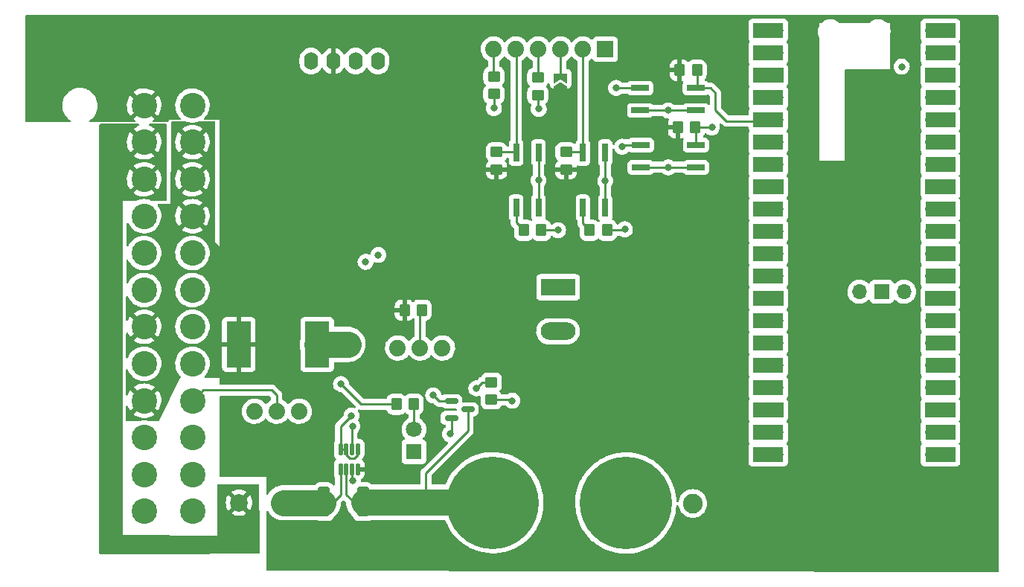
<source format=gbr>
%TF.GenerationSoftware,KiCad,Pcbnew,6.0.11-2627ca5db0~126~ubuntu22.04.1*%
%TF.CreationDate,2023-02-14T23:30:31-05:00*%
%TF.ProjectId,atx-power-fixture,6174782d-706f-4776-9572-2d6669787475,2.0*%
%TF.SameCoordinates,Original*%
%TF.FileFunction,Copper,L1,Top*%
%TF.FilePolarity,Positive*%
%FSLAX46Y46*%
G04 Gerber Fmt 4.6, Leading zero omitted, Abs format (unit mm)*
G04 Created by KiCad (PCBNEW 6.0.11-2627ca5db0~126~ubuntu22.04.1) date 2023-02-14 23:30:31*
%MOMM*%
%LPD*%
G01*
G04 APERTURE LIST*
G04 Aperture macros list*
%AMRoundRect*
0 Rectangle with rounded corners*
0 $1 Rounding radius*
0 $2 $3 $4 $5 $6 $7 $8 $9 X,Y pos of 4 corners*
0 Add a 4 corners polygon primitive as box body*
4,1,4,$2,$3,$4,$5,$6,$7,$8,$9,$2,$3,0*
0 Add four circle primitives for the rounded corners*
1,1,$1+$1,$2,$3*
1,1,$1+$1,$4,$5*
1,1,$1+$1,$6,$7*
1,1,$1+$1,$8,$9*
0 Add four rect primitives between the rounded corners*
20,1,$1+$1,$2,$3,$4,$5,0*
20,1,$1+$1,$4,$5,$6,$7,0*
20,1,$1+$1,$6,$7,$8,$9,0*
20,1,$1+$1,$8,$9,$2,$3,0*%
%AMFreePoly0*
4,1,6,1.000000,0.000000,0.500000,-0.750000,-0.500000,-0.750000,-0.500000,0.750000,0.500000,0.750000,1.000000,0.000000,1.000000,0.000000,$1*%
%AMFreePoly1*
4,1,6,0.500000,-0.750000,-0.650000,-0.750000,-0.150000,0.000000,-0.650000,0.750000,0.500000,0.750000,0.500000,-0.750000,0.500000,-0.750000,$1*%
G04 Aperture macros list end*
%TA.AperFunction,ComponentPad*%
%ADD10R,1.879600X1.879600*%
%TD*%
%TA.AperFunction,ComponentPad*%
%ADD11C,1.879600*%
%TD*%
%TA.AperFunction,ComponentPad*%
%ADD12O,1.700000X1.700000*%
%TD*%
%TA.AperFunction,SMDPad,CuDef*%
%ADD13R,3.500000X1.700000*%
%TD*%
%TA.AperFunction,ComponentPad*%
%ADD14R,1.700000X1.700000*%
%TD*%
%TA.AperFunction,ComponentPad*%
%ADD15C,2.898140*%
%TD*%
%TA.AperFunction,ComponentPad*%
%ADD16R,3.960000X1.980000*%
%TD*%
%TA.AperFunction,ComponentPad*%
%ADD17O,3.960000X1.980000*%
%TD*%
%TA.AperFunction,SMDPad,CuDef*%
%ADD18R,0.640000X2.000000*%
%TD*%
%TA.AperFunction,SMDPad,CuDef*%
%ADD19RoundRect,0.250000X0.450000X-0.350000X0.450000X0.350000X-0.450000X0.350000X-0.450000X-0.350000X0*%
%TD*%
%TA.AperFunction,ComponentPad*%
%ADD20C,10.500000*%
%TD*%
%TA.AperFunction,ComponentPad*%
%ADD21C,2.247900*%
%TD*%
%TA.AperFunction,SMDPad,CuDef*%
%ADD22R,2.000000X0.640000*%
%TD*%
%TA.AperFunction,ComponentPad*%
%ADD23O,1.600000X2.000000*%
%TD*%
%TA.AperFunction,SMDPad,CuDef*%
%ADD24RoundRect,0.250000X-0.450000X0.350000X-0.450000X-0.350000X0.450000X-0.350000X0.450000X0.350000X0*%
%TD*%
%TA.AperFunction,SMDPad,CuDef*%
%ADD25R,2.794000X5.257800*%
%TD*%
%TA.AperFunction,SMDPad,CuDef*%
%ADD26RoundRect,0.250000X-0.400000X-1.450000X0.400000X-1.450000X0.400000X1.450000X-0.400000X1.450000X0*%
%TD*%
%TA.AperFunction,SMDPad,CuDef*%
%ADD27RoundRect,0.250000X-0.350000X-0.450000X0.350000X-0.450000X0.350000X0.450000X-0.350000X0.450000X0*%
%TD*%
%TA.AperFunction,SMDPad,CuDef*%
%ADD28RoundRect,0.250000X0.350000X0.450000X-0.350000X0.450000X-0.350000X-0.450000X0.350000X-0.450000X0*%
%TD*%
%TA.AperFunction,SMDPad,CuDef*%
%ADD29RoundRect,0.150000X-0.587500X-0.150000X0.587500X-0.150000X0.587500X0.150000X-0.587500X0.150000X0*%
%TD*%
%TA.AperFunction,ComponentPad*%
%ADD30R,1.800000X1.800000*%
%TD*%
%TA.AperFunction,ComponentPad*%
%ADD31C,1.800000*%
%TD*%
%TA.AperFunction,ComponentPad*%
%ADD32C,2.000000*%
%TD*%
%TA.AperFunction,SMDPad,CuDef*%
%ADD33FreePoly0,90.000000*%
%TD*%
%TA.AperFunction,SMDPad,CuDef*%
%ADD34FreePoly1,90.000000*%
%TD*%
%TA.AperFunction,SMDPad,CuDef*%
%ADD35RoundRect,0.125000X0.125000X-0.537500X0.125000X0.537500X-0.125000X0.537500X-0.125000X-0.537500X0*%
%TD*%
%TA.AperFunction,ViaPad*%
%ADD36C,0.800000*%
%TD*%
%TA.AperFunction,Conductor*%
%ADD37C,0.250000*%
%TD*%
%TA.AperFunction,Conductor*%
%ADD38C,3.000000*%
%TD*%
G04 APERTURE END LIST*
D10*
%TO.P,J5,1,GND*%
%TO.N,GND*%
X155260000Y-56200000D03*
D11*
%TO.P,J5,2,CTS*%
%TO.N,ConsoleCTS*%
X152720000Y-56200000D03*
%TO.P,J5,3,VCC*%
%TO.N,Net-(J5-Pad3)*%
X150180000Y-56200000D03*
%TO.P,J5,4,TXD*%
%TO.N,ConsoleTX*%
X147640000Y-56200000D03*
%TO.P,J5,5,RXD*%
%TO.N,ConsoleRX*%
X145100000Y-56200000D03*
%TO.P,J5,6,RTS*%
%TO.N,ConsoleRTS*%
X142560000Y-56200000D03*
%TD*%
D12*
%TO.P,U3,1,GPIO0*%
%TO.N,LocalTX*%
X174710000Y-54070000D03*
D13*
X173810000Y-54070000D03*
D12*
%TO.P,U3,2,GPIO1*%
%TO.N,LocalRX*%
X174710000Y-56610000D03*
D13*
X173810000Y-56610000D03*
D14*
%TO.P,U3,3,GND*%
%TO.N,GND*%
X174710000Y-59150000D03*
D13*
X173810000Y-59150000D03*
%TO.P,U3,4,GPIO2*%
%TO.N,LocalRTS*%
X173810000Y-61690000D03*
D12*
X174710000Y-61690000D03*
D13*
%TO.P,U3,5,GPIO3*%
%TO.N,LocalCTS*%
X173810000Y-64230000D03*
D12*
X174710000Y-64230000D03*
D13*
%TO.P,U3,6,GPIO4*%
%TO.N,unconnected-(U3-Pad6)*%
X173810000Y-66770000D03*
D12*
X174710000Y-66770000D03*
%TO.P,U3,7,GPIO5*%
%TO.N,unconnected-(U3-Pad7)*%
X174710000Y-69310000D03*
D13*
X173810000Y-69310000D03*
%TO.P,U3,8,GND*%
%TO.N,GND*%
X173810000Y-71850000D03*
D14*
X174710000Y-71850000D03*
D13*
%TO.P,U3,9,GPIO6*%
%TO.N,unconnected-(U3-Pad9)*%
X173810000Y-74390000D03*
D12*
X174710000Y-74390000D03*
%TO.P,U3,10,GPIO7*%
%TO.N,unconnected-(U3-Pad10)*%
X174710000Y-76930000D03*
D13*
X173810000Y-76930000D03*
D12*
%TO.P,U3,11,GPIO8*%
%TO.N,SDA*%
X174710000Y-79470000D03*
D13*
X173810000Y-79470000D03*
%TO.P,U3,12,GPIO9*%
%TO.N,SCL*%
X173810000Y-82010000D03*
D12*
X174710000Y-82010000D03*
D13*
%TO.P,U3,13,GND*%
%TO.N,GND*%
X173810000Y-84550000D03*
D14*
X174710000Y-84550000D03*
D12*
%TO.P,U3,14,GPIO10*%
%TO.N,unconnected-(U3-Pad14)*%
X174710000Y-87090000D03*
D13*
X173810000Y-87090000D03*
%TO.P,U3,15,GPIO11*%
%TO.N,unconnected-(U3-Pad15)*%
X173810000Y-89630000D03*
D12*
X174710000Y-89630000D03*
%TO.P,U3,16,GPIO12*%
%TO.N,unconnected-(U3-Pad16)*%
X174710000Y-92170000D03*
D13*
X173810000Y-92170000D03*
%TO.P,U3,17,GPIO13*%
%TO.N,unconnected-(U3-Pad17)*%
X173810000Y-94710000D03*
D12*
X174710000Y-94710000D03*
D13*
%TO.P,U3,18,GND*%
%TO.N,GND*%
X173810000Y-97250000D03*
D14*
X174710000Y-97250000D03*
D12*
%TO.P,U3,19,GPIO14*%
%TO.N,unconnected-(U3-Pad19)*%
X174710000Y-99790000D03*
D13*
X173810000Y-99790000D03*
D12*
%TO.P,U3,20,GPIO15*%
%TO.N,unconnected-(U3-Pad20)*%
X174710000Y-102330000D03*
D13*
X173810000Y-102330000D03*
%TO.P,U3,21,GPIO16*%
%TO.N,Net-(Q2-Pad1)*%
X193390000Y-102330000D03*
D12*
X192490000Y-102330000D03*
D13*
%TO.P,U3,22,GPIO17*%
%TO.N,Net-(R8-Pad2)*%
X193390000Y-99790000D03*
D12*
X192490000Y-99790000D03*
D14*
%TO.P,U3,23,GND*%
%TO.N,GND*%
X192490000Y-97250000D03*
D13*
X193390000Y-97250000D03*
D12*
%TO.P,U3,24,GPIO18*%
X192490000Y-94710000D03*
D13*
X193390000Y-94710000D03*
%TO.P,U3,25,GPIO19*%
%TO.N,unconnected-(U3-Pad25)*%
X193390000Y-92170000D03*
D12*
X192490000Y-92170000D03*
D13*
%TO.P,U3,26,GPIO20*%
%TO.N,unconnected-(U3-Pad26)*%
X193390000Y-89630000D03*
D12*
X192490000Y-89630000D03*
%TO.P,U3,27,GPIO21*%
%TO.N,unconnected-(U3-Pad27)*%
X192490000Y-87090000D03*
D13*
X193390000Y-87090000D03*
%TO.P,U3,28,GND*%
%TO.N,GND*%
X193390000Y-84550000D03*
D14*
X192490000Y-84550000D03*
D13*
%TO.P,U3,29,GPIO22*%
%TO.N,unconnected-(U3-Pad29)*%
X193390000Y-82010000D03*
D12*
X192490000Y-82010000D03*
%TO.P,U3,30,RUN*%
%TO.N,unconnected-(U3-Pad30)*%
X192490000Y-79470000D03*
D13*
X193390000Y-79470000D03*
D12*
%TO.P,U3,31,GPIO26_ADC0*%
%TO.N,unconnected-(U3-Pad31)*%
X192490000Y-76930000D03*
D13*
X193390000Y-76930000D03*
D12*
%TO.P,U3,32,GPIO27_ADC1*%
%TO.N,unconnected-(U3-Pad32)*%
X192490000Y-74390000D03*
D13*
X193390000Y-74390000D03*
%TO.P,U3,33,AGND*%
%TO.N,GND*%
X193390000Y-71850000D03*
D14*
X192490000Y-71850000D03*
D12*
%TO.P,U3,34,GPIO28_ADC2*%
%TO.N,unconnected-(U3-Pad34)*%
X192490000Y-69310000D03*
D13*
X193390000Y-69310000D03*
D12*
%TO.P,U3,35,ADC_VREF*%
%TO.N,unconnected-(U3-Pad35)*%
X192490000Y-66770000D03*
D13*
X193390000Y-66770000D03*
D12*
%TO.P,U3,36,3V3*%
%TO.N,unconnected-(U3-Pad36)*%
X192490000Y-64230000D03*
D13*
X193390000Y-64230000D03*
%TO.P,U3,37,3V3_EN*%
%TO.N,unconnected-(U3-Pad37)*%
X193390000Y-61690000D03*
D12*
X192490000Y-61690000D03*
D13*
%TO.P,U3,38,GND*%
%TO.N,GND*%
X193390000Y-59150000D03*
D14*
X192490000Y-59150000D03*
D13*
%TO.P,U3,39,VSYS*%
%TO.N,/VSYS*%
X193390000Y-56610000D03*
D12*
X192490000Y-56610000D03*
D13*
%TO.P,U3,40,VBUS*%
%TO.N,/VBUS*%
X193390000Y-54070000D03*
D12*
X192490000Y-54070000D03*
%TO.P,U3,41,SWCLK*%
%TO.N,unconnected-(U3-Pad41)*%
X184184100Y-83800000D03*
D14*
%TO.P,U3,42,GND*%
%TO.N,GND*%
X186724100Y-83800000D03*
D12*
%TO.P,U3,43,SWDIO*%
%TO.N,unconnected-(U3-Pad43)*%
X189264100Y-83800000D03*
%TD*%
D15*
%TO.P,J1,1,3.3V*%
%TO.N,+3V3*%
X102800000Y-108800720D03*
%TO.P,J1,2,3.3V*%
X102800000Y-104599560D03*
%TO.P,J1,3,GND*%
%TO.N,GND*%
X102800000Y-100400940D03*
%TO.P,J1,4,5V*%
%TO.N,+5V*%
X102800000Y-96199780D03*
%TO.P,J1,5,GND*%
%TO.N,GND*%
X102800000Y-92001160D03*
%TO.P,J1,6,5V*%
%TO.N,+5V*%
X102800000Y-87800000D03*
%TO.P,J1,7,GND*%
%TO.N,GND*%
X102800000Y-83603920D03*
%TO.P,J1,8,PWR_OK*%
%TO.N,Net-(J1-Pad8)*%
X102800000Y-79402760D03*
%TO.P,J1,9,5V_STDBY*%
%TO.N,unconnected-(J1-Pad9)*%
X102800000Y-75204140D03*
%TO.P,J1,10,12V*%
%TO.N,+12Vin*%
X102800000Y-71002980D03*
%TO.P,J1,11,12V*%
X102800000Y-66804360D03*
%TO.P,J1,12,3.3V*%
%TO.N,+3V3*%
X102800000Y-62603200D03*
%TO.P,J1,13,3.3V*%
X108299100Y-108800720D03*
%TO.P,J1,14,-12V*%
%TO.N,unconnected-(J1-Pad14)*%
X108299100Y-104599560D03*
%TO.P,J1,15,GND*%
%TO.N,GND*%
X108299100Y-100400940D03*
%TO.P,J1,16,PS_ON*%
%TO.N,Net-(J1-Pad16)*%
X108299100Y-96199780D03*
%TO.P,J1,17,GND*%
%TO.N,GND*%
X108299100Y-92001160D03*
%TO.P,J1,18,GND*%
X108299100Y-87800000D03*
%TO.P,J1,19,GND*%
X108299100Y-83603920D03*
%TO.P,J1,20,NC*%
%TO.N,unconnected-(J1-Pad20)*%
X108299100Y-79402760D03*
%TO.P,J1,21,5V*%
%TO.N,+5V*%
X108299100Y-75204140D03*
%TO.P,J1,22,5V*%
X108299100Y-71002980D03*
%TO.P,J1,23,5V*%
X108299100Y-66804360D03*
%TO.P,J1,24,GND*%
%TO.N,GND*%
X108299100Y-62603200D03*
%TD*%
D16*
%TO.P,J2,1,Pin_1*%
%TO.N,IGNITION*%
X149900000Y-83300000D03*
D17*
%TO.P,J2,2,Pin_2*%
%TO.N,GND*%
X149900000Y-88300000D03*
%TD*%
D18*
%TO.P,U7,1*%
%TO.N,Net-(R12-Pad2)*%
X145130000Y-74250000D03*
%TO.P,U7,2*%
%TO.N,GND*%
X147670000Y-74250000D03*
%TO.P,U7,3*%
X147670000Y-67950000D03*
%TO.P,U7,4*%
%TO.N,ConsoleRX*%
X145130000Y-67950000D03*
%TD*%
D19*
%TO.P,R10,1*%
%TO.N,IGNITION*%
X142300000Y-96100000D03*
%TO.P,R10,2*%
%TO.N,GND*%
X142300000Y-94100000D03*
%TD*%
D20*
%TO.P,J3,P$1,P$1*%
%TO.N,GND*%
X157609375Y-107849200D03*
D21*
X165229375Y-107900000D03*
%TD*%
D22*
%TO.P,U4,1*%
%TO.N,Net-(R5-Pad2)*%
X159250000Y-60630000D03*
%TO.P,U4,2*%
%TO.N,GND*%
X159250000Y-63170000D03*
%TO.P,U4,3*%
X165550000Y-63170000D03*
%TO.P,U4,4*%
%TO.N,LocalCTS*%
X165550000Y-60630000D03*
%TD*%
D23*
%TO.P,U1,1,GND*%
%TO.N,GND*%
X121780000Y-57550000D03*
%TO.P,U1,2,VCC*%
%TO.N,+3V3*%
X124320000Y-57550000D03*
%TO.P,U1,3,SCL*%
%TO.N,SCL*%
X126860000Y-57550000D03*
%TO.P,U1,4,SDA*%
%TO.N,SDA*%
X129400000Y-57550000D03*
%TD*%
D19*
%TO.P,R14,1*%
%TO.N,+3V3*%
X150800000Y-69900000D03*
%TO.P,R14,2*%
%TO.N,ConsoleCTS*%
X150800000Y-67900000D03*
%TD*%
D24*
%TO.P,R5,1*%
%TO.N,ConsoleRTS*%
X142600000Y-59300000D03*
%TO.P,R5,2*%
%TO.N,Net-(R5-Pad2)*%
X142600000Y-61300000D03*
%TD*%
D21*
%TO.P,J4,P$1,P$1*%
%TO.N,+12V*%
X134870625Y-107753676D03*
D20*
X142490625Y-107804476D03*
%TD*%
D25*
%TO.P,R1,1*%
%TO.N,GND*%
X122500000Y-89800000D03*
%TO.P,R1,2*%
%TO.N,+5V*%
X113584600Y-89800000D03*
%TD*%
D26*
%TO.P,R2,1*%
%TO.N,Net-(F1-Pad2)*%
X123275000Y-107700000D03*
%TO.P,R2,2*%
%TO.N,+12V*%
X127725000Y-107700000D03*
%TD*%
D27*
%TO.P,R8,1*%
%TO.N,+3V3*%
X132425000Y-85900000D03*
%TO.P,R8,2*%
%TO.N,Net-(R8-Pad2)*%
X134425000Y-85900000D03*
%TD*%
D22*
%TO.P,U5,1*%
%TO.N,Net-(R4-Pad2)*%
X159300000Y-67100000D03*
%TO.P,U5,2*%
%TO.N,GND*%
X159300000Y-69640000D03*
%TO.P,U5,3*%
X165600000Y-69640000D03*
%TO.P,U5,4*%
%TO.N,LocalRX*%
X165600000Y-67100000D03*
%TD*%
D18*
%TO.P,U6,1*%
%TO.N,Net-(R11-Pad2)*%
X152730000Y-74250000D03*
%TO.P,U6,2*%
%TO.N,GND*%
X155270000Y-74250000D03*
%TO.P,U6,3*%
X155270000Y-67950000D03*
%TO.P,U6,4*%
%TO.N,ConsoleCTS*%
X152730000Y-67950000D03*
%TD*%
D28*
%TO.P,R12,1*%
%TO.N,LocalTX*%
X148000000Y-76800000D03*
%TO.P,R12,2*%
%TO.N,Net-(R12-Pad2)*%
X146000000Y-76800000D03*
%TD*%
D11*
%TO.P,SW2,1,A*%
%TO.N,GND*%
X136740000Y-90200000D03*
%TO.P,SW2,2,B*%
%TO.N,Net-(R8-Pad2)*%
X134200000Y-90200000D03*
%TO.P,SW2,3*%
%TO.N,N/C*%
X131660000Y-90200000D03*
%TD*%
D27*
%TO.P,R3,1*%
%TO.N,Net-(J1-Pad8)*%
X131500000Y-96600000D03*
%TO.P,R3,2*%
%TO.N,Net-(D1-Pad2)*%
X133500000Y-96600000D03*
%TD*%
D29*
%TO.P,Q2,1,G*%
%TO.N,Net-(Q2-Pad1)*%
X137762500Y-96250000D03*
%TO.P,Q2,2,S*%
%TO.N,IGNITION*%
X137762500Y-98150000D03*
%TO.P,Q2,3,D*%
%TO.N,+12V*%
X139637500Y-97200000D03*
%TD*%
D30*
%TO.P,D1,1,K*%
%TO.N,GND*%
X133500000Y-102000000D03*
D31*
%TO.P,D1,2,A*%
%TO.N,Net-(D1-Pad2)*%
X133500000Y-99460000D03*
%TD*%
D32*
%TO.P,F1,1*%
%TO.N,+12Vin*%
X113600000Y-107800000D03*
%TO.P,F1,2*%
%TO.N,Net-(F1-Pad2)*%
X118680000Y-107800000D03*
%TD*%
D24*
%TO.P,R4,1*%
%TO.N,ConsoleTX*%
X147600000Y-59400000D03*
%TO.P,R4,2*%
%TO.N,Net-(R4-Pad2)*%
X147600000Y-61400000D03*
%TD*%
D33*
%TO.P,JP1,1,A*%
%TO.N,+3V3*%
X150200000Y-60950000D03*
D34*
%TO.P,JP1,2,B*%
%TO.N,Net-(J5-Pad3)*%
X150200000Y-59500000D03*
%TD*%
D35*
%TO.P,U2,1,IN+*%
%TO.N,Net-(F1-Pad2)*%
X125150000Y-104000000D03*
%TO.P,U2,2,IN-*%
%TO.N,+12V*%
X125800000Y-104000000D03*
%TO.P,U2,3,GND*%
%TO.N,GND*%
X126450000Y-104000000D03*
%TO.P,U2,4,VS*%
%TO.N,+3V3*%
X127100000Y-104000000D03*
%TO.P,U2,5,SCL*%
%TO.N,SCL*%
X127100000Y-101725000D03*
%TO.P,U2,6,SDA*%
%TO.N,SDA*%
X126450000Y-101725000D03*
%TO.P,U2,7,A0*%
%TO.N,SCL*%
X125800000Y-101725000D03*
%TO.P,U2,8,A1*%
X125150000Y-101725000D03*
%TD*%
D27*
%TO.P,R6,1*%
%TO.N,+3V3*%
X163515005Y-65116561D03*
%TO.P,R6,2*%
%TO.N,LocalRX*%
X165515005Y-65116561D03*
%TD*%
D28*
%TO.P,R11,1*%
%TO.N,LocalRTS*%
X155500000Y-76800000D03*
%TO.P,R11,2*%
%TO.N,Net-(R11-Pad2)*%
X153500000Y-76800000D03*
%TD*%
D19*
%TO.P,R13,1*%
%TO.N,+3V3*%
X142900000Y-69900000D03*
%TO.P,R13,2*%
%TO.N,ConsoleRX*%
X142900000Y-67900000D03*
%TD*%
D27*
%TO.P,R7,1*%
%TO.N,+3V3*%
X163700000Y-58600000D03*
%TO.P,R7,2*%
%TO.N,LocalCTS*%
X165700000Y-58600000D03*
%TD*%
D11*
%TO.P,SW1,1,A*%
%TO.N,GND*%
X120440000Y-97400000D03*
%TO.P,SW1,2,B*%
%TO.N,Net-(J1-Pad16)*%
X117900000Y-97400000D03*
%TO.P,SW1,3*%
%TO.N,N/C*%
X115360000Y-97400000D03*
%TD*%
D36*
%TO.N,GND*%
X162430000Y-63170000D03*
X147670000Y-71130000D03*
X126000000Y-89800000D03*
X103000000Y-84500000D03*
X126524500Y-105300000D03*
X162440000Y-69640000D03*
X155270000Y-71170000D03*
X140600000Y-94800000D03*
%TO.N,+5V*%
X116700000Y-89800000D03*
X189000000Y-58200000D03*
%TO.N,IGNITION*%
X137600000Y-100000000D03*
X144700000Y-96200000D03*
%TO.N,LocalRX*%
X167400000Y-65100000D03*
%TO.N,LocalRTS*%
X157500000Y-76700000D03*
%TO.N,LocalTX*%
X149900000Y-76800000D03*
%TO.N,SDA*%
X129453751Y-79624713D03*
X126500000Y-99100000D03*
%TO.N,SCL*%
X128000000Y-80400000D03*
X126400000Y-97900000D03*
%TO.N,Net-(J1-Pad8)*%
X125200000Y-94300000D03*
%TO.N,Net-(Q2-Pad1)*%
X135700000Y-95600000D03*
%TO.N,Net-(R4-Pad2)*%
X157200000Y-67300000D03*
X147700000Y-63000000D03*
%TO.N,Net-(R5-Pad2)*%
X142600000Y-62900000D03*
X156500000Y-60600000D03*
%TD*%
D37*
%TO.N,GND*%
X159300000Y-69640000D02*
X162440000Y-69640000D01*
X159250000Y-63170000D02*
X162430000Y-63170000D01*
X155270000Y-67950000D02*
X155270000Y-71170000D01*
X162430000Y-63170000D02*
X165550000Y-63170000D01*
X103000000Y-84700000D02*
X103000000Y-84500000D01*
X155270000Y-71170000D02*
X155270000Y-74250000D01*
X162440000Y-69640000D02*
X165600000Y-69640000D01*
X126450000Y-104000000D02*
X126450000Y-105225500D01*
X147670000Y-67950000D02*
X147670000Y-74250000D01*
D38*
X126000000Y-89800000D02*
X122500000Y-89800000D01*
D37*
X126450000Y-105225500D02*
X126524500Y-105300000D01*
X141300000Y-94100000D02*
X140600000Y-94800000D01*
X142300000Y-94100000D02*
X141300000Y-94100000D01*
%TO.N,+5V*%
X113584600Y-89800000D02*
X116700000Y-89800000D01*
%TO.N,+12V*%
X127725000Y-107700000D02*
X127778676Y-107753676D01*
X139637500Y-99662500D02*
X134870625Y-104429375D01*
D38*
X127778676Y-107753676D02*
X134870625Y-107753676D01*
D37*
X125800000Y-104000000D02*
X125800000Y-106900000D01*
X126600000Y-107700000D02*
X127725000Y-107700000D01*
X142439825Y-107753676D02*
X142490625Y-107804476D01*
X139637500Y-97200000D02*
X139637500Y-99662500D01*
X125800000Y-106900000D02*
X126600000Y-107700000D01*
X134870625Y-104429375D02*
X134870625Y-107753676D01*
D38*
X134870625Y-107753676D02*
X142439825Y-107753676D01*
D37*
%TO.N,IGNITION*%
X144600000Y-96100000D02*
X144700000Y-96200000D01*
X137762500Y-98150000D02*
X137762500Y-99837500D01*
X142300000Y-96100000D02*
X144600000Y-96100000D01*
X137762500Y-99837500D02*
X137600000Y-100000000D01*
%TO.N,ConsoleCTS*%
X152730000Y-56210000D02*
X152720000Y-56200000D01*
X150800000Y-67900000D02*
X152680000Y-67900000D01*
X152730000Y-67950000D02*
X152730000Y-56210000D01*
X152680000Y-67900000D02*
X152730000Y-67950000D01*
%TO.N,ConsoleTX*%
X147600000Y-59400000D02*
X147640000Y-59360000D01*
X147640000Y-59360000D02*
X147640000Y-56200000D01*
%TO.N,ConsoleRX*%
X145130000Y-67950000D02*
X145130000Y-56230000D01*
X145130000Y-56230000D02*
X145100000Y-56200000D01*
X145080000Y-67900000D02*
X145130000Y-67950000D01*
X142900000Y-67900000D02*
X145080000Y-67900000D01*
%TO.N,ConsoleRTS*%
X142560000Y-59260000D02*
X142560000Y-56200000D01*
X142600000Y-59300000D02*
X142560000Y-59260000D01*
%TO.N,LocalRX*%
X165600000Y-65201556D02*
X165515005Y-65116561D01*
X165531566Y-65100000D02*
X165515005Y-65116561D01*
X166000000Y-65100000D02*
X165531566Y-65100000D01*
X165515005Y-65116561D02*
X167383439Y-65116561D01*
X167383439Y-65116561D02*
X167400000Y-65100000D01*
X165600000Y-67100000D02*
X165600000Y-65201556D01*
%TO.N,LocalCTS*%
X167800000Y-61200000D02*
X167230000Y-60630000D01*
X165700000Y-60480000D02*
X165550000Y-60630000D01*
X174700000Y-64380000D02*
X169080000Y-64380000D01*
X167800000Y-63100000D02*
X167800000Y-61200000D01*
X167230000Y-60630000D02*
X165550000Y-60630000D01*
X169080000Y-64380000D02*
X167800000Y-63100000D01*
X165700000Y-58600000D02*
X165700000Y-60480000D01*
%TO.N,LocalRTS*%
X157400000Y-76800000D02*
X157500000Y-76700000D01*
X155500000Y-76800000D02*
X157400000Y-76800000D01*
%TO.N,LocalTX*%
X148000000Y-76800000D02*
X149900000Y-76800000D01*
%TO.N,SDA*%
X126450000Y-99150000D02*
X126500000Y-99100000D01*
X126450000Y-101725000D02*
X126450000Y-99150000D01*
%TO.N,SCL*%
X126226783Y-102800000D02*
X126673217Y-102800000D01*
X125150000Y-101725000D02*
X125800000Y-101725000D01*
X125800000Y-101725000D02*
X125800000Y-102373217D01*
X125800000Y-102373217D02*
X126226783Y-102800000D01*
X125150000Y-101725000D02*
X125150000Y-99150000D01*
X125150000Y-99150000D02*
X126400000Y-97900000D01*
X127100000Y-102373217D02*
X127100000Y-101725000D01*
X126673217Y-102800000D02*
X127100000Y-102373217D01*
%TO.N,Net-(D1-Pad2)*%
X133500000Y-99460000D02*
X133500000Y-96600000D01*
%TO.N,Net-(F1-Pad2)*%
X123175000Y-107800000D02*
X123275000Y-107700000D01*
D38*
X118680000Y-107800000D02*
X123175000Y-107800000D01*
D37*
X125150000Y-104000000D02*
X125150000Y-106950000D01*
X124400000Y-107700000D02*
X123275000Y-107700000D01*
X125150000Y-106950000D02*
X124400000Y-107700000D01*
%TO.N,Net-(J1-Pad8)*%
X129900000Y-96600000D02*
X127500000Y-96600000D01*
X131500000Y-96600000D02*
X129900000Y-96600000D01*
X127500000Y-96600000D02*
X125200000Y-94300000D01*
%TO.N,Net-(J1-Pad16)*%
X117900000Y-95600000D02*
X117300000Y-95000000D01*
X117300000Y-95000000D02*
X109498880Y-95000000D01*
X109498880Y-95000000D02*
X108299100Y-96199780D01*
X117900000Y-97400000D02*
X117900000Y-95600000D01*
%TO.N,Net-(J5-Pad3)*%
X150200000Y-59500000D02*
X150180000Y-59480000D01*
X150180000Y-59480000D02*
X150180000Y-56200000D01*
%TO.N,Net-(Q2-Pad1)*%
X136350000Y-96250000D02*
X137762500Y-96250000D01*
X135700000Y-95600000D02*
X136350000Y-96250000D01*
%TO.N,Net-(R4-Pad2)*%
X157400000Y-67100000D02*
X159300000Y-67100000D01*
X147600000Y-61400000D02*
X147600000Y-62900000D01*
X147600000Y-62900000D02*
X147700000Y-63000000D01*
X157200000Y-67300000D02*
X157400000Y-67100000D01*
%TO.N,Net-(R5-Pad2)*%
X156530000Y-60630000D02*
X159250000Y-60630000D01*
X142600000Y-61300000D02*
X142600000Y-62900000D01*
X156500000Y-60600000D02*
X156530000Y-60630000D01*
%TO.N,Net-(R8-Pad2)*%
X134425000Y-85900000D02*
X134200000Y-86125000D01*
X134200000Y-86125000D02*
X134200000Y-90200000D01*
%TO.N,Net-(R12-Pad2)*%
X145130000Y-74250000D02*
X145130000Y-75930000D01*
X145130000Y-75930000D02*
X146000000Y-76800000D01*
%TO.N,Net-(R11-Pad2)*%
X152730000Y-74250000D02*
X152730000Y-76030000D01*
X152730000Y-76030000D02*
X153500000Y-76800000D01*
%TD*%
%TA.AperFunction,Conductor*%
%TO.N,+3V3*%
G36*
X199934298Y-52328502D02*
G01*
X199980791Y-52382158D01*
X199992177Y-52434365D01*
X200054940Y-111167671D01*
X200057382Y-113452608D01*
X200059638Y-115564228D01*
X200039709Y-115632370D01*
X199986103Y-115678921D01*
X199933414Y-115690363D01*
X116825775Y-115541648D01*
X116757690Y-115521524D01*
X116711293Y-115467785D01*
X116700000Y-115415648D01*
X116700000Y-108866974D01*
X116720002Y-108798853D01*
X116773658Y-108752360D01*
X116843932Y-108742256D01*
X116908512Y-108771750D01*
X116934850Y-108803647D01*
X116936340Y-108806702D01*
X117093415Y-109039576D01*
X117281371Y-109248322D01*
X117496550Y-109428879D01*
X117734764Y-109577731D01*
X117991375Y-109691982D01*
X118261390Y-109769407D01*
X118265740Y-109770018D01*
X118265743Y-109770019D01*
X118368690Y-109784487D01*
X118539552Y-109808500D01*
X122462015Y-109808500D01*
X122528132Y-109827241D01*
X122546030Y-109838274D01*
X122546032Y-109838275D01*
X122552262Y-109842115D01*
X122632005Y-109868564D01*
X122713611Y-109895632D01*
X122713613Y-109895632D01*
X122720139Y-109897797D01*
X122726975Y-109898497D01*
X122726978Y-109898498D01*
X122770031Y-109902909D01*
X122824600Y-109908500D01*
X123725400Y-109908500D01*
X123728646Y-109908163D01*
X123728650Y-109908163D01*
X123824308Y-109898238D01*
X123824312Y-109898237D01*
X123831166Y-109897526D01*
X123837702Y-109895345D01*
X123837704Y-109895345D01*
X123986813Y-109845598D01*
X123998946Y-109841550D01*
X124149348Y-109748478D01*
X124207530Y-109690195D01*
X124269134Y-109628483D01*
X124274305Y-109623303D01*
X124302396Y-109577731D01*
X124363275Y-109478968D01*
X124363276Y-109478966D01*
X124367115Y-109472738D01*
X124378926Y-109437129D01*
X124424458Y-109374859D01*
X124465629Y-109344947D01*
X124465632Y-109344945D01*
X124469192Y-109342358D01*
X124525715Y-109287775D01*
X124668087Y-109150287D01*
X124671252Y-109147231D01*
X124844188Y-108925882D01*
X124846384Y-108922078D01*
X124846389Y-108922071D01*
X124982435Y-108686431D01*
X124984636Y-108682619D01*
X125089862Y-108422176D01*
X125092751Y-108410588D01*
X125156753Y-108153893D01*
X125156754Y-108153888D01*
X125157817Y-108149624D01*
X125164088Y-108089963D01*
X125186719Y-107874637D01*
X125186719Y-107874633D01*
X125187178Y-107870267D01*
X125187014Y-107865565D01*
X125187039Y-107865468D01*
X125187178Y-107861475D01*
X125188053Y-107861506D01*
X125204619Y-107796789D01*
X125223841Y-107772063D01*
X125410904Y-107585000D01*
X125473216Y-107550974D01*
X125544031Y-107556039D01*
X125589094Y-107585000D01*
X125734260Y-107730166D01*
X125768286Y-107792478D01*
X125771088Y-107814863D01*
X125773176Y-107874637D01*
X125776301Y-107964134D01*
X125777063Y-107968457D01*
X125777064Y-107968464D01*
X125797428Y-108083953D01*
X125825078Y-108240763D01*
X125911879Y-108507911D01*
X126035016Y-108760378D01*
X126037471Y-108764017D01*
X126037474Y-108764023D01*
X126103896Y-108862497D01*
X126192091Y-108993252D01*
X126195036Y-108996523D01*
X126195037Y-108996524D01*
X126246900Y-109054124D01*
X126380047Y-109201998D01*
X126567180Y-109359021D01*
X126578699Y-109368687D01*
X126617230Y-109425331D01*
X126633450Y-109473946D01*
X126637301Y-109480170D01*
X126637302Y-109480171D01*
X126666332Y-109527083D01*
X126726522Y-109624348D01*
X126851697Y-109749305D01*
X126857927Y-109753145D01*
X126857928Y-109753146D01*
X126996031Y-109838274D01*
X127002262Y-109842115D01*
X127082005Y-109868564D01*
X127163611Y-109895632D01*
X127163613Y-109895632D01*
X127170139Y-109897797D01*
X127176975Y-109898497D01*
X127176978Y-109898498D01*
X127220031Y-109902909D01*
X127274600Y-109908500D01*
X128175400Y-109908500D01*
X128178646Y-109908163D01*
X128178650Y-109908163D01*
X128274308Y-109898238D01*
X128274312Y-109898237D01*
X128281166Y-109897526D01*
X128287702Y-109895345D01*
X128287704Y-109895345D01*
X128436813Y-109845598D01*
X128448946Y-109841550D01*
X128455178Y-109837694D01*
X128546741Y-109781032D01*
X128613044Y-109762176D01*
X136986385Y-109762176D01*
X137054506Y-109782178D01*
X137100999Y-109835834D01*
X137104971Y-109845593D01*
X137150649Y-109972816D01*
X137346275Y-110403074D01*
X137372476Y-110450051D01*
X137564533Y-110794401D01*
X137576499Y-110815856D01*
X137839771Y-111208386D01*
X138134322Y-111578024D01*
X138458169Y-111922284D01*
X138460075Y-111924003D01*
X138460083Y-111924011D01*
X138761704Y-112196068D01*
X138809136Y-112238851D01*
X139184861Y-112525596D01*
X139187023Y-112526982D01*
X139187034Y-112526989D01*
X139396628Y-112661287D01*
X139582819Y-112780590D01*
X139585097Y-112781799D01*
X139585101Y-112781801D01*
X139956677Y-112978955D01*
X140000332Y-113002118D01*
X140002691Y-113003131D01*
X140002692Y-113003132D01*
X140432230Y-113187677D01*
X140432235Y-113187679D01*
X140434593Y-113188692D01*
X140437028Y-113189509D01*
X140437033Y-113189511D01*
X140880230Y-113338233D01*
X140880240Y-113338236D01*
X140882681Y-113339055D01*
X140885181Y-113339671D01*
X140885190Y-113339674D01*
X141339076Y-113451579D01*
X141341583Y-113452197D01*
X141344131Y-113452607D01*
X141344134Y-113452608D01*
X141447187Y-113469206D01*
X141808213Y-113527356D01*
X142011351Y-113543165D01*
X142276858Y-113563828D01*
X142276866Y-113563828D01*
X142279432Y-113564028D01*
X142282003Y-113564017D01*
X142282009Y-113564017D01*
X142515751Y-113562997D01*
X142752071Y-113561966D01*
X143222952Y-113521183D01*
X143225502Y-113520749D01*
X143225513Y-113520748D01*
X143686368Y-113442386D01*
X143686371Y-113442385D01*
X143688908Y-113441954D01*
X144146805Y-113324812D01*
X144593564Y-113170545D01*
X145026181Y-112980189D01*
X145028454Y-112978958D01*
X145028459Y-112978955D01*
X145439459Y-112756264D01*
X145439466Y-112756260D01*
X145441745Y-112755025D01*
X145443921Y-112753604D01*
X145835287Y-112497989D01*
X145835294Y-112497984D01*
X145837462Y-112496568D01*
X146210671Y-112206556D01*
X146469752Y-111968735D01*
X146556954Y-111888689D01*
X146556960Y-111888683D01*
X146558861Y-111886938D01*
X146560610Y-111885046D01*
X146560616Y-111885040D01*
X146877942Y-111541758D01*
X146879692Y-111539865D01*
X147104134Y-111253110D01*
X147169411Y-111169709D01*
X147169412Y-111169707D01*
X147171006Y-111167671D01*
X147430843Y-110772858D01*
X147575509Y-110508073D01*
X147656213Y-110360359D01*
X147656218Y-110360350D01*
X147657456Y-110358083D01*
X147849320Y-109926134D01*
X147859311Y-109897526D01*
X148004293Y-109482359D01*
X148004294Y-109482356D01*
X148005146Y-109479916D01*
X148123886Y-109022430D01*
X148124324Y-109019905D01*
X148124327Y-109019893D01*
X148204301Y-108559289D01*
X148204301Y-108559285D01*
X148204741Y-108556754D01*
X148204973Y-108554182D01*
X148246982Y-108088075D01*
X148246983Y-108088063D01*
X148247167Y-108086018D01*
X148254048Y-107804476D01*
X148253622Y-107794083D01*
X148250105Y-107708387D01*
X151847672Y-107708387D01*
X151849438Y-107814863D01*
X151855098Y-108156161D01*
X151855509Y-108180966D01*
X151855763Y-108183531D01*
X151855763Y-108183535D01*
X151901677Y-108647629D01*
X151902041Y-108651313D01*
X151918650Y-108742256D01*
X151978444Y-109069653D01*
X151986957Y-109116267D01*
X152015266Y-109221549D01*
X152104900Y-109554906D01*
X152109684Y-109572699D01*
X152184484Y-109781032D01*
X152251757Y-109968402D01*
X152269399Y-110017540D01*
X152465025Y-110447798D01*
X152572188Y-110639937D01*
X152645062Y-110770596D01*
X152695249Y-110860580D01*
X152696685Y-110862721D01*
X152927092Y-111206250D01*
X152958521Y-111253110D01*
X152960127Y-111255125D01*
X153187026Y-111539865D01*
X153253072Y-111622748D01*
X153468303Y-111851546D01*
X153536472Y-111924011D01*
X153576919Y-111967008D01*
X153578825Y-111968727D01*
X153578833Y-111968735D01*
X153840556Y-112204805D01*
X153927886Y-112283575D01*
X154303611Y-112570320D01*
X154305773Y-112571706D01*
X154305784Y-112571713D01*
X154515378Y-112706011D01*
X154701569Y-112825314D01*
X154703847Y-112826523D01*
X154703851Y-112826525D01*
X154993461Y-112980189D01*
X155119082Y-113046842D01*
X155121441Y-113047855D01*
X155121442Y-113047856D01*
X155550980Y-113232401D01*
X155550985Y-113232403D01*
X155553343Y-113233416D01*
X155555778Y-113234233D01*
X155555783Y-113234235D01*
X155998980Y-113382957D01*
X155998990Y-113382960D01*
X156001431Y-113383779D01*
X156003931Y-113384395D01*
X156003940Y-113384398D01*
X156457826Y-113496303D01*
X156460333Y-113496921D01*
X156462881Y-113497331D01*
X156462884Y-113497332D01*
X156565937Y-113513930D01*
X156926963Y-113572080D01*
X157130101Y-113587889D01*
X157395608Y-113608552D01*
X157395616Y-113608552D01*
X157398182Y-113608752D01*
X157400753Y-113608741D01*
X157400759Y-113608741D01*
X157634502Y-113607721D01*
X157870821Y-113606690D01*
X158341702Y-113565907D01*
X158344252Y-113565473D01*
X158344263Y-113565472D01*
X158805118Y-113487110D01*
X158805121Y-113487109D01*
X158807658Y-113486678D01*
X159265555Y-113369536D01*
X159712314Y-113215269D01*
X160144931Y-113024913D01*
X160147204Y-113023682D01*
X160147209Y-113023679D01*
X160558209Y-112800988D01*
X160558216Y-112800984D01*
X160560495Y-112799749D01*
X160628971Y-112755025D01*
X160954037Y-112542713D01*
X160954044Y-112542708D01*
X160956212Y-112541292D01*
X161329421Y-112251280D01*
X161341252Y-112240420D01*
X161675704Y-111933413D01*
X161675710Y-111933407D01*
X161677611Y-111931662D01*
X161679360Y-111929770D01*
X161679366Y-111929764D01*
X161996692Y-111586482D01*
X161998442Y-111584589D01*
X162003581Y-111578024D01*
X162288161Y-111214433D01*
X162288162Y-111214431D01*
X162289756Y-111212395D01*
X162292395Y-111208386D01*
X162548175Y-110819737D01*
X162548178Y-110819732D01*
X162549593Y-110817582D01*
X162718694Y-110508073D01*
X162774963Y-110405083D01*
X162774968Y-110405074D01*
X162776206Y-110402807D01*
X162968070Y-109970858D01*
X162983551Y-109926529D01*
X163123043Y-109527083D01*
X163123044Y-109527080D01*
X163123896Y-109524640D01*
X163141061Y-109458508D01*
X163178784Y-109313165D01*
X163242636Y-109067154D01*
X163243074Y-109064629D01*
X163243077Y-109064617D01*
X163323051Y-108604013D01*
X163323051Y-108604009D01*
X163323491Y-108601478D01*
X163324501Y-108590276D01*
X163362732Y-108166086D01*
X163388768Y-108100035D01*
X163446380Y-108058547D01*
X163517277Y-108054792D01*
X163578950Y-108089963D01*
X163611924Y-108156188D01*
X163612037Y-108156161D01*
X163672022Y-108406015D01*
X163673915Y-108410586D01*
X163673916Y-108410588D01*
X163754036Y-108604013D01*
X163770354Y-108643409D01*
X163904611Y-108862497D01*
X163907823Y-108866257D01*
X163907826Y-108866262D01*
X163955492Y-108922071D01*
X164071489Y-109057886D01*
X164075251Y-109061099D01*
X164263113Y-109221549D01*
X164263118Y-109221552D01*
X164266878Y-109224764D01*
X164485966Y-109359021D01*
X164490536Y-109360914D01*
X164490540Y-109360916D01*
X164718787Y-109455459D01*
X164723360Y-109457353D01*
X164806911Y-109477412D01*
X164968401Y-109516183D01*
X164968407Y-109516184D01*
X164973214Y-109517338D01*
X165229375Y-109537498D01*
X165485536Y-109517338D01*
X165490343Y-109516184D01*
X165490349Y-109516183D01*
X165651839Y-109477412D01*
X165735390Y-109457353D01*
X165739963Y-109455459D01*
X165968210Y-109360916D01*
X165968214Y-109360914D01*
X165972784Y-109359021D01*
X166191872Y-109224764D01*
X166195632Y-109221552D01*
X166195637Y-109221549D01*
X166383499Y-109061099D01*
X166387261Y-109057886D01*
X166503258Y-108922071D01*
X166550924Y-108866262D01*
X166550927Y-108866257D01*
X166554139Y-108862497D01*
X166688396Y-108643409D01*
X166704715Y-108604013D01*
X166784834Y-108410588D01*
X166784835Y-108410586D01*
X166786728Y-108406015D01*
X166841377Y-108178387D01*
X166845558Y-108160974D01*
X166845559Y-108160968D01*
X166846713Y-108156161D01*
X166866873Y-107900000D01*
X166846713Y-107643839D01*
X166845559Y-107639032D01*
X166845558Y-107639026D01*
X166787883Y-107398797D01*
X166786728Y-107393985D01*
X166784834Y-107389412D01*
X166690291Y-107161165D01*
X166690289Y-107161161D01*
X166688396Y-107156591D01*
X166554139Y-106937503D01*
X166550927Y-106933743D01*
X166550924Y-106933738D01*
X166390474Y-106745876D01*
X166387261Y-106742114D01*
X166303591Y-106670653D01*
X166195637Y-106578451D01*
X166195632Y-106578448D01*
X166191872Y-106575236D01*
X165972784Y-106440979D01*
X165968214Y-106439086D01*
X165968210Y-106439084D01*
X165739963Y-106344541D01*
X165739961Y-106344540D01*
X165735390Y-106342647D01*
X165647818Y-106321623D01*
X165490349Y-106283817D01*
X165490343Y-106283816D01*
X165485536Y-106282662D01*
X165229375Y-106262502D01*
X164973214Y-106282662D01*
X164968407Y-106283816D01*
X164968401Y-106283817D01*
X164810932Y-106321623D01*
X164723360Y-106342647D01*
X164718789Y-106344540D01*
X164718787Y-106344541D01*
X164490540Y-106439084D01*
X164490536Y-106439086D01*
X164485966Y-106440979D01*
X164266878Y-106575236D01*
X164263118Y-106578448D01*
X164263113Y-106578451D01*
X164155159Y-106670653D01*
X164071489Y-106742114D01*
X164068276Y-106745876D01*
X163907826Y-106933738D01*
X163907823Y-106933743D01*
X163904611Y-106937503D01*
X163770354Y-107156591D01*
X163768461Y-107161161D01*
X163768459Y-107161165D01*
X163673916Y-107389412D01*
X163672022Y-107393985D01*
X163612037Y-107643839D01*
X163610003Y-107643351D01*
X163583324Y-107699572D01*
X163523041Y-107737076D01*
X163452052Y-107736034D01*
X163392896Y-107696779D01*
X163364353Y-107631773D01*
X163363426Y-107620838D01*
X163361956Y-107585000D01*
X163353418Y-107376954D01*
X163299071Y-106937503D01*
X163295725Y-106910445D01*
X163295724Y-106910441D01*
X163295408Y-106907883D01*
X163287040Y-106867651D01*
X163199684Y-106447671D01*
X163199682Y-106447662D01*
X163199158Y-106445144D01*
X163185220Y-106397937D01*
X163066052Y-105994342D01*
X163065315Y-105991846D01*
X162962201Y-105725312D01*
X162895709Y-105553440D01*
X162895704Y-105553429D01*
X162894780Y-105551040D01*
X162776333Y-105306565D01*
X162689830Y-105128021D01*
X162689823Y-105128009D01*
X162688700Y-105125690D01*
X162635782Y-105036032D01*
X162449777Y-104720888D01*
X162449770Y-104720877D01*
X162448459Y-104718656D01*
X162429465Y-104691779D01*
X162177177Y-104334800D01*
X162177175Y-104334797D01*
X162175675Y-104332675D01*
X161971007Y-104088328D01*
X161873845Y-103972329D01*
X161873841Y-103972324D01*
X161872182Y-103970344D01*
X161870374Y-103968514D01*
X161870366Y-103968505D01*
X161541839Y-103635940D01*
X161541835Y-103635936D01*
X161540020Y-103634099D01*
X161181424Y-103326202D01*
X160798805Y-103048723D01*
X160796600Y-103047385D01*
X160796594Y-103047381D01*
X160396953Y-102804873D01*
X160396947Y-102804870D01*
X160394736Y-102803528D01*
X159971935Y-102592266D01*
X159533245Y-102416358D01*
X159186272Y-102309284D01*
X159084077Y-102277747D01*
X159084074Y-102277746D01*
X159081617Y-102276988D01*
X158620088Y-102175092D01*
X158151761Y-102111355D01*
X158149193Y-102111218D01*
X158149191Y-102111218D01*
X157682366Y-102086344D01*
X157682356Y-102086344D01*
X157679787Y-102086207D01*
X157677213Y-102086281D01*
X157677202Y-102086281D01*
X157410248Y-102093971D01*
X157207339Y-102099816D01*
X156737595Y-102152092D01*
X156735070Y-102152585D01*
X156735064Y-102152586D01*
X156502733Y-102197957D01*
X156273714Y-102242681D01*
X155818815Y-102370976D01*
X155759109Y-102393240D01*
X155429648Y-102516093D01*
X155375959Y-102536113D01*
X154948122Y-102736981D01*
X154945890Y-102738262D01*
X154945884Y-102738265D01*
X154540412Y-102970952D01*
X154540404Y-102970957D01*
X154538184Y-102972231D01*
X154148899Y-103240279D01*
X154146911Y-103241903D01*
X154146910Y-103241904D01*
X153784885Y-103537690D01*
X153784877Y-103537697D01*
X153782887Y-103539323D01*
X153442610Y-103867352D01*
X153440918Y-103869275D01*
X153440909Y-103869284D01*
X153239558Y-104098074D01*
X153130354Y-104222160D01*
X153128819Y-104224223D01*
X153128811Y-104224233D01*
X153020656Y-104369599D01*
X152848221Y-104601361D01*
X152846853Y-104603555D01*
X152846852Y-104603556D01*
X152627366Y-104955491D01*
X152598108Y-105002404D01*
X152596926Y-105004699D01*
X152403511Y-105380239D01*
X152381697Y-105422593D01*
X152380713Y-105424963D01*
X152208405Y-105839926D01*
X152200443Y-105859100D01*
X152055565Y-106308992D01*
X152054981Y-106311490D01*
X152054980Y-106311495D01*
X152028623Y-106424311D01*
X151948038Y-106769242D01*
X151947656Y-106771812D01*
X151947656Y-106771813D01*
X151887340Y-107177824D01*
X151878585Y-107236755D01*
X151847672Y-107708387D01*
X148250105Y-107708387D01*
X148234774Y-107334813D01*
X148234668Y-107332230D01*
X148176658Y-106863159D01*
X148157658Y-106771813D01*
X148080934Y-106402947D01*
X148080932Y-106402938D01*
X148080408Y-106400420D01*
X147946565Y-105947122D01*
X147886419Y-105791653D01*
X147776959Y-105508716D01*
X147776954Y-105508705D01*
X147776030Y-105506316D01*
X147591619Y-105125690D01*
X147571080Y-105083297D01*
X147571073Y-105083285D01*
X147569950Y-105080966D01*
X147543429Y-105036032D01*
X147331027Y-104676164D01*
X147331020Y-104676153D01*
X147329709Y-104673932D01*
X147316241Y-104654874D01*
X147058427Y-104290076D01*
X147058425Y-104290073D01*
X147056925Y-104287951D01*
X146937114Y-104144912D01*
X146755095Y-103927605D01*
X146755091Y-103927600D01*
X146753432Y-103925620D01*
X146751624Y-103923790D01*
X146751616Y-103923781D01*
X146423089Y-103591216D01*
X146423085Y-103591212D01*
X146421270Y-103589375D01*
X146062674Y-103281478D01*
X145680055Y-103003999D01*
X145677850Y-103002661D01*
X145677844Y-103002657D01*
X145278203Y-102760149D01*
X145278197Y-102760146D01*
X145275986Y-102758804D01*
X144942692Y-102592266D01*
X144855507Y-102548702D01*
X144855502Y-102548700D01*
X144853185Y-102547542D01*
X144414495Y-102371634D01*
X144096061Y-102273367D01*
X143965327Y-102233023D01*
X143965324Y-102233022D01*
X143962867Y-102232264D01*
X143501338Y-102130368D01*
X143033011Y-102066631D01*
X143030443Y-102066494D01*
X143030441Y-102066494D01*
X142563616Y-102041620D01*
X142563606Y-102041620D01*
X142561037Y-102041483D01*
X142558463Y-102041557D01*
X142558452Y-102041557D01*
X142291498Y-102049247D01*
X142088589Y-102055092D01*
X141618845Y-102107368D01*
X141616320Y-102107861D01*
X141616314Y-102107862D01*
X141272049Y-102175092D01*
X141154964Y-102197957D01*
X140700065Y-102326252D01*
X140578362Y-102371634D01*
X140427589Y-102427856D01*
X140257209Y-102491389D01*
X140254852Y-102492495D01*
X140254851Y-102492496D01*
X140159592Y-102537220D01*
X139829372Y-102692257D01*
X139827140Y-102693538D01*
X139827134Y-102693541D01*
X139421662Y-102926228D01*
X139421654Y-102926233D01*
X139419434Y-102927507D01*
X139030149Y-103195555D01*
X139028161Y-103197179D01*
X139028160Y-103197180D01*
X138666135Y-103492966D01*
X138666127Y-103492973D01*
X138664137Y-103494599D01*
X138323860Y-103822628D01*
X138322168Y-103824551D01*
X138322159Y-103824560D01*
X138090025Y-104088328D01*
X138011604Y-104177436D01*
X138010069Y-104179499D01*
X138010061Y-104179509D01*
X137903278Y-104323031D01*
X137729471Y-104556637D01*
X137728103Y-104558831D01*
X137728102Y-104558832D01*
X137568391Y-104814921D01*
X137479358Y-104957680D01*
X137478176Y-104959975D01*
X137306434Y-105293434D01*
X137262947Y-105377869D01*
X137147511Y-105655870D01*
X137142683Y-105667496D01*
X137098086Y-105722738D01*
X137026316Y-105745176D01*
X135630125Y-105745176D01*
X135562004Y-105725174D01*
X135515511Y-105671518D01*
X135504125Y-105619176D01*
X135504125Y-104743969D01*
X135524127Y-104675848D01*
X135541030Y-104654874D01*
X140029747Y-100166157D01*
X140038037Y-100158613D01*
X140044518Y-100154500D01*
X140091159Y-100104832D01*
X140093913Y-100101991D01*
X140113634Y-100082270D01*
X140116112Y-100079075D01*
X140123818Y-100070053D01*
X140148658Y-100043601D01*
X140154086Y-100037821D01*
X140163846Y-100020068D01*
X140174699Y-100003545D01*
X140182253Y-99993806D01*
X140187113Y-99987541D01*
X140204676Y-99946957D01*
X140209883Y-99936327D01*
X140231195Y-99897560D01*
X140233166Y-99889883D01*
X140233168Y-99889878D01*
X140236232Y-99877942D01*
X140242638Y-99859230D01*
X140243147Y-99858055D01*
X140250681Y-99840645D01*
X140251921Y-99832817D01*
X140251923Y-99832810D01*
X140257599Y-99796976D01*
X140260005Y-99785356D01*
X140269028Y-99750211D01*
X140269028Y-99750210D01*
X140271000Y-99742530D01*
X140271000Y-99722276D01*
X140272551Y-99702565D01*
X140274480Y-99690386D01*
X140275720Y-99682557D01*
X140271559Y-99638538D01*
X140271000Y-99626681D01*
X140271000Y-98116967D01*
X140291002Y-98048846D01*
X140344658Y-98002353D01*
X140361848Y-97995970D01*
X140480986Y-97961358D01*
X140480991Y-97961356D01*
X140488601Y-97959145D01*
X140531968Y-97933498D01*
X140624980Y-97878491D01*
X140624983Y-97878489D01*
X140631807Y-97874453D01*
X140749453Y-97756807D01*
X140753489Y-97749983D01*
X140753491Y-97749980D01*
X140830108Y-97620427D01*
X140834145Y-97613601D01*
X140837442Y-97602255D01*
X140860548Y-97522721D01*
X140880562Y-97453831D01*
X140883500Y-97416502D01*
X140883500Y-96983498D01*
X140880562Y-96946169D01*
X140837984Y-96799614D01*
X140836357Y-96794012D01*
X140836356Y-96794010D01*
X140834145Y-96786399D01*
X140801516Y-96731226D01*
X140753491Y-96650020D01*
X140753489Y-96650017D01*
X140749453Y-96643193D01*
X140631807Y-96525547D01*
X140624983Y-96521511D01*
X140624980Y-96521509D01*
X140495427Y-96444892D01*
X140495428Y-96444892D01*
X140488601Y-96440855D01*
X140480990Y-96438644D01*
X140480988Y-96438643D01*
X140428769Y-96423472D01*
X140328831Y-96394438D01*
X140322426Y-96393934D01*
X140322421Y-96393933D01*
X140293958Y-96391693D01*
X140293950Y-96391693D01*
X140291502Y-96391500D01*
X139134500Y-96391500D01*
X139066379Y-96371498D01*
X139019886Y-96317842D01*
X139008500Y-96265500D01*
X139008500Y-96033498D01*
X139008307Y-96031042D01*
X139006067Y-96002579D01*
X139006066Y-96002574D01*
X139005562Y-95996169D01*
X138966700Y-95862404D01*
X138961357Y-95844012D01*
X138961356Y-95844010D01*
X138959145Y-95836399D01*
X138941584Y-95806705D01*
X138878491Y-95700020D01*
X138878489Y-95700017D01*
X138874453Y-95693193D01*
X138756807Y-95575547D01*
X138749983Y-95571511D01*
X138749980Y-95571509D01*
X138620427Y-95494892D01*
X138620428Y-95494892D01*
X138613601Y-95490855D01*
X138605990Y-95488644D01*
X138605988Y-95488643D01*
X138553769Y-95473472D01*
X138453831Y-95444438D01*
X138447426Y-95443934D01*
X138447421Y-95443933D01*
X138418958Y-95441693D01*
X138418950Y-95441693D01*
X138416502Y-95441500D01*
X137108498Y-95441500D01*
X137106050Y-95441693D01*
X137106042Y-95441693D01*
X137077579Y-95443933D01*
X137077574Y-95443934D01*
X137071169Y-95444438D01*
X136971231Y-95473472D01*
X136919012Y-95488643D01*
X136919010Y-95488644D01*
X136911399Y-95490855D01*
X136797622Y-95558143D01*
X136789071Y-95563200D01*
X136720255Y-95580660D01*
X136652924Y-95558143D01*
X136608455Y-95502799D01*
X136599622Y-95467918D01*
X136594232Y-95416635D01*
X136594232Y-95416633D01*
X136593542Y-95410072D01*
X136534527Y-95228444D01*
X136519853Y-95203027D01*
X136493764Y-95157840D01*
X136439040Y-95063056D01*
X136432790Y-95056114D01*
X136315675Y-94926045D01*
X136315674Y-94926044D01*
X136311253Y-94921134D01*
X136156752Y-94808882D01*
X136150724Y-94806198D01*
X136150722Y-94806197D01*
X136136803Y-94800000D01*
X139686496Y-94800000D01*
X139687186Y-94806565D01*
X139699456Y-94923303D01*
X139706458Y-94989928D01*
X139765473Y-95171556D01*
X139768776Y-95177278D01*
X139768777Y-95177279D01*
X139786803Y-95208500D01*
X139860960Y-95336944D01*
X139865378Y-95341851D01*
X139865379Y-95341852D01*
X139978889Y-95467918D01*
X139988747Y-95478866D01*
X140041579Y-95517251D01*
X140129537Y-95581156D01*
X140143248Y-95591118D01*
X140149276Y-95593802D01*
X140149278Y-95593803D01*
X140304824Y-95663056D01*
X140317712Y-95668794D01*
X140406112Y-95687584D01*
X140498056Y-95707128D01*
X140498061Y-95707128D01*
X140504513Y-95708500D01*
X140695487Y-95708500D01*
X140701939Y-95707128D01*
X140701944Y-95707128D01*
X140793888Y-95687584D01*
X140882288Y-95668794D01*
X140896515Y-95662460D01*
X140906199Y-95658148D01*
X140914252Y-95654563D01*
X140984618Y-95645129D01*
X141048915Y-95675235D01*
X141086728Y-95735324D01*
X141091500Y-95769670D01*
X141091500Y-96500400D01*
X141091837Y-96503646D01*
X141091837Y-96503650D01*
X141100851Y-96590522D01*
X141102474Y-96606166D01*
X141104655Y-96612702D01*
X141104655Y-96612704D01*
X141141563Y-96723331D01*
X141158450Y-96773946D01*
X141251522Y-96924348D01*
X141256704Y-96929521D01*
X141267193Y-96939992D01*
X141376697Y-97049305D01*
X141382927Y-97053145D01*
X141382928Y-97053146D01*
X141520090Y-97137694D01*
X141527262Y-97142115D01*
X141604715Y-97167805D01*
X141688611Y-97195632D01*
X141688613Y-97195632D01*
X141695139Y-97197797D01*
X141701975Y-97198497D01*
X141701978Y-97198498D01*
X141745031Y-97202909D01*
X141799600Y-97208500D01*
X142800400Y-97208500D01*
X142803646Y-97208163D01*
X142803650Y-97208163D01*
X142899308Y-97198238D01*
X142899312Y-97198237D01*
X142906166Y-97197526D01*
X142912702Y-97195345D01*
X142912704Y-97195345D01*
X143049778Y-97149613D01*
X143073946Y-97141550D01*
X143224348Y-97048478D01*
X143263613Y-97009145D01*
X143344134Y-96928483D01*
X143349305Y-96923303D01*
X143361707Y-96903183D01*
X143429389Y-96793384D01*
X143482162Y-96745890D01*
X143536649Y-96733500D01*
X143901761Y-96733500D01*
X143969882Y-96753502D01*
X143995396Y-96775189D01*
X144006210Y-96787199D01*
X144083020Y-96872505D01*
X144088747Y-96878866D01*
X144161416Y-96931663D01*
X144236160Y-96985968D01*
X144243248Y-96991118D01*
X144249276Y-96993802D01*
X144249278Y-96993803D01*
X144394591Y-97058500D01*
X144417712Y-97068794D01*
X144511113Y-97088647D01*
X144598056Y-97107128D01*
X144598061Y-97107128D01*
X144604513Y-97108500D01*
X144795487Y-97108500D01*
X144801939Y-97107128D01*
X144801944Y-97107128D01*
X144888887Y-97088647D01*
X144982288Y-97068794D01*
X145005409Y-97058500D01*
X145150722Y-96993803D01*
X145150724Y-96993802D01*
X145156752Y-96991118D01*
X145163841Y-96985968D01*
X145238584Y-96931663D01*
X145311253Y-96878866D01*
X145315675Y-96873955D01*
X145434621Y-96741852D01*
X145434622Y-96741851D01*
X145439040Y-96736944D01*
X145523577Y-96590522D01*
X145531223Y-96577279D01*
X145531224Y-96577278D01*
X145534527Y-96571556D01*
X145593542Y-96389928D01*
X145597543Y-96351866D01*
X145612814Y-96206565D01*
X145613504Y-96200000D01*
X145607840Y-96146109D01*
X145594232Y-96016635D01*
X145594232Y-96016633D01*
X145593542Y-96010072D01*
X145534527Y-95828444D01*
X145439040Y-95663056D01*
X145422899Y-95645129D01*
X145315675Y-95526045D01*
X145315674Y-95526044D01*
X145311253Y-95521134D01*
X145156752Y-95408882D01*
X145150724Y-95406198D01*
X145150722Y-95406197D01*
X144988319Y-95333891D01*
X144988318Y-95333891D01*
X144982288Y-95331206D01*
X144888229Y-95311213D01*
X144801944Y-95292872D01*
X144801939Y-95292872D01*
X144795487Y-95291500D01*
X144604513Y-95291500D01*
X144598061Y-95292872D01*
X144598056Y-95292872D01*
X144511771Y-95311213D01*
X144417712Y-95331206D01*
X144411682Y-95333891D01*
X144411681Y-95333891D01*
X144249278Y-95406197D01*
X144249276Y-95406198D01*
X144243248Y-95408882D01*
X144237907Y-95412762D01*
X144237906Y-95412763D01*
X144197065Y-95442436D01*
X144130197Y-95466294D01*
X144123004Y-95466500D01*
X143536781Y-95466500D01*
X143468660Y-95446498D01*
X143429637Y-95406803D01*
X143358832Y-95292383D01*
X143348478Y-95275652D01*
X143261891Y-95189216D01*
X143227812Y-95126934D01*
X143232815Y-95056114D01*
X143261736Y-95011025D01*
X143344134Y-94928483D01*
X143349305Y-94923303D01*
X143376647Y-94878946D01*
X143438275Y-94778968D01*
X143438276Y-94778966D01*
X143442115Y-94772738D01*
X143497797Y-94604861D01*
X143508500Y-94500400D01*
X143508500Y-93699600D01*
X143506194Y-93677373D01*
X143498238Y-93600692D01*
X143498237Y-93600688D01*
X143497526Y-93593834D01*
X143481271Y-93545110D01*
X143443868Y-93433002D01*
X143441550Y-93426054D01*
X143348478Y-93275652D01*
X143223303Y-93150695D01*
X143202246Y-93137715D01*
X143078968Y-93061725D01*
X143078966Y-93061724D01*
X143072738Y-93057885D01*
X142912254Y-93004655D01*
X142911389Y-93004368D01*
X142911387Y-93004368D01*
X142904861Y-93002203D01*
X142898025Y-93001503D01*
X142898022Y-93001502D01*
X142854969Y-92997091D01*
X142800400Y-92991500D01*
X141799600Y-92991500D01*
X141796354Y-92991837D01*
X141796350Y-92991837D01*
X141700692Y-93001762D01*
X141700688Y-93001763D01*
X141693834Y-93002474D01*
X141687298Y-93004655D01*
X141687296Y-93004655D01*
X141555194Y-93048728D01*
X141526054Y-93058450D01*
X141375652Y-93151522D01*
X141250695Y-93276697D01*
X141246855Y-93282927D01*
X141246854Y-93282928D01*
X141185008Y-93383261D01*
X141157885Y-93427262D01*
X141155578Y-93434217D01*
X141153819Y-93437990D01*
X141106903Y-93491277D01*
X141074777Y-93505740D01*
X141046406Y-93513982D01*
X141039587Y-93518015D01*
X141039582Y-93518017D01*
X141028971Y-93524293D01*
X141011221Y-93532990D01*
X140992383Y-93540448D01*
X140985967Y-93545109D01*
X140985966Y-93545110D01*
X140956625Y-93566428D01*
X140946701Y-93572947D01*
X140915460Y-93591422D01*
X140915455Y-93591426D01*
X140908637Y-93595458D01*
X140894313Y-93609782D01*
X140879281Y-93622621D01*
X140862893Y-93634528D01*
X140834712Y-93668593D01*
X140826722Y-93677373D01*
X140649500Y-93854595D01*
X140587188Y-93888621D01*
X140560405Y-93891500D01*
X140504513Y-93891500D01*
X140498061Y-93892872D01*
X140498056Y-93892872D01*
X140419811Y-93909504D01*
X140317712Y-93931206D01*
X140311682Y-93933891D01*
X140311681Y-93933891D01*
X140149278Y-94006197D01*
X140149276Y-94006198D01*
X140143248Y-94008882D01*
X139988747Y-94121134D01*
X139860960Y-94263056D01*
X139835840Y-94306565D01*
X139781902Y-94399989D01*
X139765473Y-94428444D01*
X139706458Y-94610072D01*
X139705768Y-94616633D01*
X139705768Y-94616635D01*
X139700656Y-94665271D01*
X139686496Y-94800000D01*
X136136803Y-94800000D01*
X135988319Y-94733891D01*
X135988318Y-94733891D01*
X135982288Y-94731206D01*
X135882522Y-94710000D01*
X135801944Y-94692872D01*
X135801939Y-94692872D01*
X135795487Y-94691500D01*
X135604513Y-94691500D01*
X135598061Y-94692872D01*
X135598056Y-94692872D01*
X135517478Y-94710000D01*
X135417712Y-94731206D01*
X135411682Y-94733891D01*
X135411681Y-94733891D01*
X135249278Y-94806197D01*
X135249276Y-94806198D01*
X135243248Y-94808882D01*
X135088747Y-94921134D01*
X135084326Y-94926044D01*
X135084325Y-94926045D01*
X134967211Y-95056114D01*
X134960960Y-95063056D01*
X134906236Y-95157840D01*
X134880148Y-95203027D01*
X134865473Y-95228444D01*
X134806458Y-95410072D01*
X134805768Y-95416633D01*
X134805768Y-95416635D01*
X134790895Y-95558143D01*
X134786496Y-95600000D01*
X134787186Y-95606565D01*
X134793904Y-95670479D01*
X134806458Y-95789928D01*
X134865473Y-95971556D01*
X134868776Y-95977278D01*
X134868777Y-95977279D01*
X134879683Y-95996169D01*
X134960960Y-96136944D01*
X135088747Y-96278866D01*
X135243248Y-96391118D01*
X135249276Y-96393802D01*
X135249278Y-96393803D01*
X135364027Y-96444892D01*
X135417712Y-96468794D01*
X135511113Y-96488647D01*
X135598056Y-96507128D01*
X135598061Y-96507128D01*
X135604513Y-96508500D01*
X135660405Y-96508500D01*
X135728526Y-96528502D01*
X135749500Y-96545405D01*
X135846348Y-96642253D01*
X135853888Y-96650539D01*
X135858000Y-96657018D01*
X135863777Y-96662443D01*
X135907651Y-96703643D01*
X135910493Y-96706398D01*
X135930230Y-96726135D01*
X135933427Y-96728615D01*
X135942447Y-96736318D01*
X135974679Y-96766586D01*
X135981625Y-96770405D01*
X135981628Y-96770407D01*
X135992434Y-96776348D01*
X136008953Y-96787199D01*
X136024959Y-96799614D01*
X136032228Y-96802759D01*
X136032232Y-96802762D01*
X136065537Y-96817174D01*
X136076187Y-96822391D01*
X136114940Y-96843695D01*
X136122615Y-96845666D01*
X136122616Y-96845666D01*
X136134562Y-96848733D01*
X136153267Y-96855137D01*
X136171855Y-96863181D01*
X136179678Y-96864420D01*
X136179688Y-96864423D01*
X136215524Y-96870099D01*
X136227144Y-96872505D01*
X136262289Y-96881528D01*
X136269970Y-96883500D01*
X136290224Y-96883500D01*
X136309934Y-96885051D01*
X136329943Y-96888220D01*
X136337835Y-96887474D01*
X136373961Y-96884059D01*
X136385819Y-96883500D01*
X136675050Y-96883500D01*
X136743171Y-96903502D01*
X136756271Y-96914059D01*
X136756325Y-96913989D01*
X136762585Y-96918845D01*
X136768193Y-96924453D01*
X136775017Y-96928489D01*
X136775020Y-96928491D01*
X136868032Y-96983498D01*
X136911399Y-97009145D01*
X136919010Y-97011356D01*
X136919012Y-97011357D01*
X136961715Y-97023763D01*
X137071169Y-97055562D01*
X137077574Y-97056066D01*
X137077579Y-97056067D01*
X137106042Y-97058307D01*
X137106050Y-97058307D01*
X137108498Y-97058500D01*
X138265500Y-97058500D01*
X138333621Y-97078502D01*
X138380114Y-97132158D01*
X138391500Y-97184500D01*
X138391500Y-97215500D01*
X138371498Y-97283621D01*
X138317842Y-97330114D01*
X138265500Y-97341500D01*
X137108498Y-97341500D01*
X137106050Y-97341693D01*
X137106042Y-97341693D01*
X137077579Y-97343933D01*
X137077574Y-97343934D01*
X137071169Y-97344438D01*
X136987403Y-97368774D01*
X136919012Y-97388643D01*
X136919010Y-97388644D01*
X136911399Y-97390855D01*
X136904572Y-97394892D01*
X136904573Y-97394892D01*
X136775020Y-97471509D01*
X136775017Y-97471511D01*
X136768193Y-97475547D01*
X136650547Y-97593193D01*
X136646511Y-97600017D01*
X136646509Y-97600020D01*
X136617851Y-97648478D01*
X136565855Y-97736399D01*
X136519438Y-97896169D01*
X136518934Y-97902574D01*
X136518933Y-97902579D01*
X136517883Y-97915926D01*
X136516500Y-97933498D01*
X136516500Y-98366502D01*
X136516693Y-98368950D01*
X136516693Y-98368958D01*
X136517538Y-98379685D01*
X136519438Y-98403831D01*
X136565855Y-98563601D01*
X136569892Y-98570427D01*
X136646509Y-98699980D01*
X136646511Y-98699983D01*
X136650547Y-98706807D01*
X136768193Y-98824453D01*
X136775017Y-98828489D01*
X136775020Y-98828491D01*
X136837662Y-98865537D01*
X136911399Y-98909145D01*
X136919009Y-98911356D01*
X136919014Y-98911358D01*
X137038152Y-98945970D01*
X137097988Y-98984183D01*
X137127666Y-99048679D01*
X137129000Y-99066967D01*
X137129000Y-99155034D01*
X137108998Y-99223155D01*
X137077061Y-99256970D01*
X136988747Y-99321134D01*
X136984326Y-99326044D01*
X136984325Y-99326045D01*
X136866732Y-99456646D01*
X136860960Y-99463056D01*
X136765473Y-99628444D01*
X136706458Y-99810072D01*
X136705768Y-99816633D01*
X136705768Y-99816635D01*
X136696533Y-99904505D01*
X136686496Y-100000000D01*
X136687186Y-100006565D01*
X136703960Y-100166157D01*
X136706458Y-100189928D01*
X136765473Y-100371556D01*
X136860960Y-100536944D01*
X136865378Y-100541851D01*
X136865379Y-100541852D01*
X136917079Y-100599271D01*
X136988747Y-100678866D01*
X137143248Y-100791118D01*
X137149276Y-100793802D01*
X137149278Y-100793803D01*
X137300788Y-100861259D01*
X137354884Y-100907239D01*
X137375533Y-100975166D01*
X137356181Y-101043474D01*
X137338634Y-101065461D01*
X134478372Y-103925723D01*
X134470086Y-103933263D01*
X134463607Y-103937375D01*
X134458182Y-103943152D01*
X134416982Y-103987026D01*
X134414227Y-103989868D01*
X134394490Y-104009605D01*
X134392010Y-104012802D01*
X134384307Y-104021822D01*
X134354039Y-104054054D01*
X134350220Y-104061000D01*
X134350218Y-104061003D01*
X134344277Y-104071809D01*
X134333426Y-104088328D01*
X134321011Y-104104334D01*
X134317866Y-104111603D01*
X134317863Y-104111607D01*
X134303451Y-104144912D01*
X134298234Y-104155562D01*
X134276930Y-104194315D01*
X134274959Y-104201990D01*
X134274959Y-104201991D01*
X134271892Y-104213937D01*
X134265488Y-104232641D01*
X134257444Y-104251230D01*
X134256205Y-104259053D01*
X134256202Y-104259063D01*
X134250526Y-104294899D01*
X134248120Y-104306519D01*
X134237125Y-104349345D01*
X134237125Y-104369599D01*
X134235574Y-104389309D01*
X134232405Y-104409318D01*
X134233151Y-104417210D01*
X134236566Y-104453336D01*
X134237125Y-104465194D01*
X134237125Y-105619176D01*
X134217123Y-105687297D01*
X134163467Y-105733790D01*
X134111125Y-105745176D01*
X128745076Y-105745176D01*
X128676955Y-105725174D01*
X128656059Y-105708349D01*
X128603488Y-105655870D01*
X128603483Y-105655866D01*
X128598303Y-105650695D01*
X128513772Y-105598589D01*
X128453968Y-105561725D01*
X128453966Y-105561724D01*
X128447738Y-105557885D01*
X128367995Y-105531436D01*
X128286389Y-105504368D01*
X128286387Y-105504368D01*
X128279861Y-105502203D01*
X128273025Y-105501503D01*
X128273022Y-105501502D01*
X128229969Y-105497091D01*
X128175400Y-105491500D01*
X127557814Y-105491500D01*
X127489693Y-105471498D01*
X127443200Y-105417842D01*
X127432504Y-105352330D01*
X127437314Y-105306565D01*
X127438004Y-105300000D01*
X127431314Y-105236346D01*
X127444086Y-105166508D01*
X127492484Y-105114723D01*
X127609227Y-105045681D01*
X127621665Y-105036032D01*
X127723532Y-104934165D01*
X127733181Y-104921727D01*
X127806520Y-104797717D01*
X127812768Y-104783280D01*
X127853382Y-104643487D01*
X127855680Y-104630900D01*
X127857807Y-104603884D01*
X127858000Y-104598958D01*
X127858000Y-104268115D01*
X127853525Y-104252876D01*
X127852135Y-104251671D01*
X127844452Y-104250000D01*
X127334500Y-104250000D01*
X127266379Y-104229998D01*
X127219886Y-104176342D01*
X127208500Y-104124001D01*
X127208499Y-103876001D01*
X127228501Y-103807880D01*
X127282156Y-103761387D01*
X127334499Y-103750000D01*
X127839884Y-103750000D01*
X127855123Y-103745525D01*
X127856328Y-103744135D01*
X127857999Y-103736452D01*
X127857999Y-103401047D01*
X127857805Y-103396111D01*
X127855681Y-103369108D01*
X127853380Y-103356507D01*
X127812768Y-103216720D01*
X127806520Y-103202283D01*
X127733181Y-103078273D01*
X127723532Y-103065835D01*
X127621662Y-102963965D01*
X127619610Y-102962373D01*
X127618415Y-102960718D01*
X127616054Y-102958357D01*
X127616435Y-102957976D01*
X127578048Y-102904813D01*
X127574203Y-102833921D01*
X127609295Y-102772204D01*
X127612865Y-102769111D01*
X127616363Y-102767042D01*
X127729542Y-102653863D01*
X127733573Y-102647047D01*
X127733576Y-102647043D01*
X127799178Y-102536113D01*
X127811018Y-102516093D01*
X127839053Y-102419597D01*
X127853878Y-102368572D01*
X127853879Y-102368567D01*
X127855674Y-102362389D01*
X127858223Y-102330000D01*
X127858307Y-102328938D01*
X127858308Y-102328925D01*
X127858500Y-102326479D01*
X127858499Y-101123522D01*
X127855674Y-101087611D01*
X127811018Y-100933907D01*
X127759095Y-100846109D01*
X127733576Y-100802957D01*
X127733573Y-100802953D01*
X127729542Y-100796137D01*
X127616363Y-100682958D01*
X127609547Y-100678927D01*
X127609543Y-100678924D01*
X127485414Y-100605516D01*
X127485415Y-100605516D01*
X127478593Y-100601482D01*
X127467486Y-100598255D01*
X127331072Y-100558622D01*
X127331069Y-100558621D01*
X127324889Y-100556826D01*
X127311408Y-100555765D01*
X127291437Y-100554193D01*
X127291426Y-100554193D01*
X127288979Y-100554000D01*
X127209500Y-100554000D01*
X127141379Y-100533998D01*
X127094886Y-100480342D01*
X127083500Y-100428000D01*
X127083500Y-99858055D01*
X127103502Y-99789934D01*
X127115864Y-99773745D01*
X127234621Y-99641852D01*
X127234622Y-99641851D01*
X127239040Y-99636944D01*
X127334527Y-99471556D01*
X127393542Y-99289928D01*
X127403502Y-99195169D01*
X127412814Y-99106565D01*
X127413504Y-99100000D01*
X127402972Y-98999797D01*
X127394232Y-98916635D01*
X127394232Y-98916633D01*
X127393542Y-98910072D01*
X127334527Y-98728444D01*
X127239040Y-98563056D01*
X127194998Y-98514143D01*
X127164283Y-98450138D01*
X127173046Y-98379685D01*
X127179509Y-98366849D01*
X127234527Y-98271556D01*
X127293542Y-98089928D01*
X127297188Y-98055244D01*
X127312814Y-97906565D01*
X127313504Y-97900000D01*
X127307132Y-97839371D01*
X127294232Y-97716635D01*
X127294232Y-97716633D01*
X127293542Y-97710072D01*
X127234527Y-97528444D01*
X127228567Y-97518120D01*
X127169897Y-97416502D01*
X127153298Y-97387751D01*
X127136560Y-97318757D01*
X127159780Y-97251665D01*
X127215587Y-97207778D01*
X127286262Y-97201029D01*
X127312458Y-97209115D01*
X127314577Y-97210032D01*
X127314581Y-97210033D01*
X127321855Y-97213181D01*
X127329683Y-97214421D01*
X127329690Y-97214423D01*
X127365524Y-97220099D01*
X127377144Y-97222505D01*
X127412289Y-97231528D01*
X127419970Y-97233500D01*
X127440224Y-97233500D01*
X127459934Y-97235051D01*
X127479943Y-97238220D01*
X127487835Y-97237474D01*
X127523961Y-97234059D01*
X127535819Y-97233500D01*
X130320803Y-97233500D01*
X130388924Y-97253502D01*
X130435417Y-97307158D01*
X130440326Y-97319623D01*
X130455297Y-97364494D01*
X130458450Y-97373946D01*
X130462301Y-97380170D01*
X130462302Y-97380171D01*
X130511707Y-97460008D01*
X130551522Y-97524348D01*
X130676697Y-97649305D01*
X130682927Y-97653145D01*
X130682928Y-97653146D01*
X130820090Y-97737694D01*
X130827262Y-97742115D01*
X130888468Y-97762416D01*
X130988611Y-97795632D01*
X130988613Y-97795632D01*
X130995139Y-97797797D01*
X131001975Y-97798497D01*
X131001978Y-97798498D01*
X131045031Y-97802909D01*
X131099600Y-97808500D01*
X131900400Y-97808500D01*
X131903646Y-97808163D01*
X131903650Y-97808163D01*
X131999308Y-97798238D01*
X131999312Y-97798237D01*
X132006166Y-97797526D01*
X132012702Y-97795345D01*
X132012704Y-97795345D01*
X132148678Y-97749980D01*
X132173946Y-97741550D01*
X132324348Y-97648478D01*
X132410784Y-97561891D01*
X132473066Y-97527812D01*
X132543886Y-97532815D01*
X132588976Y-97561736D01*
X132676697Y-97649305D01*
X132682927Y-97653145D01*
X132682928Y-97653146D01*
X132806616Y-97729389D01*
X132854110Y-97782162D01*
X132866500Y-97836649D01*
X132866500Y-98125319D01*
X132846498Y-98193440D01*
X132798679Y-98237083D01*
X132766364Y-98253905D01*
X132746872Y-98264052D01*
X132742734Y-98267159D01*
X132610422Y-98366502D01*
X132561655Y-98403117D01*
X132401639Y-98570564D01*
X132398725Y-98574836D01*
X132398724Y-98574837D01*
X132384584Y-98595565D01*
X132271119Y-98761899D01*
X132173602Y-98971981D01*
X132111707Y-99195169D01*
X132087095Y-99425469D01*
X132087392Y-99430622D01*
X132087392Y-99430625D01*
X132098468Y-99622721D01*
X132100427Y-99656697D01*
X132101564Y-99661743D01*
X132101565Y-99661749D01*
X132131476Y-99794473D01*
X132151346Y-99882642D01*
X132153288Y-99887424D01*
X132153289Y-99887428D01*
X132233544Y-100085072D01*
X132238484Y-100097237D01*
X132359501Y-100294719D01*
X132362882Y-100298622D01*
X132471304Y-100423788D01*
X132500786Y-100488373D01*
X132490671Y-100558646D01*
X132444170Y-100612294D01*
X132420296Y-100624267D01*
X132364515Y-100645179D01*
X132353295Y-100649385D01*
X132236739Y-100736739D01*
X132149385Y-100853295D01*
X132098255Y-100989684D01*
X132091500Y-101051866D01*
X132091500Y-102948134D01*
X132098255Y-103010316D01*
X132149385Y-103146705D01*
X132236739Y-103263261D01*
X132353295Y-103350615D01*
X132489684Y-103401745D01*
X132551866Y-103408500D01*
X134448134Y-103408500D01*
X134510316Y-103401745D01*
X134646705Y-103350615D01*
X134763261Y-103263261D01*
X134850615Y-103146705D01*
X134901745Y-103010316D01*
X134908500Y-102948134D01*
X134908500Y-101051866D01*
X134901745Y-100989684D01*
X134850615Y-100853295D01*
X134763261Y-100736739D01*
X134646705Y-100649385D01*
X134638296Y-100646233D01*
X134638295Y-100646232D01*
X134579804Y-100624305D01*
X134523039Y-100581664D01*
X134498339Y-100515103D01*
X134513546Y-100445754D01*
X134535093Y-100417073D01*
X134572636Y-100379660D01*
X134572640Y-100379655D01*
X134576303Y-100376005D01*
X134711458Y-100187917D01*
X134722213Y-100166157D01*
X134811784Y-99984922D01*
X134811785Y-99984920D01*
X134814078Y-99980280D01*
X134881408Y-99758671D01*
X134911640Y-99529041D01*
X134913327Y-99460000D01*
X134899861Y-99296206D01*
X134894773Y-99234318D01*
X134894772Y-99234312D01*
X134894349Y-99229167D01*
X134849014Y-99048679D01*
X134839184Y-99009544D01*
X134839183Y-99009540D01*
X134837925Y-99004533D01*
X134827122Y-98979688D01*
X134747630Y-98796868D01*
X134747628Y-98796865D01*
X134745570Y-98792131D01*
X134619764Y-98597665D01*
X134613194Y-98590444D01*
X134538111Y-98507929D01*
X134463887Y-98426358D01*
X134459836Y-98423159D01*
X134459832Y-98423155D01*
X134286178Y-98286012D01*
X134286175Y-98286010D01*
X134282123Y-98282810D01*
X134261737Y-98271556D01*
X134198607Y-98236707D01*
X134148636Y-98186274D01*
X134133500Y-98126398D01*
X134133500Y-97836781D01*
X134153502Y-97768660D01*
X134193197Y-97729637D01*
X134193301Y-97729573D01*
X134324348Y-97648478D01*
X134370491Y-97602255D01*
X134444134Y-97528483D01*
X134449305Y-97523303D01*
X134475285Y-97481156D01*
X134538275Y-97378968D01*
X134538276Y-97378966D01*
X134542115Y-97372738D01*
X134582273Y-97251665D01*
X134595632Y-97211389D01*
X134595632Y-97211387D01*
X134597797Y-97204861D01*
X134608500Y-97100400D01*
X134608500Y-96099600D01*
X134608054Y-96095301D01*
X134598238Y-96000692D01*
X134598237Y-96000688D01*
X134597526Y-95993834D01*
X134595013Y-95986300D01*
X134543868Y-95833002D01*
X134541550Y-95826054D01*
X134448478Y-95675652D01*
X134323303Y-95550695D01*
X134312930Y-95544301D01*
X134178968Y-95461725D01*
X134178966Y-95461724D01*
X134172738Y-95457885D01*
X134076770Y-95426054D01*
X134011389Y-95404368D01*
X134011387Y-95404368D01*
X134004861Y-95402203D01*
X133998025Y-95401503D01*
X133998022Y-95401502D01*
X133954969Y-95397091D01*
X133900400Y-95391500D01*
X133099600Y-95391500D01*
X133096354Y-95391837D01*
X133096350Y-95391837D01*
X133000692Y-95401762D01*
X133000688Y-95401763D01*
X132993834Y-95402474D01*
X132987298Y-95404655D01*
X132987296Y-95404655D01*
X132962994Y-95412763D01*
X132826054Y-95458450D01*
X132675652Y-95551522D01*
X132627259Y-95600000D01*
X132589216Y-95638109D01*
X132526934Y-95672188D01*
X132456114Y-95667185D01*
X132411025Y-95638264D01*
X132328827Y-95556209D01*
X132323303Y-95550695D01*
X132312930Y-95544301D01*
X132178968Y-95461725D01*
X132178966Y-95461724D01*
X132172738Y-95457885D01*
X132076770Y-95426054D01*
X132011389Y-95404368D01*
X132011387Y-95404368D01*
X132004861Y-95402203D01*
X131998025Y-95401503D01*
X131998022Y-95401502D01*
X131954969Y-95397091D01*
X131900400Y-95391500D01*
X131099600Y-95391500D01*
X131096354Y-95391837D01*
X131096350Y-95391837D01*
X131000692Y-95401762D01*
X131000688Y-95401763D01*
X130993834Y-95402474D01*
X130987298Y-95404655D01*
X130987296Y-95404655D01*
X130962994Y-95412763D01*
X130826054Y-95458450D01*
X130675652Y-95551522D01*
X130550695Y-95676697D01*
X130546855Y-95682927D01*
X130546854Y-95682928D01*
X130470557Y-95806705D01*
X130457885Y-95827262D01*
X130446245Y-95862357D01*
X130440337Y-95880168D01*
X130399906Y-95938527D01*
X130334342Y-95965764D01*
X130320744Y-95966500D01*
X127814595Y-95966500D01*
X127746474Y-95946498D01*
X127725500Y-95929595D01*
X126147122Y-94351217D01*
X126113096Y-94288905D01*
X126110907Y-94275292D01*
X126094232Y-94116635D01*
X126094232Y-94116633D01*
X126093542Y-94110072D01*
X126034527Y-93928444D01*
X126013990Y-93892872D01*
X125969193Y-93815283D01*
X125939040Y-93763056D01*
X125934074Y-93757540D01*
X125815675Y-93626045D01*
X125815674Y-93626044D01*
X125811253Y-93621134D01*
X125684913Y-93529342D01*
X125662094Y-93512763D01*
X125662093Y-93512762D01*
X125656752Y-93508882D01*
X125650724Y-93506198D01*
X125650722Y-93506197D01*
X125488319Y-93433891D01*
X125488318Y-93433891D01*
X125482288Y-93431206D01*
X125388887Y-93411353D01*
X125301944Y-93392872D01*
X125301939Y-93392872D01*
X125295487Y-93391500D01*
X125104513Y-93391500D01*
X125098061Y-93392872D01*
X125098056Y-93392872D01*
X125011112Y-93411353D01*
X124917712Y-93431206D01*
X124911682Y-93433891D01*
X124911681Y-93433891D01*
X124749278Y-93506197D01*
X124749276Y-93506198D01*
X124743248Y-93508882D01*
X124737907Y-93512762D01*
X124737906Y-93512763D01*
X124715087Y-93529342D01*
X124588747Y-93621134D01*
X124584326Y-93626044D01*
X124584325Y-93626045D01*
X124465927Y-93757540D01*
X124460960Y-93763056D01*
X124430807Y-93815283D01*
X124386011Y-93892872D01*
X124365473Y-93928444D01*
X124306458Y-94110072D01*
X124286496Y-94300000D01*
X124287186Y-94306565D01*
X124304246Y-94468879D01*
X124306458Y-94489928D01*
X124365473Y-94671556D01*
X124368776Y-94677278D01*
X124368777Y-94677279D01*
X124376988Y-94691500D01*
X124460960Y-94836944D01*
X124588747Y-94978866D01*
X124743248Y-95091118D01*
X124749276Y-95093802D01*
X124749278Y-95093803D01*
X124904458Y-95162893D01*
X124917712Y-95168794D01*
X125004790Y-95187303D01*
X125098056Y-95207128D01*
X125098061Y-95207128D01*
X125104513Y-95208500D01*
X125160406Y-95208500D01*
X125228527Y-95228502D01*
X125249501Y-95245405D01*
X126837896Y-96833800D01*
X126871922Y-96896112D01*
X126866857Y-96966927D01*
X126824310Y-97023763D01*
X126757790Y-97048574D01*
X126697552Y-97038002D01*
X126688319Y-97033891D01*
X126688318Y-97033891D01*
X126682288Y-97031206D01*
X126578500Y-97009145D01*
X126501944Y-96992872D01*
X126501939Y-96992872D01*
X126495487Y-96991500D01*
X126304513Y-96991500D01*
X126298061Y-96992872D01*
X126298056Y-96992872D01*
X126221500Y-97009145D01*
X126117712Y-97031206D01*
X126111682Y-97033891D01*
X126111681Y-97033891D01*
X125949278Y-97106197D01*
X125949276Y-97106198D01*
X125943248Y-97108882D01*
X125937907Y-97112762D01*
X125937906Y-97112763D01*
X125897507Y-97142115D01*
X125788747Y-97221134D01*
X125784326Y-97226044D01*
X125784325Y-97226045D01*
X125732484Y-97283621D01*
X125660960Y-97363056D01*
X125630103Y-97416502D01*
X125571434Y-97518120D01*
X125565473Y-97528444D01*
X125506458Y-97710072D01*
X125505768Y-97716633D01*
X125505768Y-97716635D01*
X125489093Y-97875292D01*
X125462080Y-97940949D01*
X125452878Y-97951218D01*
X125066403Y-98337692D01*
X124757742Y-98646353D01*
X124749463Y-98653887D01*
X124742982Y-98658000D01*
X124697150Y-98706807D01*
X124696357Y-98707651D01*
X124693602Y-98710493D01*
X124673865Y-98730230D01*
X124671385Y-98733427D01*
X124663682Y-98742447D01*
X124633414Y-98774679D01*
X124629595Y-98781625D01*
X124629593Y-98781628D01*
X124623652Y-98792434D01*
X124612801Y-98808953D01*
X124600386Y-98824959D01*
X124597241Y-98832228D01*
X124597238Y-98832232D01*
X124582826Y-98865537D01*
X124577609Y-98876187D01*
X124556305Y-98914940D01*
X124554334Y-98922615D01*
X124554334Y-98922616D01*
X124551267Y-98934562D01*
X124544863Y-98953266D01*
X124543870Y-98955562D01*
X124536819Y-98971855D01*
X124535580Y-98979678D01*
X124535577Y-98979688D01*
X124529901Y-99015524D01*
X124527495Y-99027144D01*
X124516500Y-99069970D01*
X124516500Y-99090224D01*
X124514949Y-99109934D01*
X124511780Y-99129943D01*
X124512526Y-99137835D01*
X124515941Y-99173961D01*
X124516500Y-99185819D01*
X124516500Y-100768360D01*
X124498954Y-100832499D01*
X124438982Y-100933907D01*
X124436771Y-100941517D01*
X124420495Y-100997540D01*
X124394326Y-101087611D01*
X124393821Y-101094030D01*
X124391693Y-101121062D01*
X124391692Y-101121075D01*
X124391500Y-101123521D01*
X124391501Y-102326478D01*
X124394326Y-102362389D01*
X124438982Y-102516093D01*
X124450822Y-102536113D01*
X124516424Y-102647043D01*
X124516427Y-102647047D01*
X124520458Y-102653863D01*
X124633637Y-102767042D01*
X124633229Y-102767450D01*
X124671538Y-102820498D01*
X124675388Y-102891390D01*
X124640300Y-102953110D01*
X124637001Y-102955969D01*
X124633637Y-102957958D01*
X124520458Y-103071137D01*
X124516427Y-103077953D01*
X124516424Y-103077957D01*
X124471518Y-103153891D01*
X124438982Y-103208907D01*
X124436771Y-103216517D01*
X124417413Y-103283148D01*
X124394326Y-103362611D01*
X124393821Y-103369030D01*
X124391693Y-103396062D01*
X124391692Y-103396075D01*
X124391500Y-103398521D01*
X124391501Y-104601478D01*
X124391695Y-104603943D01*
X124393816Y-104630900D01*
X124394326Y-104637389D01*
X124438982Y-104791093D01*
X124443016Y-104797914D01*
X124498954Y-104892501D01*
X124516500Y-104956640D01*
X124516500Y-105725312D01*
X124496498Y-105793433D01*
X124442842Y-105839926D01*
X124372568Y-105850030D01*
X124307988Y-105820536D01*
X124283357Y-105791617D01*
X124273478Y-105775652D01*
X124148303Y-105650695D01*
X124063772Y-105598589D01*
X124003968Y-105561725D01*
X124003966Y-105561724D01*
X123997738Y-105557885D01*
X123917995Y-105531436D01*
X123836389Y-105504368D01*
X123836387Y-105504368D01*
X123829861Y-105502203D01*
X123823025Y-105501503D01*
X123823022Y-105501502D01*
X123779969Y-105497091D01*
X123725400Y-105491500D01*
X122824600Y-105491500D01*
X122821354Y-105491837D01*
X122821350Y-105491837D01*
X122725692Y-105501762D01*
X122725688Y-105501763D01*
X122718834Y-105502474D01*
X122712298Y-105504655D01*
X122712296Y-105504655D01*
X122580227Y-105548717D01*
X122551054Y-105558450D01*
X122400652Y-105651522D01*
X122395479Y-105656704D01*
X122297835Y-105754518D01*
X122235552Y-105788597D01*
X122208662Y-105791500D01*
X118609854Y-105791500D01*
X118607668Y-105791653D01*
X118607664Y-105791653D01*
X118404173Y-105805882D01*
X118404168Y-105805883D01*
X118399788Y-105806189D01*
X118125030Y-105864591D01*
X118120901Y-105866094D01*
X118120897Y-105866095D01*
X117865219Y-105959154D01*
X117865215Y-105959156D01*
X117861074Y-105960663D01*
X117613058Y-106092536D01*
X117609499Y-106095122D01*
X117609497Y-106095123D01*
X117449568Y-106211318D01*
X117385808Y-106257642D01*
X117382644Y-106260698D01*
X117382641Y-106260700D01*
X117298979Y-106341492D01*
X117183748Y-106452769D01*
X117010812Y-106674118D01*
X117008616Y-106677922D01*
X117008611Y-106677929D01*
X116935119Y-106805222D01*
X116883736Y-106854215D01*
X116814023Y-106867651D01*
X116748112Y-106841265D01*
X116706930Y-106783433D01*
X116700000Y-106742222D01*
X116700000Y-104900000D01*
X111526000Y-104900000D01*
X111457879Y-104879998D01*
X111411386Y-104826342D01*
X111400000Y-104774000D01*
X111400000Y-95759500D01*
X111420002Y-95691379D01*
X111473658Y-95644886D01*
X111526000Y-95633500D01*
X116985406Y-95633500D01*
X117053527Y-95653502D01*
X117074501Y-95670405D01*
X117229595Y-95825499D01*
X117263621Y-95887811D01*
X117266500Y-95914594D01*
X117266500Y-96020447D01*
X117246498Y-96088568D01*
X117198683Y-96132208D01*
X117125590Y-96170258D01*
X117121457Y-96173361D01*
X117121454Y-96173363D01*
X116956066Y-96297540D01*
X116935140Y-96313252D01*
X116931568Y-96316990D01*
X116785190Y-96470166D01*
X116770602Y-96485431D01*
X116736936Y-96534784D01*
X116735186Y-96537349D01*
X116680274Y-96582351D01*
X116609749Y-96590522D01*
X116546002Y-96559267D01*
X116525306Y-96534784D01*
X116514217Y-96517642D01*
X116514212Y-96517636D01*
X116511406Y-96513298D01*
X116351124Y-96337150D01*
X116347073Y-96333951D01*
X116347069Y-96333947D01*
X116168278Y-96192747D01*
X116168273Y-96192744D01*
X116164224Y-96189546D01*
X116159708Y-96187053D01*
X116159705Y-96187051D01*
X115960250Y-96076946D01*
X115960246Y-96076944D01*
X115955726Y-96074449D01*
X115950857Y-96072725D01*
X115950853Y-96072723D01*
X115736105Y-95996676D01*
X115736101Y-95996675D01*
X115731230Y-95994950D01*
X115726140Y-95994043D01*
X115726135Y-95994042D01*
X115596442Y-95970941D01*
X115496764Y-95953186D01*
X115407637Y-95952097D01*
X115263795Y-95950339D01*
X115263793Y-95950339D01*
X115258625Y-95950276D01*
X115023209Y-95986300D01*
X114796838Y-96060289D01*
X114721322Y-96099600D01*
X114618176Y-96153295D01*
X114585590Y-96170258D01*
X114581457Y-96173361D01*
X114581454Y-96173363D01*
X114416066Y-96297540D01*
X114395140Y-96313252D01*
X114391568Y-96316990D01*
X114245190Y-96470166D01*
X114230602Y-96485431D01*
X114227691Y-96489699D01*
X114227687Y-96489704D01*
X114195186Y-96537349D01*
X114096394Y-96682172D01*
X114071260Y-96736320D01*
X114001097Y-96887474D01*
X113996122Y-96898191D01*
X113932477Y-97127685D01*
X113931928Y-97132819D01*
X113931928Y-97132821D01*
X113928005Y-97169530D01*
X113907170Y-97364494D01*
X113907467Y-97369646D01*
X113907467Y-97369650D01*
X113918543Y-97561736D01*
X113920879Y-97602255D01*
X113922016Y-97607301D01*
X113922017Y-97607307D01*
X113952271Y-97741550D01*
X113973237Y-97834585D01*
X113975179Y-97839367D01*
X113975180Y-97839371D01*
X114022176Y-97955108D01*
X114062837Y-98055244D01*
X114187274Y-98258306D01*
X114343204Y-98438317D01*
X114526442Y-98590444D01*
X114530894Y-98593046D01*
X114530899Y-98593049D01*
X114690152Y-98686109D01*
X114732065Y-98710601D01*
X114954552Y-98795560D01*
X114959618Y-98796591D01*
X114959619Y-98796591D01*
X114960981Y-98796868D01*
X115187928Y-98843041D01*
X115322121Y-98847962D01*
X115420760Y-98851579D01*
X115420764Y-98851579D01*
X115425924Y-98851768D01*
X115431044Y-98851112D01*
X115431046Y-98851112D01*
X115657023Y-98822164D01*
X115657024Y-98822164D01*
X115662151Y-98821507D01*
X115671027Y-98818844D01*
X115885316Y-98754554D01*
X115885317Y-98754553D01*
X115890262Y-98753070D01*
X116104133Y-98648295D01*
X116108336Y-98645297D01*
X116108341Y-98645294D01*
X116293816Y-98512996D01*
X116293818Y-98512994D01*
X116298020Y-98509997D01*
X116466716Y-98341889D01*
X116524979Y-98260807D01*
X116580972Y-98217160D01*
X116651676Y-98210714D01*
X116714640Y-98243516D01*
X116726582Y-98257176D01*
X116727274Y-98258306D01*
X116883204Y-98438317D01*
X117066442Y-98590444D01*
X117070894Y-98593046D01*
X117070899Y-98593049D01*
X117230152Y-98686109D01*
X117272065Y-98710601D01*
X117494552Y-98795560D01*
X117499618Y-98796591D01*
X117499619Y-98796591D01*
X117500981Y-98796868D01*
X117727928Y-98843041D01*
X117862121Y-98847962D01*
X117960760Y-98851579D01*
X117960764Y-98851579D01*
X117965924Y-98851768D01*
X117971044Y-98851112D01*
X117971046Y-98851112D01*
X118197023Y-98822164D01*
X118197024Y-98822164D01*
X118202151Y-98821507D01*
X118211027Y-98818844D01*
X118425316Y-98754554D01*
X118425317Y-98754553D01*
X118430262Y-98753070D01*
X118644133Y-98648295D01*
X118648336Y-98645297D01*
X118648341Y-98645294D01*
X118833816Y-98512996D01*
X118833818Y-98512994D01*
X118838020Y-98509997D01*
X119006716Y-98341889D01*
X119064979Y-98260807D01*
X119120972Y-98217160D01*
X119191676Y-98210714D01*
X119254640Y-98243516D01*
X119266582Y-98257176D01*
X119267274Y-98258306D01*
X119423204Y-98438317D01*
X119606442Y-98590444D01*
X119610894Y-98593046D01*
X119610899Y-98593049D01*
X119770152Y-98686109D01*
X119812065Y-98710601D01*
X120034552Y-98795560D01*
X120039618Y-98796591D01*
X120039619Y-98796591D01*
X120040981Y-98796868D01*
X120267928Y-98843041D01*
X120402121Y-98847962D01*
X120500760Y-98851579D01*
X120500764Y-98851579D01*
X120505924Y-98851768D01*
X120511044Y-98851112D01*
X120511046Y-98851112D01*
X120737023Y-98822164D01*
X120737024Y-98822164D01*
X120742151Y-98821507D01*
X120751027Y-98818844D01*
X120965316Y-98754554D01*
X120965317Y-98754553D01*
X120970262Y-98753070D01*
X121184133Y-98648295D01*
X121188336Y-98645297D01*
X121188341Y-98645294D01*
X121373816Y-98512996D01*
X121373818Y-98512994D01*
X121378020Y-98509997D01*
X121546716Y-98341889D01*
X121685690Y-98148486D01*
X121705639Y-98108124D01*
X121788917Y-97939624D01*
X121788918Y-97939622D01*
X121791211Y-97934982D01*
X121847256Y-97750515D01*
X121858941Y-97712055D01*
X121858941Y-97712054D01*
X121860443Y-97707111D01*
X121867655Y-97652332D01*
X121891092Y-97474313D01*
X121891092Y-97474309D01*
X121891529Y-97470992D01*
X121891611Y-97467640D01*
X121893182Y-97403365D01*
X121893182Y-97403361D01*
X121893264Y-97400000D01*
X121873750Y-97162644D01*
X121815731Y-96931663D01*
X121758315Y-96799614D01*
X121722827Y-96717996D01*
X121722825Y-96717993D01*
X121720767Y-96713259D01*
X121716329Y-96706398D01*
X121641365Y-96590522D01*
X121591406Y-96513298D01*
X121431124Y-96337150D01*
X121427073Y-96333951D01*
X121427069Y-96333947D01*
X121248278Y-96192747D01*
X121248273Y-96192744D01*
X121244224Y-96189546D01*
X121239708Y-96187053D01*
X121239705Y-96187051D01*
X121040250Y-96076946D01*
X121040246Y-96076944D01*
X121035726Y-96074449D01*
X121030857Y-96072725D01*
X121030853Y-96072723D01*
X120816105Y-95996676D01*
X120816101Y-95996675D01*
X120811230Y-95994950D01*
X120806140Y-95994043D01*
X120806135Y-95994042D01*
X120676442Y-95970941D01*
X120576764Y-95953186D01*
X120487637Y-95952097D01*
X120343795Y-95950339D01*
X120343793Y-95950339D01*
X120338625Y-95950276D01*
X120103209Y-95986300D01*
X119876838Y-96060289D01*
X119801322Y-96099600D01*
X119698176Y-96153295D01*
X119665590Y-96170258D01*
X119661457Y-96173361D01*
X119661454Y-96173363D01*
X119496066Y-96297540D01*
X119475140Y-96313252D01*
X119471568Y-96316990D01*
X119325190Y-96470166D01*
X119310602Y-96485431D01*
X119276936Y-96534784D01*
X119275186Y-96537349D01*
X119220274Y-96582351D01*
X119149749Y-96590522D01*
X119086002Y-96559267D01*
X119065306Y-96534784D01*
X119054217Y-96517642D01*
X119054212Y-96517636D01*
X119051406Y-96513298D01*
X118891124Y-96337150D01*
X118887073Y-96333951D01*
X118887069Y-96333947D01*
X118717461Y-96200000D01*
X118704224Y-96189546D01*
X118598605Y-96131241D01*
X118548636Y-96080810D01*
X118533500Y-96020934D01*
X118533500Y-95678767D01*
X118534027Y-95667584D01*
X118535702Y-95660091D01*
X118533562Y-95592014D01*
X118533500Y-95588055D01*
X118533500Y-95560144D01*
X118532995Y-95556144D01*
X118532062Y-95544301D01*
X118530922Y-95508029D01*
X118530673Y-95500110D01*
X118525022Y-95480658D01*
X118521014Y-95461306D01*
X118519467Y-95449063D01*
X118518474Y-95441203D01*
X118515556Y-95433832D01*
X118502200Y-95400097D01*
X118498355Y-95388870D01*
X118497721Y-95386687D01*
X118486018Y-95346407D01*
X118480422Y-95336944D01*
X118475707Y-95328972D01*
X118467012Y-95311224D01*
X118459552Y-95292383D01*
X118447397Y-95275652D01*
X118433564Y-95256613D01*
X118427048Y-95246693D01*
X118408580Y-95215465D01*
X118408578Y-95215462D01*
X118404542Y-95208638D01*
X118390221Y-95194317D01*
X118377380Y-95179283D01*
X118370132Y-95169307D01*
X118365472Y-95162893D01*
X118331407Y-95134712D01*
X118322626Y-95126722D01*
X117803647Y-94607742D01*
X117796113Y-94599463D01*
X117792000Y-94592982D01*
X117742348Y-94546356D01*
X117739507Y-94543602D01*
X117719770Y-94523865D01*
X117716573Y-94521385D01*
X117707551Y-94513680D01*
X117693409Y-94500400D01*
X117675321Y-94483414D01*
X117668375Y-94479595D01*
X117668372Y-94479593D01*
X117657566Y-94473652D01*
X117641047Y-94462801D01*
X117640583Y-94462441D01*
X117625041Y-94450386D01*
X117617772Y-94447241D01*
X117617768Y-94447238D01*
X117584463Y-94432826D01*
X117573813Y-94427609D01*
X117535060Y-94406305D01*
X117515437Y-94401267D01*
X117496734Y-94394863D01*
X117485420Y-94389967D01*
X117485419Y-94389967D01*
X117478145Y-94386819D01*
X117470322Y-94385580D01*
X117470312Y-94385577D01*
X117434476Y-94379901D01*
X117422856Y-94377495D01*
X117387711Y-94368472D01*
X117387710Y-94368472D01*
X117380030Y-94366500D01*
X117359776Y-94366500D01*
X117340065Y-94364949D01*
X117327886Y-94363020D01*
X117320057Y-94361780D01*
X117312165Y-94362526D01*
X117276039Y-94365941D01*
X117264181Y-94366500D01*
X111526000Y-94366500D01*
X111457879Y-94346498D01*
X111411386Y-94292842D01*
X111400000Y-94240500D01*
X111400000Y-92477034D01*
X111679100Y-92477034D01*
X111685855Y-92539216D01*
X111736985Y-92675605D01*
X111824339Y-92792161D01*
X111940895Y-92879515D01*
X112077284Y-92930645D01*
X112139466Y-92937400D01*
X115029734Y-92937400D01*
X115091916Y-92930645D01*
X115228305Y-92879515D01*
X115344861Y-92792161D01*
X115432215Y-92675605D01*
X115483345Y-92539216D01*
X115490100Y-92477034D01*
X115490100Y-90559500D01*
X115510102Y-90491379D01*
X115563758Y-90444886D01*
X115616100Y-90433500D01*
X115991800Y-90433500D01*
X116059921Y-90453502D01*
X116079147Y-90469843D01*
X116079420Y-90469540D01*
X116084332Y-90473963D01*
X116088747Y-90478866D01*
X116243248Y-90591118D01*
X116249276Y-90593802D01*
X116249278Y-90593803D01*
X116411681Y-90666109D01*
X116417712Y-90668794D01*
X116500687Y-90686431D01*
X116598056Y-90707128D01*
X116598061Y-90707128D01*
X116604513Y-90708500D01*
X116795487Y-90708500D01*
X116801939Y-90707128D01*
X116801944Y-90707128D01*
X116899313Y-90686431D01*
X116982288Y-90668794D01*
X116988319Y-90666109D01*
X117150722Y-90593803D01*
X117150724Y-90593802D01*
X117156752Y-90591118D01*
X117311253Y-90478866D01*
X117319650Y-90469540D01*
X117434621Y-90341852D01*
X117434622Y-90341851D01*
X117439040Y-90336944D01*
X117534527Y-90171556D01*
X117593542Y-89989928D01*
X117613504Y-89800000D01*
X117606119Y-89729733D01*
X120487822Y-89729733D01*
X120487975Y-89734121D01*
X120487975Y-89734127D01*
X120496679Y-89983365D01*
X120497625Y-90010458D01*
X120498387Y-90014781D01*
X120498388Y-90014788D01*
X120524786Y-90164494D01*
X120546402Y-90287087D01*
X120564196Y-90341852D01*
X120588333Y-90416139D01*
X120594500Y-90455075D01*
X120594500Y-92477034D01*
X120601255Y-92539216D01*
X120652385Y-92675605D01*
X120739739Y-92792161D01*
X120856295Y-92879515D01*
X120992684Y-92930645D01*
X121054866Y-92937400D01*
X123945134Y-92937400D01*
X124007316Y-92930645D01*
X124143705Y-92879515D01*
X124260261Y-92792161D01*
X124347615Y-92675605D01*
X124398745Y-92539216D01*
X124405500Y-92477034D01*
X124405500Y-91934500D01*
X124425502Y-91866379D01*
X124479158Y-91819886D01*
X124531500Y-91808500D01*
X126070146Y-91808500D01*
X126072332Y-91808347D01*
X126072336Y-91808347D01*
X126275827Y-91794118D01*
X126275832Y-91794117D01*
X126280212Y-91793811D01*
X126554970Y-91735409D01*
X126559099Y-91733906D01*
X126559103Y-91733905D01*
X126814781Y-91640846D01*
X126814785Y-91640844D01*
X126818926Y-91639337D01*
X127066942Y-91507464D01*
X127070503Y-91504877D01*
X127290629Y-91344947D01*
X127290632Y-91344944D01*
X127294192Y-91342358D01*
X127496252Y-91147231D01*
X127669188Y-90925882D01*
X127671384Y-90922078D01*
X127671389Y-90922071D01*
X127807435Y-90686431D01*
X127809636Y-90682619D01*
X127914862Y-90422176D01*
X127936113Y-90336944D01*
X127979110Y-90164494D01*
X130207170Y-90164494D01*
X130207467Y-90169646D01*
X130207467Y-90169650D01*
X130214479Y-90291265D01*
X130220879Y-90402255D01*
X130222016Y-90407301D01*
X130222017Y-90407307D01*
X130248477Y-90524717D01*
X130273237Y-90634585D01*
X130275179Y-90639367D01*
X130275180Y-90639371D01*
X130357971Y-90843261D01*
X130362837Y-90855244D01*
X130487274Y-91058306D01*
X130643204Y-91238317D01*
X130826442Y-91390444D01*
X130830894Y-91393046D01*
X130830899Y-91393049D01*
X131026697Y-91507464D01*
X131032065Y-91510601D01*
X131254552Y-91595560D01*
X131259618Y-91596591D01*
X131259619Y-91596591D01*
X131313956Y-91607646D01*
X131487928Y-91643041D01*
X131622121Y-91647962D01*
X131720760Y-91651579D01*
X131720764Y-91651579D01*
X131725924Y-91651768D01*
X131731044Y-91651112D01*
X131731046Y-91651112D01*
X131957023Y-91622164D01*
X131957024Y-91622164D01*
X131962151Y-91621507D01*
X132045200Y-91596591D01*
X132185316Y-91554554D01*
X132185317Y-91554553D01*
X132190262Y-91553070D01*
X132404133Y-91448295D01*
X132408336Y-91445297D01*
X132408341Y-91445294D01*
X132593816Y-91312996D01*
X132593818Y-91312994D01*
X132598020Y-91309997D01*
X132766716Y-91141889D01*
X132824979Y-91060807D01*
X132880972Y-91017160D01*
X132951676Y-91010714D01*
X133014640Y-91043516D01*
X133026582Y-91057176D01*
X133027274Y-91058306D01*
X133183204Y-91238317D01*
X133366442Y-91390444D01*
X133370894Y-91393046D01*
X133370899Y-91393049D01*
X133566697Y-91507464D01*
X133572065Y-91510601D01*
X133794552Y-91595560D01*
X133799618Y-91596591D01*
X133799619Y-91596591D01*
X133853956Y-91607646D01*
X134027928Y-91643041D01*
X134162121Y-91647962D01*
X134260760Y-91651579D01*
X134260764Y-91651579D01*
X134265924Y-91651768D01*
X134271044Y-91651112D01*
X134271046Y-91651112D01*
X134497023Y-91622164D01*
X134497024Y-91622164D01*
X134502151Y-91621507D01*
X134585200Y-91596591D01*
X134725316Y-91554554D01*
X134725317Y-91554553D01*
X134730262Y-91553070D01*
X134944133Y-91448295D01*
X134948336Y-91445297D01*
X134948341Y-91445294D01*
X135133816Y-91312996D01*
X135133818Y-91312994D01*
X135138020Y-91309997D01*
X135306716Y-91141889D01*
X135364979Y-91060807D01*
X135420972Y-91017160D01*
X135491676Y-91010714D01*
X135554640Y-91043516D01*
X135566582Y-91057176D01*
X135567274Y-91058306D01*
X135723204Y-91238317D01*
X135906442Y-91390444D01*
X135910894Y-91393046D01*
X135910899Y-91393049D01*
X136106697Y-91507464D01*
X136112065Y-91510601D01*
X136334552Y-91595560D01*
X136339618Y-91596591D01*
X136339619Y-91596591D01*
X136393956Y-91607646D01*
X136567928Y-91643041D01*
X136702121Y-91647962D01*
X136800760Y-91651579D01*
X136800764Y-91651579D01*
X136805924Y-91651768D01*
X136811044Y-91651112D01*
X136811046Y-91651112D01*
X137037023Y-91622164D01*
X137037024Y-91622164D01*
X137042151Y-91621507D01*
X137125200Y-91596591D01*
X137265316Y-91554554D01*
X137265317Y-91554553D01*
X137270262Y-91553070D01*
X137484133Y-91448295D01*
X137488336Y-91445297D01*
X137488341Y-91445294D01*
X137673816Y-91312996D01*
X137673818Y-91312994D01*
X137678020Y-91309997D01*
X137846716Y-91141889D01*
X137985690Y-90948486D01*
X138009654Y-90900000D01*
X138088917Y-90739624D01*
X138088918Y-90739622D01*
X138091211Y-90734982D01*
X138160443Y-90507111D01*
X138162831Y-90488974D01*
X138191092Y-90274313D01*
X138191092Y-90274309D01*
X138191529Y-90270992D01*
X138193264Y-90200000D01*
X138173750Y-89962644D01*
X138115731Y-89731663D01*
X138049145Y-89578524D01*
X138022827Y-89517996D01*
X138022825Y-89517993D01*
X138020767Y-89513259D01*
X138015263Y-89504750D01*
X137941365Y-89390522D01*
X137891406Y-89313298D01*
X137731124Y-89137150D01*
X137727073Y-89133951D01*
X137727069Y-89133947D01*
X137548278Y-88992747D01*
X137548273Y-88992744D01*
X137544224Y-88989546D01*
X137539708Y-88987053D01*
X137539705Y-88987051D01*
X137340250Y-88876946D01*
X137340246Y-88876944D01*
X137335726Y-88874449D01*
X137330857Y-88872725D01*
X137330853Y-88872723D01*
X137116105Y-88796676D01*
X137116101Y-88796675D01*
X137111230Y-88794950D01*
X137106140Y-88794043D01*
X137106135Y-88794042D01*
X136978814Y-88771364D01*
X136876764Y-88753186D01*
X136787637Y-88752097D01*
X136643795Y-88750339D01*
X136643793Y-88750339D01*
X136638625Y-88750276D01*
X136403209Y-88786300D01*
X136176838Y-88860289D01*
X135965590Y-88970258D01*
X135961457Y-88973361D01*
X135961454Y-88973363D01*
X135779275Y-89110147D01*
X135775140Y-89113252D01*
X135610602Y-89285431D01*
X135580912Y-89328955D01*
X135575186Y-89337349D01*
X135520274Y-89382351D01*
X135449749Y-89390522D01*
X135386002Y-89359267D01*
X135365306Y-89334784D01*
X135354217Y-89317642D01*
X135354212Y-89317636D01*
X135351406Y-89313298D01*
X135191124Y-89137150D01*
X135187073Y-89133951D01*
X135187069Y-89133947D01*
X135008282Y-88992751D01*
X135004224Y-88989546D01*
X134898605Y-88931241D01*
X134848636Y-88880810D01*
X134833500Y-88820934D01*
X134833500Y-88404888D01*
X147410027Y-88404888D01*
X147447299Y-88648464D01*
X147523853Y-88882682D01*
X147526241Y-88887270D01*
X147526243Y-88887274D01*
X147606688Y-89041807D01*
X147637633Y-89101252D01*
X147640736Y-89105385D01*
X147640738Y-89105388D01*
X147782479Y-89294168D01*
X147785584Y-89298303D01*
X147963731Y-89468545D01*
X147968003Y-89471459D01*
X147968004Y-89471460D01*
X148163011Y-89604485D01*
X148163016Y-89604488D01*
X148167291Y-89607404D01*
X148171980Y-89609580D01*
X148171986Y-89609584D01*
X148386106Y-89708975D01*
X148386111Y-89708977D01*
X148390797Y-89711152D01*
X148395775Y-89712532D01*
X148395779Y-89712534D01*
X148623274Y-89775623D01*
X148628247Y-89777002D01*
X148734864Y-89788396D01*
X148826071Y-89798144D01*
X148826079Y-89798144D01*
X148829406Y-89798500D01*
X150952469Y-89798500D01*
X150955042Y-89798288D01*
X150955053Y-89798288D01*
X151130432Y-89783869D01*
X151130438Y-89783868D01*
X151135583Y-89783445D01*
X151255077Y-89753430D01*
X151369559Y-89724675D01*
X151369563Y-89724674D01*
X151374570Y-89723416D01*
X151379303Y-89721358D01*
X151379306Y-89721357D01*
X151595807Y-89627220D01*
X151595810Y-89627218D01*
X151600544Y-89625160D01*
X151604878Y-89622356D01*
X151604882Y-89622354D01*
X151803092Y-89494126D01*
X151803098Y-89494121D01*
X151807436Y-89491315D01*
X151812325Y-89486867D01*
X151952555Y-89359267D01*
X151989690Y-89325477D01*
X151992889Y-89321426D01*
X151992893Y-89321422D01*
X152112825Y-89169560D01*
X152142410Y-89132099D01*
X152221104Y-88989546D01*
X152258996Y-88920906D01*
X152258997Y-88920903D01*
X152261497Y-88916375D01*
X152343750Y-88684097D01*
X152369115Y-88541703D01*
X152386057Y-88446593D01*
X152386057Y-88446589D01*
X152386963Y-88441505D01*
X152389973Y-88195112D01*
X152352701Y-87951536D01*
X152276147Y-87717318D01*
X152249173Y-87665500D01*
X152164756Y-87503337D01*
X152164755Y-87503336D01*
X152162367Y-87498748D01*
X152139207Y-87467901D01*
X152017521Y-87305832D01*
X152017519Y-87305830D01*
X152014416Y-87301697D01*
X151895289Y-87187856D01*
X151840006Y-87135026D01*
X151840005Y-87135025D01*
X151836269Y-87131455D01*
X151807994Y-87112167D01*
X151636989Y-86995515D01*
X151636984Y-86995512D01*
X151632709Y-86992596D01*
X151628020Y-86990420D01*
X151628014Y-86990416D01*
X151413894Y-86891025D01*
X151413889Y-86891023D01*
X151409203Y-86888848D01*
X151404225Y-86887468D01*
X151404221Y-86887466D01*
X151176726Y-86824377D01*
X151176725Y-86824377D01*
X151171753Y-86822998D01*
X151065136Y-86811604D01*
X150973929Y-86801856D01*
X150973921Y-86801856D01*
X150970594Y-86801500D01*
X148847531Y-86801500D01*
X148844958Y-86801712D01*
X148844947Y-86801712D01*
X148669568Y-86816131D01*
X148669562Y-86816132D01*
X148664417Y-86816555D01*
X148544923Y-86846570D01*
X148430441Y-86875325D01*
X148430437Y-86875326D01*
X148425430Y-86876584D01*
X148420697Y-86878642D01*
X148420694Y-86878643D01*
X148204193Y-86972780D01*
X148204190Y-86972782D01*
X148199456Y-86974840D01*
X148195122Y-86977644D01*
X148195118Y-86977646D01*
X147996908Y-87105874D01*
X147996902Y-87105879D01*
X147992564Y-87108685D01*
X147988739Y-87112165D01*
X147988737Y-87112167D01*
X147945598Y-87151421D01*
X147810310Y-87274523D01*
X147807111Y-87278574D01*
X147807107Y-87278578D01*
X147698861Y-87415643D01*
X147657590Y-87467901D01*
X147611892Y-87550682D01*
X147548509Y-87665500D01*
X147538503Y-87683625D01*
X147456250Y-87915903D01*
X147455343Y-87920995D01*
X147438534Y-88015361D01*
X147413037Y-88158495D01*
X147412974Y-88163658D01*
X147410712Y-88348856D01*
X147410027Y-88404888D01*
X134833500Y-88404888D01*
X134833500Y-87219542D01*
X134853502Y-87151421D01*
X134907158Y-87104928D01*
X134928678Y-87097784D01*
X134931166Y-87097526D01*
X135098946Y-87041550D01*
X135249348Y-86948478D01*
X135374305Y-86823303D01*
X135467115Y-86672738D01*
X135522797Y-86504861D01*
X135533500Y-86400400D01*
X135533500Y-85399600D01*
X135528622Y-85352583D01*
X135523238Y-85300692D01*
X135523237Y-85300688D01*
X135522526Y-85293834D01*
X135466550Y-85126054D01*
X135373478Y-84975652D01*
X135248303Y-84850695D01*
X135216355Y-84831002D01*
X135103968Y-84761725D01*
X135103966Y-84761724D01*
X135097738Y-84757885D01*
X134962793Y-84713126D01*
X134936389Y-84704368D01*
X134936387Y-84704368D01*
X134929861Y-84702203D01*
X134923025Y-84701503D01*
X134923022Y-84701502D01*
X134879969Y-84697091D01*
X134825400Y-84691500D01*
X134024600Y-84691500D01*
X134021354Y-84691837D01*
X134021350Y-84691837D01*
X133925692Y-84701762D01*
X133925688Y-84701763D01*
X133918834Y-84702474D01*
X133912298Y-84704655D01*
X133912296Y-84704655D01*
X133804512Y-84740615D01*
X133751054Y-84758450D01*
X133600652Y-84851522D01*
X133595479Y-84856704D01*
X133513862Y-84938463D01*
X133451579Y-84972542D01*
X133380759Y-84967539D01*
X133335671Y-84938618D01*
X133253171Y-84856261D01*
X133241760Y-84847249D01*
X133103757Y-84762184D01*
X133090576Y-84756037D01*
X132936290Y-84704862D01*
X132922914Y-84701995D01*
X132828562Y-84692328D01*
X132822145Y-84692000D01*
X132697115Y-84692000D01*
X132681876Y-84696475D01*
X132680671Y-84697865D01*
X132679000Y-84705548D01*
X132679000Y-87089884D01*
X132683475Y-87105123D01*
X132684865Y-87106328D01*
X132692548Y-87107999D01*
X132822095Y-87107999D01*
X132828614Y-87107662D01*
X132924206Y-87097743D01*
X132937600Y-87094851D01*
X133091784Y-87043412D01*
X133104962Y-87037239D01*
X133242807Y-86951937D01*
X133254208Y-86942901D01*
X133335430Y-86861538D01*
X133397713Y-86827459D01*
X133468533Y-86832462D01*
X133513620Y-86861382D01*
X133529517Y-86877251D01*
X133563597Y-86939533D01*
X133566500Y-86966425D01*
X133566500Y-88820447D01*
X133546498Y-88888568D01*
X133498683Y-88932208D01*
X133425590Y-88970258D01*
X133421457Y-88973361D01*
X133421454Y-88973363D01*
X133239275Y-89110147D01*
X133235140Y-89113252D01*
X133070602Y-89285431D01*
X133040912Y-89328955D01*
X133035186Y-89337349D01*
X132980274Y-89382351D01*
X132909749Y-89390522D01*
X132846002Y-89359267D01*
X132825306Y-89334784D01*
X132814217Y-89317642D01*
X132814212Y-89317636D01*
X132811406Y-89313298D01*
X132651124Y-89137150D01*
X132647073Y-89133951D01*
X132647069Y-89133947D01*
X132468278Y-88992747D01*
X132468273Y-88992744D01*
X132464224Y-88989546D01*
X132459708Y-88987053D01*
X132459705Y-88987051D01*
X132260250Y-88876946D01*
X132260246Y-88876944D01*
X132255726Y-88874449D01*
X132250857Y-88872725D01*
X132250853Y-88872723D01*
X132036105Y-88796676D01*
X132036101Y-88796675D01*
X132031230Y-88794950D01*
X132026140Y-88794043D01*
X132026135Y-88794042D01*
X131898814Y-88771364D01*
X131796764Y-88753186D01*
X131707637Y-88752097D01*
X131563795Y-88750339D01*
X131563793Y-88750339D01*
X131558625Y-88750276D01*
X131323209Y-88786300D01*
X131096838Y-88860289D01*
X130885590Y-88970258D01*
X130881457Y-88973361D01*
X130881454Y-88973363D01*
X130699275Y-89110147D01*
X130695140Y-89113252D01*
X130530602Y-89285431D01*
X130527691Y-89289699D01*
X130527687Y-89289704D01*
X130480234Y-89359267D01*
X130396394Y-89482172D01*
X130385914Y-89504750D01*
X130307344Y-89674016D01*
X130296122Y-89698191D01*
X130232477Y-89927685D01*
X130231928Y-89932819D01*
X130231928Y-89932821D01*
X130226527Y-89983365D01*
X130207170Y-90164494D01*
X127979110Y-90164494D01*
X127981753Y-90153893D01*
X127981754Y-90153888D01*
X127982817Y-90149624D01*
X127985369Y-90125349D01*
X128011719Y-89874636D01*
X128011719Y-89874633D01*
X128012178Y-89870267D01*
X128009954Y-89806565D01*
X128002529Y-89593939D01*
X128002528Y-89593933D01*
X128002375Y-89589542D01*
X128000433Y-89578524D01*
X127969955Y-89405676D01*
X127953598Y-89312913D01*
X127866797Y-89045765D01*
X127864230Y-89040500D01*
X127792226Y-88892872D01*
X127743660Y-88793298D01*
X127741205Y-88789659D01*
X127741202Y-88789653D01*
X127649284Y-88653379D01*
X127586585Y-88560424D01*
X127398629Y-88351678D01*
X127183450Y-88171121D01*
X126945236Y-88022269D01*
X126688625Y-87908018D01*
X126418610Y-87830593D01*
X126414260Y-87829982D01*
X126414257Y-87829981D01*
X126311310Y-87815513D01*
X126140448Y-87791500D01*
X124531500Y-87791500D01*
X124463379Y-87771498D01*
X124416886Y-87717842D01*
X124405500Y-87665500D01*
X124405500Y-87122966D01*
X124398745Y-87060784D01*
X124347615Y-86924395D01*
X124260261Y-86807839D01*
X124143705Y-86720485D01*
X124007316Y-86669355D01*
X123945134Y-86662600D01*
X121054866Y-86662600D01*
X120992684Y-86669355D01*
X120856295Y-86720485D01*
X120739739Y-86807839D01*
X120652385Y-86924395D01*
X120601255Y-87060784D01*
X120594500Y-87122966D01*
X120594500Y-89130161D01*
X120586922Y-89169162D01*
X120588146Y-89169560D01*
X120586787Y-89173743D01*
X120585138Y-89177824D01*
X120584074Y-89182093D01*
X120584073Y-89182095D01*
X120534144Y-89382351D01*
X120517183Y-89450376D01*
X120516724Y-89454744D01*
X120516723Y-89454749D01*
X120488281Y-89725364D01*
X120487822Y-89729733D01*
X117606119Y-89729733D01*
X117594232Y-89616635D01*
X117594232Y-89616633D01*
X117593542Y-89610072D01*
X117534527Y-89428444D01*
X117439040Y-89263056D01*
X117409864Y-89230652D01*
X117315675Y-89126045D01*
X117315674Y-89126044D01*
X117311253Y-89121134D01*
X117156752Y-89008882D01*
X117150724Y-89006198D01*
X117150722Y-89006197D01*
X116988319Y-88933891D01*
X116988318Y-88933891D01*
X116982288Y-88931206D01*
X116888888Y-88911353D01*
X116801944Y-88892872D01*
X116801939Y-88892872D01*
X116795487Y-88891500D01*
X116604513Y-88891500D01*
X116598061Y-88892872D01*
X116598056Y-88892872D01*
X116511112Y-88911353D01*
X116417712Y-88931206D01*
X116411682Y-88933891D01*
X116411681Y-88933891D01*
X116249278Y-89006197D01*
X116249276Y-89006198D01*
X116243248Y-89008882D01*
X116088747Y-89121134D01*
X116084332Y-89126037D01*
X116079420Y-89130460D01*
X116078295Y-89129211D01*
X116024986Y-89162051D01*
X115991800Y-89166500D01*
X115616100Y-89166500D01*
X115547979Y-89146498D01*
X115501486Y-89092842D01*
X115490100Y-89040500D01*
X115490100Y-87122966D01*
X115483345Y-87060784D01*
X115432215Y-86924395D01*
X115344861Y-86807839D01*
X115228305Y-86720485D01*
X115091916Y-86669355D01*
X115029734Y-86662600D01*
X112139466Y-86662600D01*
X112077284Y-86669355D01*
X111940895Y-86720485D01*
X111824339Y-86807839D01*
X111736985Y-86924395D01*
X111685855Y-87060784D01*
X111679100Y-87122966D01*
X111679100Y-92477034D01*
X111400000Y-92477034D01*
X111400000Y-86397095D01*
X131317001Y-86397095D01*
X131317338Y-86403614D01*
X131327257Y-86499206D01*
X131330149Y-86512600D01*
X131381588Y-86666784D01*
X131387761Y-86679962D01*
X131473063Y-86817807D01*
X131482099Y-86829208D01*
X131596829Y-86943739D01*
X131608240Y-86952751D01*
X131746243Y-87037816D01*
X131759424Y-87043963D01*
X131913710Y-87095138D01*
X131927086Y-87098005D01*
X132021438Y-87107672D01*
X132027854Y-87108000D01*
X132152885Y-87108000D01*
X132168124Y-87103525D01*
X132169329Y-87102135D01*
X132171000Y-87094452D01*
X132171000Y-86172115D01*
X132166525Y-86156876D01*
X132165135Y-86155671D01*
X132157452Y-86154000D01*
X131335116Y-86154000D01*
X131319877Y-86158475D01*
X131318672Y-86159865D01*
X131317001Y-86167548D01*
X131317001Y-86397095D01*
X111400000Y-86397095D01*
X111400000Y-85627885D01*
X131317000Y-85627885D01*
X131321475Y-85643124D01*
X131322865Y-85644329D01*
X131330548Y-85646000D01*
X132152885Y-85646000D01*
X132168124Y-85641525D01*
X132169329Y-85640135D01*
X132171000Y-85632452D01*
X132171000Y-84710116D01*
X132166525Y-84694877D01*
X132165135Y-84693672D01*
X132157452Y-84692001D01*
X132027905Y-84692001D01*
X132021386Y-84692338D01*
X131925794Y-84702257D01*
X131912400Y-84705149D01*
X131758216Y-84756588D01*
X131745038Y-84762761D01*
X131607193Y-84848063D01*
X131595792Y-84857099D01*
X131481261Y-84971829D01*
X131472249Y-84983240D01*
X131387184Y-85121243D01*
X131381037Y-85134424D01*
X131329862Y-85288710D01*
X131326995Y-85302086D01*
X131317328Y-85396438D01*
X131317000Y-85402855D01*
X131317000Y-85627885D01*
X111400000Y-85627885D01*
X111400000Y-84338134D01*
X147411500Y-84338134D01*
X147418255Y-84400316D01*
X147469385Y-84536705D01*
X147556739Y-84653261D01*
X147673295Y-84740615D01*
X147809684Y-84791745D01*
X147871866Y-84798500D01*
X151928134Y-84798500D01*
X151990316Y-84791745D01*
X152126705Y-84740615D01*
X152243261Y-84653261D01*
X152330615Y-84536705D01*
X152381745Y-84400316D01*
X152388500Y-84338134D01*
X152388500Y-82261866D01*
X152381745Y-82199684D01*
X152330615Y-82063295D01*
X152243261Y-81946739D01*
X152126705Y-81859385D01*
X151990316Y-81808255D01*
X151928134Y-81801500D01*
X147871866Y-81801500D01*
X147809684Y-81808255D01*
X147673295Y-81859385D01*
X147556739Y-81946739D01*
X147469385Y-82063295D01*
X147418255Y-82199684D01*
X147411500Y-82261866D01*
X147411500Y-84338134D01*
X111400000Y-84338134D01*
X111400000Y-80400000D01*
X127086496Y-80400000D01*
X127087186Y-80406565D01*
X127096042Y-80490821D01*
X127106458Y-80589928D01*
X127165473Y-80771556D01*
X127260960Y-80936944D01*
X127265378Y-80941851D01*
X127265379Y-80941852D01*
X127355809Y-81042285D01*
X127388747Y-81078866D01*
X127543248Y-81191118D01*
X127549276Y-81193802D01*
X127549278Y-81193803D01*
X127624988Y-81227511D01*
X127717712Y-81268794D01*
X127811112Y-81288647D01*
X127898056Y-81307128D01*
X127898061Y-81307128D01*
X127904513Y-81308500D01*
X128095487Y-81308500D01*
X128101939Y-81307128D01*
X128101944Y-81307128D01*
X128188888Y-81288647D01*
X128282288Y-81268794D01*
X128375012Y-81227511D01*
X128450722Y-81193803D01*
X128450724Y-81193802D01*
X128456752Y-81191118D01*
X128611253Y-81078866D01*
X128644191Y-81042285D01*
X128734621Y-80941852D01*
X128734622Y-80941851D01*
X128739040Y-80936944D01*
X128834527Y-80771556D01*
X128893542Y-80589928D01*
X128897519Y-80552086D01*
X128924532Y-80486430D01*
X128982753Y-80445799D01*
X129053698Y-80443096D01*
X129074077Y-80450149D01*
X129165428Y-80490821D01*
X129165436Y-80490824D01*
X129171463Y-80493507D01*
X129264863Y-80513360D01*
X129351807Y-80531841D01*
X129351812Y-80531841D01*
X129358264Y-80533213D01*
X129549238Y-80533213D01*
X129555690Y-80531841D01*
X129555695Y-80531841D01*
X129642639Y-80513360D01*
X129736039Y-80493507D01*
X129742072Y-80490821D01*
X129904473Y-80418516D01*
X129904475Y-80418515D01*
X129910503Y-80415831D01*
X129932293Y-80400000D01*
X129999099Y-80351462D01*
X130065004Y-80303579D01*
X130192791Y-80161657D01*
X130288278Y-79996269D01*
X130347293Y-79814641D01*
X130367255Y-79624713D01*
X130365309Y-79606197D01*
X130347983Y-79441348D01*
X130347983Y-79441346D01*
X130347293Y-79434785D01*
X130288278Y-79253157D01*
X130192791Y-79087769D01*
X130065004Y-78945847D01*
X129910503Y-78833595D01*
X129904475Y-78830911D01*
X129904473Y-78830910D01*
X129742070Y-78758604D01*
X129742069Y-78758604D01*
X129736039Y-78755919D01*
X129642638Y-78736066D01*
X129555695Y-78717585D01*
X129555690Y-78717585D01*
X129549238Y-78716213D01*
X129358264Y-78716213D01*
X129351812Y-78717585D01*
X129351807Y-78717585D01*
X129264864Y-78736066D01*
X129171463Y-78755919D01*
X129165433Y-78758604D01*
X129165432Y-78758604D01*
X129003029Y-78830910D01*
X129003027Y-78830911D01*
X128996999Y-78833595D01*
X128842498Y-78945847D01*
X128714711Y-79087769D01*
X128619224Y-79253157D01*
X128560209Y-79434785D01*
X128559519Y-79441348D01*
X128559519Y-79441349D01*
X128556232Y-79472626D01*
X128529219Y-79538283D01*
X128470998Y-79578914D01*
X128400053Y-79581617D01*
X128379674Y-79574564D01*
X128288323Y-79533892D01*
X128288315Y-79533889D01*
X128282288Y-79531206D01*
X128184348Y-79510388D01*
X128101944Y-79492872D01*
X128101939Y-79492872D01*
X128095487Y-79491500D01*
X127904513Y-79491500D01*
X127898061Y-79492872D01*
X127898056Y-79492872D01*
X127815652Y-79510388D01*
X127717712Y-79531206D01*
X127711682Y-79533891D01*
X127711681Y-79533891D01*
X127549278Y-79606197D01*
X127549276Y-79606198D01*
X127543248Y-79608882D01*
X127537907Y-79612762D01*
X127537906Y-79612763D01*
X127512423Y-79631278D01*
X127388747Y-79721134D01*
X127260960Y-79863056D01*
X127165473Y-80028444D01*
X127106458Y-80210072D01*
X127086496Y-80400000D01*
X111400000Y-80400000D01*
X111400000Y-75298134D01*
X144301500Y-75298134D01*
X144308255Y-75360316D01*
X144359385Y-75496705D01*
X144446739Y-75613261D01*
X144453920Y-75618643D01*
X144459595Y-75624318D01*
X144493621Y-75686630D01*
X144496500Y-75713413D01*
X144496500Y-75851233D01*
X144495973Y-75862416D01*
X144494298Y-75869909D01*
X144494547Y-75877835D01*
X144494547Y-75877836D01*
X144496438Y-75937986D01*
X144496500Y-75941945D01*
X144496500Y-75969856D01*
X144496997Y-75973790D01*
X144496997Y-75973791D01*
X144497005Y-75973856D01*
X144497938Y-75985693D01*
X144499327Y-76029889D01*
X144502830Y-76041945D01*
X144504978Y-76049339D01*
X144508987Y-76068700D01*
X144511526Y-76088797D01*
X144514445Y-76096168D01*
X144514445Y-76096170D01*
X144527804Y-76129912D01*
X144531649Y-76141142D01*
X144539016Y-76166500D01*
X144543982Y-76183593D01*
X144548015Y-76190412D01*
X144548017Y-76190417D01*
X144554293Y-76201028D01*
X144562988Y-76218776D01*
X144570448Y-76237617D01*
X144575110Y-76244033D01*
X144575110Y-76244034D01*
X144596436Y-76273387D01*
X144602952Y-76283307D01*
X144625458Y-76321362D01*
X144639779Y-76335683D01*
X144652619Y-76350716D01*
X144664528Y-76367107D01*
X144670633Y-76372158D01*
X144670638Y-76372163D01*
X144698598Y-76395294D01*
X144707376Y-76403281D01*
X144854595Y-76550499D01*
X144888620Y-76612811D01*
X144891500Y-76639594D01*
X144891500Y-77300400D01*
X144891837Y-77303646D01*
X144891837Y-77303650D01*
X144899132Y-77373955D01*
X144902474Y-77406166D01*
X144904655Y-77412702D01*
X144904655Y-77412704D01*
X144948728Y-77544806D01*
X144958450Y-77573946D01*
X145051522Y-77724348D01*
X145176697Y-77849305D01*
X145182927Y-77853145D01*
X145182928Y-77853146D01*
X145320090Y-77937694D01*
X145327262Y-77942115D01*
X145407005Y-77968564D01*
X145488611Y-77995632D01*
X145488613Y-77995632D01*
X145495139Y-77997797D01*
X145501975Y-77998497D01*
X145501978Y-77998498D01*
X145545031Y-78002909D01*
X145599600Y-78008500D01*
X146400400Y-78008500D01*
X146403646Y-78008163D01*
X146403650Y-78008163D01*
X146499308Y-77998238D01*
X146499312Y-77998237D01*
X146506166Y-77997526D01*
X146512702Y-77995345D01*
X146512704Y-77995345D01*
X146644806Y-77951272D01*
X146673946Y-77941550D01*
X146824348Y-77848478D01*
X146910784Y-77761891D01*
X146973066Y-77727812D01*
X147043886Y-77732815D01*
X147088976Y-77761736D01*
X147176697Y-77849305D01*
X147182927Y-77853145D01*
X147182928Y-77853146D01*
X147320090Y-77937694D01*
X147327262Y-77942115D01*
X147407005Y-77968564D01*
X147488611Y-77995632D01*
X147488613Y-77995632D01*
X147495139Y-77997797D01*
X147501975Y-77998497D01*
X147501978Y-77998498D01*
X147545031Y-78002909D01*
X147599600Y-78008500D01*
X148400400Y-78008500D01*
X148403646Y-78008163D01*
X148403650Y-78008163D01*
X148499308Y-77998238D01*
X148499312Y-77998237D01*
X148506166Y-77997526D01*
X148512702Y-77995345D01*
X148512704Y-77995345D01*
X148644806Y-77951272D01*
X148673946Y-77941550D01*
X148824348Y-77848478D01*
X148841266Y-77831531D01*
X148944134Y-77728483D01*
X148949305Y-77723303D01*
X148958430Y-77708500D01*
X149038275Y-77578968D01*
X149038276Y-77578966D01*
X149042115Y-77572738D01*
X149059663Y-77519832D01*
X149100094Y-77461473D01*
X149165658Y-77434236D01*
X149179256Y-77433500D01*
X149191800Y-77433500D01*
X149259921Y-77453502D01*
X149279147Y-77469843D01*
X149279420Y-77469540D01*
X149284332Y-77473963D01*
X149288747Y-77478866D01*
X149300269Y-77487237D01*
X149428188Y-77580176D01*
X149443248Y-77591118D01*
X149449276Y-77593802D01*
X149449278Y-77593803D01*
X149611681Y-77666109D01*
X149617712Y-77668794D01*
X149711112Y-77688647D01*
X149798056Y-77707128D01*
X149798061Y-77707128D01*
X149804513Y-77708500D01*
X149995487Y-77708500D01*
X150001939Y-77707128D01*
X150001944Y-77707128D01*
X150088888Y-77688647D01*
X150182288Y-77668794D01*
X150188319Y-77666109D01*
X150350722Y-77593803D01*
X150350724Y-77593802D01*
X150356752Y-77591118D01*
X150371813Y-77580176D01*
X150490694Y-77493803D01*
X150511253Y-77478866D01*
X150519650Y-77469540D01*
X150634621Y-77341852D01*
X150634622Y-77341851D01*
X150639040Y-77336944D01*
X150734527Y-77171556D01*
X150793542Y-76989928D01*
X150795215Y-76974016D01*
X150812814Y-76806565D01*
X150813504Y-76800000D01*
X150793542Y-76610072D01*
X150734527Y-76428444D01*
X150639040Y-76263056D01*
X150614167Y-76235431D01*
X150515675Y-76126045D01*
X150515674Y-76126044D01*
X150511253Y-76121134D01*
X150374766Y-76021970D01*
X150362094Y-76012763D01*
X150362093Y-76012762D01*
X150356752Y-76008882D01*
X150350724Y-76006198D01*
X150350722Y-76006197D01*
X150188319Y-75933891D01*
X150188318Y-75933891D01*
X150182288Y-75931206D01*
X150088887Y-75911353D01*
X150001944Y-75892872D01*
X150001939Y-75892872D01*
X149995487Y-75891500D01*
X149804513Y-75891500D01*
X149798061Y-75892872D01*
X149798056Y-75892872D01*
X149711113Y-75911353D01*
X149617712Y-75931206D01*
X149611682Y-75933891D01*
X149611681Y-75933891D01*
X149449278Y-76006197D01*
X149449276Y-76006198D01*
X149443248Y-76008882D01*
X149437907Y-76012762D01*
X149437906Y-76012763D01*
X149425234Y-76021970D01*
X149288747Y-76121134D01*
X149284332Y-76126037D01*
X149279420Y-76130460D01*
X149278295Y-76129211D01*
X149224986Y-76162051D01*
X149191800Y-76166500D01*
X149179197Y-76166500D01*
X149111076Y-76146498D01*
X149064583Y-76092842D01*
X149059674Y-76080377D01*
X149043867Y-76032998D01*
X149043866Y-76032996D01*
X149041550Y-76026054D01*
X149016578Y-75985699D01*
X148952332Y-75881880D01*
X148948478Y-75875652D01*
X148910868Y-75838107D01*
X148828483Y-75755866D01*
X148823303Y-75750695D01*
X148817072Y-75746854D01*
X148678968Y-75661725D01*
X148678966Y-75661724D01*
X148672738Y-75657885D01*
X148536820Y-75612803D01*
X148478461Y-75572374D01*
X148451224Y-75506810D01*
X148458506Y-75448982D01*
X148488971Y-75367718D01*
X148488973Y-75367712D01*
X148491745Y-75360316D01*
X148498500Y-75298134D01*
X151901500Y-75298134D01*
X151908255Y-75360316D01*
X151959385Y-75496705D01*
X152046739Y-75613261D01*
X152053920Y-75618643D01*
X152059595Y-75624318D01*
X152093621Y-75686630D01*
X152096500Y-75713413D01*
X152096500Y-75951233D01*
X152095973Y-75962416D01*
X152094298Y-75969909D01*
X152094547Y-75977835D01*
X152094547Y-75977836D01*
X152096438Y-76037986D01*
X152096500Y-76041945D01*
X152096500Y-76069856D01*
X152096997Y-76073790D01*
X152096997Y-76073791D01*
X152097005Y-76073856D01*
X152097938Y-76085693D01*
X152099327Y-76129889D01*
X152104978Y-76149339D01*
X152108987Y-76168700D01*
X152111526Y-76188797D01*
X152114445Y-76196168D01*
X152114445Y-76196170D01*
X152127804Y-76229912D01*
X152131649Y-76241142D01*
X152139677Y-76268774D01*
X152143982Y-76283593D01*
X152148015Y-76290412D01*
X152148017Y-76290417D01*
X152154293Y-76301028D01*
X152162988Y-76318776D01*
X152170448Y-76337617D01*
X152175110Y-76344033D01*
X152175110Y-76344034D01*
X152196436Y-76373387D01*
X152202952Y-76383307D01*
X152214765Y-76403281D01*
X152225458Y-76421362D01*
X152239779Y-76435683D01*
X152252619Y-76450716D01*
X152264528Y-76467107D01*
X152270634Y-76472158D01*
X152298605Y-76495298D01*
X152307384Y-76503288D01*
X152354595Y-76550499D01*
X152388621Y-76612811D01*
X152391500Y-76639594D01*
X152391500Y-77300400D01*
X152391837Y-77303646D01*
X152391837Y-77303650D01*
X152399132Y-77373955D01*
X152402474Y-77406166D01*
X152404655Y-77412702D01*
X152404655Y-77412704D01*
X152448728Y-77544806D01*
X152458450Y-77573946D01*
X152551522Y-77724348D01*
X152676697Y-77849305D01*
X152682927Y-77853145D01*
X152682928Y-77853146D01*
X152820090Y-77937694D01*
X152827262Y-77942115D01*
X152907005Y-77968564D01*
X152988611Y-77995632D01*
X152988613Y-77995632D01*
X152995139Y-77997797D01*
X153001975Y-77998497D01*
X153001978Y-77998498D01*
X153045031Y-78002909D01*
X153099600Y-78008500D01*
X153900400Y-78008500D01*
X153903646Y-78008163D01*
X153903650Y-78008163D01*
X153999308Y-77998238D01*
X153999312Y-77998237D01*
X154006166Y-77997526D01*
X154012702Y-77995345D01*
X154012704Y-77995345D01*
X154144806Y-77951272D01*
X154173946Y-77941550D01*
X154324348Y-77848478D01*
X154410784Y-77761891D01*
X154473066Y-77727812D01*
X154543886Y-77732815D01*
X154588976Y-77761736D01*
X154676697Y-77849305D01*
X154682927Y-77853145D01*
X154682928Y-77853146D01*
X154820090Y-77937694D01*
X154827262Y-77942115D01*
X154907005Y-77968564D01*
X154988611Y-77995632D01*
X154988613Y-77995632D01*
X154995139Y-77997797D01*
X155001975Y-77998497D01*
X155001978Y-77998498D01*
X155045031Y-78002909D01*
X155099600Y-78008500D01*
X155900400Y-78008500D01*
X155903646Y-78008163D01*
X155903650Y-78008163D01*
X155999308Y-77998238D01*
X155999312Y-77998237D01*
X156006166Y-77997526D01*
X156012702Y-77995345D01*
X156012704Y-77995345D01*
X156144806Y-77951272D01*
X156173946Y-77941550D01*
X156324348Y-77848478D01*
X156341266Y-77831531D01*
X156444134Y-77728483D01*
X156449305Y-77723303D01*
X156458430Y-77708500D01*
X156538275Y-77578968D01*
X156538276Y-77578966D01*
X156542115Y-77572738D01*
X156559663Y-77519832D01*
X156600094Y-77461473D01*
X156665658Y-77434236D01*
X156679256Y-77433500D01*
X156923004Y-77433500D01*
X156991125Y-77453502D01*
X156997065Y-77457564D01*
X157031724Y-77482745D01*
X157043248Y-77491118D01*
X157049276Y-77493802D01*
X157049278Y-77493803D01*
X157211681Y-77566109D01*
X157217712Y-77568794D01*
X157304479Y-77587237D01*
X157398056Y-77607128D01*
X157398061Y-77607128D01*
X157404513Y-77608500D01*
X157595487Y-77608500D01*
X157601939Y-77607128D01*
X157601944Y-77607128D01*
X157695521Y-77587237D01*
X157782288Y-77568794D01*
X157788319Y-77566109D01*
X157950722Y-77493803D01*
X157950724Y-77493802D01*
X157956752Y-77491118D01*
X157968277Y-77482745D01*
X158083117Y-77399308D01*
X158111253Y-77378866D01*
X158239040Y-77236944D01*
X158334527Y-77071556D01*
X158393542Y-76889928D01*
X158407737Y-76754875D01*
X158412814Y-76706565D01*
X158413504Y-76700000D01*
X158407155Y-76639594D01*
X158394232Y-76516635D01*
X158394232Y-76516633D01*
X158393542Y-76510072D01*
X158334527Y-76328444D01*
X158239040Y-76163056D01*
X158214167Y-76135431D01*
X158115675Y-76026045D01*
X158115674Y-76026044D01*
X158111253Y-76021134D01*
X157956752Y-75908882D01*
X157950724Y-75906198D01*
X157950722Y-75906197D01*
X157788319Y-75833891D01*
X157788318Y-75833891D01*
X157782288Y-75831206D01*
X157688887Y-75811353D01*
X157601944Y-75792872D01*
X157601939Y-75792872D01*
X157595487Y-75791500D01*
X157404513Y-75791500D01*
X157398061Y-75792872D01*
X157398056Y-75792872D01*
X157311113Y-75811353D01*
X157217712Y-75831206D01*
X157211682Y-75833891D01*
X157211681Y-75833891D01*
X157049278Y-75906197D01*
X157049276Y-75906198D01*
X157043248Y-75908882D01*
X156888747Y-76021134D01*
X156884326Y-76026044D01*
X156884325Y-76026045D01*
X156880864Y-76029889D01*
X156802200Y-76117255D01*
X156795397Y-76124810D01*
X156734951Y-76162050D01*
X156701761Y-76166500D01*
X156679197Y-76166500D01*
X156611076Y-76146498D01*
X156564583Y-76092842D01*
X156559674Y-76080377D01*
X156543867Y-76032998D01*
X156543866Y-76032996D01*
X156541550Y-76026054D01*
X156516578Y-75985699D01*
X156452332Y-75881880D01*
X156448478Y-75875652D01*
X156410868Y-75838107D01*
X156328483Y-75755866D01*
X156323303Y-75750695D01*
X156317072Y-75746854D01*
X156178968Y-75661725D01*
X156178966Y-75661724D01*
X156172738Y-75657885D01*
X156125762Y-75642304D01*
X156067402Y-75601874D01*
X156040165Y-75536310D01*
X156047447Y-75478482D01*
X156088971Y-75367718D01*
X156088973Y-75367712D01*
X156091745Y-75360316D01*
X156098500Y-75298134D01*
X156098500Y-73201866D01*
X156091745Y-73139684D01*
X156040615Y-73003295D01*
X155953261Y-72886739D01*
X155946080Y-72881357D01*
X155940405Y-72875682D01*
X155906379Y-72813370D01*
X155903500Y-72786587D01*
X155903500Y-71872524D01*
X155923502Y-71804403D01*
X155935858Y-71788221D01*
X156009040Y-71706944D01*
X156104527Y-71541556D01*
X156163542Y-71359928D01*
X156183504Y-71170000D01*
X156178610Y-71123435D01*
X156164232Y-70986635D01*
X156164232Y-70986633D01*
X156163542Y-70980072D01*
X156104527Y-70798444D01*
X156009040Y-70633056D01*
X155935863Y-70551785D01*
X155905147Y-70487779D01*
X155903500Y-70467476D01*
X155903500Y-70008134D01*
X157791500Y-70008134D01*
X157798255Y-70070316D01*
X157849385Y-70206705D01*
X157936739Y-70323261D01*
X158053295Y-70410615D01*
X158189684Y-70461745D01*
X158251866Y-70468500D01*
X160348134Y-70468500D01*
X160410316Y-70461745D01*
X160546705Y-70410615D01*
X160663261Y-70323261D01*
X160668643Y-70316080D01*
X160674318Y-70310405D01*
X160736630Y-70276379D01*
X160763413Y-70273500D01*
X161731800Y-70273500D01*
X161799921Y-70293502D01*
X161819147Y-70309843D01*
X161819420Y-70309540D01*
X161824332Y-70313963D01*
X161828747Y-70318866D01*
X161834086Y-70322745D01*
X161949647Y-70406705D01*
X161983248Y-70431118D01*
X161989276Y-70433802D01*
X161989278Y-70433803D01*
X162083700Y-70475842D01*
X162157712Y-70508794D01*
X162225774Y-70523261D01*
X162338056Y-70547128D01*
X162338061Y-70547128D01*
X162344513Y-70548500D01*
X162535487Y-70548500D01*
X162541939Y-70547128D01*
X162541944Y-70547128D01*
X162654226Y-70523261D01*
X162722288Y-70508794D01*
X162796300Y-70475842D01*
X162890722Y-70433803D01*
X162890724Y-70433802D01*
X162896752Y-70431118D01*
X162930354Y-70406705D01*
X163045914Y-70322745D01*
X163051253Y-70318866D01*
X163055668Y-70313963D01*
X163060580Y-70309540D01*
X163061705Y-70310789D01*
X163115014Y-70277949D01*
X163148200Y-70273500D01*
X164136587Y-70273500D01*
X164204708Y-70293502D01*
X164225682Y-70310405D01*
X164231357Y-70316080D01*
X164236739Y-70323261D01*
X164353295Y-70410615D01*
X164489684Y-70461745D01*
X164551866Y-70468500D01*
X166648134Y-70468500D01*
X166710316Y-70461745D01*
X166846705Y-70410615D01*
X166963261Y-70323261D01*
X167050615Y-70206705D01*
X167101745Y-70070316D01*
X167108500Y-70008134D01*
X167108500Y-69271866D01*
X167101745Y-69209684D01*
X167050615Y-69073295D01*
X166963261Y-68956739D01*
X166846705Y-68869385D01*
X166710316Y-68818255D01*
X166648134Y-68811500D01*
X164551866Y-68811500D01*
X164489684Y-68818255D01*
X164353295Y-68869385D01*
X164236739Y-68956739D01*
X164231358Y-68963919D01*
X164225682Y-68969595D01*
X164163370Y-69003621D01*
X164136587Y-69006500D01*
X163148200Y-69006500D01*
X163080079Y-68986498D01*
X163060853Y-68970157D01*
X163060580Y-68970460D01*
X163055668Y-68966037D01*
X163051253Y-68961134D01*
X162967110Y-68900000D01*
X162902094Y-68852763D01*
X162902093Y-68852762D01*
X162896752Y-68848882D01*
X162890724Y-68846198D01*
X162890722Y-68846197D01*
X162728319Y-68773891D01*
X162728318Y-68773891D01*
X162722288Y-68771206D01*
X162628888Y-68751353D01*
X162541944Y-68732872D01*
X162541939Y-68732872D01*
X162535487Y-68731500D01*
X162344513Y-68731500D01*
X162338061Y-68732872D01*
X162338056Y-68732872D01*
X162251112Y-68751353D01*
X162157712Y-68771206D01*
X162151682Y-68773891D01*
X162151681Y-68773891D01*
X161989278Y-68846197D01*
X161989276Y-68846198D01*
X161983248Y-68848882D01*
X161977907Y-68852762D01*
X161977906Y-68852763D01*
X161912890Y-68900000D01*
X161828747Y-68961134D01*
X161824332Y-68966037D01*
X161819420Y-68970460D01*
X161818295Y-68969211D01*
X161764986Y-69002051D01*
X161731800Y-69006500D01*
X160763413Y-69006500D01*
X160695292Y-68986498D01*
X160674318Y-68969595D01*
X160668642Y-68963919D01*
X160663261Y-68956739D01*
X160546705Y-68869385D01*
X160410316Y-68818255D01*
X160348134Y-68811500D01*
X158251866Y-68811500D01*
X158189684Y-68818255D01*
X158053295Y-68869385D01*
X157936739Y-68956739D01*
X157849385Y-69073295D01*
X157798255Y-69209684D01*
X157791500Y-69271866D01*
X157791500Y-70008134D01*
X155903500Y-70008134D01*
X155903500Y-69413413D01*
X155923502Y-69345292D01*
X155940405Y-69324318D01*
X155946081Y-69318642D01*
X155953261Y-69313261D01*
X156040615Y-69196705D01*
X156091745Y-69060316D01*
X156097904Y-69003621D01*
X156098131Y-69001531D01*
X156098500Y-68998134D01*
X156098500Y-67645430D01*
X156118502Y-67577309D01*
X156172158Y-67530816D01*
X156242432Y-67520712D01*
X156307012Y-67550206D01*
X156344333Y-67606494D01*
X156365473Y-67671556D01*
X156460960Y-67836944D01*
X156465378Y-67841851D01*
X156465379Y-67841852D01*
X156494227Y-67873891D01*
X156588747Y-67978866D01*
X156743248Y-68091118D01*
X156749276Y-68093802D01*
X156749278Y-68093803D01*
X156763925Y-68100324D01*
X156917712Y-68168794D01*
X157011113Y-68188647D01*
X157098056Y-68207128D01*
X157098061Y-68207128D01*
X157104513Y-68208500D01*
X157295487Y-68208500D01*
X157301939Y-68207128D01*
X157301944Y-68207128D01*
X157388887Y-68188647D01*
X157482288Y-68168794D01*
X157636075Y-68100324D01*
X157650722Y-68093803D01*
X157650724Y-68093802D01*
X157656752Y-68091118D01*
X157811253Y-67978866D01*
X157890632Y-67890707D01*
X157951076Y-67853469D01*
X158022060Y-67854821D01*
X158044777Y-67864500D01*
X158046108Y-67865229D01*
X158053295Y-67870615D01*
X158189684Y-67921745D01*
X158251866Y-67928500D01*
X160348134Y-67928500D01*
X160410316Y-67921745D01*
X160546705Y-67870615D01*
X160663261Y-67783261D01*
X160750615Y-67666705D01*
X160801745Y-67530316D01*
X160808500Y-67468134D01*
X160808500Y-66731866D01*
X160801745Y-66669684D01*
X160750615Y-66533295D01*
X160663261Y-66416739D01*
X160546705Y-66329385D01*
X160410316Y-66278255D01*
X160348134Y-66271500D01*
X158251866Y-66271500D01*
X158189684Y-66278255D01*
X158053295Y-66329385D01*
X157936739Y-66416739D01*
X157931358Y-66423919D01*
X157925682Y-66429595D01*
X157863370Y-66463621D01*
X157836587Y-66466500D01*
X157588343Y-66466500D01*
X157537095Y-66455607D01*
X157488323Y-66433892D01*
X157488315Y-66433889D01*
X157482288Y-66431206D01*
X157372953Y-66407966D01*
X157301944Y-66392872D01*
X157301939Y-66392872D01*
X157295487Y-66391500D01*
X157104513Y-66391500D01*
X157098061Y-66392872D01*
X157098056Y-66392872D01*
X157027047Y-66407966D01*
X156917712Y-66431206D01*
X156911682Y-66433891D01*
X156911681Y-66433891D01*
X156749278Y-66506197D01*
X156749276Y-66506198D01*
X156743248Y-66508882D01*
X156737907Y-66512762D01*
X156737906Y-66512763D01*
X156698074Y-66541703D01*
X156588747Y-66621134D01*
X156584326Y-66626044D01*
X156584325Y-66626045D01*
X156484696Y-66736695D01*
X156460960Y-66763056D01*
X156365473Y-66928444D01*
X156356984Y-66954570D01*
X156344333Y-66993506D01*
X156304259Y-67052112D01*
X156238863Y-67079749D01*
X156168906Y-67067642D01*
X156116600Y-67019636D01*
X156098500Y-66954570D01*
X156098500Y-66901866D01*
X156091745Y-66839684D01*
X156040615Y-66703295D01*
X155953261Y-66586739D01*
X155836705Y-66499385D01*
X155700316Y-66448255D01*
X155638134Y-66441500D01*
X154901866Y-66441500D01*
X154839684Y-66448255D01*
X154703295Y-66499385D01*
X154586739Y-66586739D01*
X154499385Y-66703295D01*
X154448255Y-66839684D01*
X154441500Y-66901866D01*
X154441500Y-68998134D01*
X154441869Y-69001531D01*
X154442096Y-69003621D01*
X154448255Y-69060316D01*
X154499385Y-69196705D01*
X154586739Y-69313261D01*
X154593919Y-69318642D01*
X154599595Y-69324318D01*
X154633621Y-69386630D01*
X154636500Y-69413413D01*
X154636500Y-70467476D01*
X154616498Y-70535597D01*
X154604142Y-70551779D01*
X154530960Y-70633056D01*
X154435473Y-70798444D01*
X154376458Y-70980072D01*
X154375768Y-70986633D01*
X154375768Y-70986635D01*
X154361390Y-71123435D01*
X154356496Y-71170000D01*
X154376458Y-71359928D01*
X154435473Y-71541556D01*
X154530960Y-71706944D01*
X154604137Y-71788215D01*
X154634853Y-71852221D01*
X154636500Y-71872524D01*
X154636500Y-72786587D01*
X154616498Y-72854708D01*
X154599595Y-72875682D01*
X154593920Y-72881357D01*
X154586739Y-72886739D01*
X154499385Y-73003295D01*
X154448255Y-73139684D01*
X154441500Y-73201866D01*
X154441500Y-75298134D01*
X154448255Y-75360316D01*
X154499385Y-75496705D01*
X154586739Y-75613261D01*
X154600360Y-75623469D01*
X154642874Y-75680326D01*
X154647901Y-75751145D01*
X154613970Y-75813311D01*
X154601195Y-75826109D01*
X154593427Y-75833891D01*
X154589218Y-75838107D01*
X154526936Y-75872188D01*
X154456115Y-75867186D01*
X154411025Y-75838264D01*
X154328483Y-75755866D01*
X154323303Y-75750695D01*
X154317072Y-75746854D01*
X154178968Y-75661725D01*
X154178966Y-75661724D01*
X154172738Y-75657885D01*
X154071536Y-75624318D01*
X154011389Y-75604368D01*
X154011387Y-75604368D01*
X154004861Y-75602203D01*
X153998025Y-75601503D01*
X153998022Y-75601502D01*
X153954969Y-75597091D01*
X153900400Y-75591500D01*
X153646876Y-75591500D01*
X153578755Y-75571498D01*
X153532262Y-75517842D01*
X153522158Y-75447568D01*
X153528894Y-75421270D01*
X153551745Y-75360316D01*
X153558500Y-75298134D01*
X153558500Y-73201866D01*
X153551745Y-73139684D01*
X153500615Y-73003295D01*
X153413261Y-72886739D01*
X153296705Y-72799385D01*
X153160316Y-72748255D01*
X153098134Y-72741500D01*
X152361866Y-72741500D01*
X152299684Y-72748255D01*
X152163295Y-72799385D01*
X152046739Y-72886739D01*
X151959385Y-73003295D01*
X151908255Y-73139684D01*
X151901500Y-73201866D01*
X151901500Y-75298134D01*
X148498500Y-75298134D01*
X148498500Y-73201866D01*
X148491745Y-73139684D01*
X148440615Y-73003295D01*
X148353261Y-72886739D01*
X148346080Y-72881357D01*
X148340405Y-72875682D01*
X148306379Y-72813370D01*
X148303500Y-72786587D01*
X148303500Y-71832524D01*
X148323502Y-71764403D01*
X148335858Y-71748221D01*
X148409040Y-71666944D01*
X148504527Y-71501556D01*
X148563542Y-71319928D01*
X148583504Y-71130000D01*
X148582814Y-71123435D01*
X148564232Y-70946635D01*
X148564232Y-70946633D01*
X148563542Y-70940072D01*
X148504527Y-70758444D01*
X148497406Y-70746109D01*
X148467314Y-70693990D01*
X148409040Y-70593056D01*
X148335863Y-70511785D01*
X148305147Y-70447779D01*
X148303500Y-70427476D01*
X148303500Y-70297095D01*
X149592001Y-70297095D01*
X149592338Y-70303614D01*
X149602257Y-70399206D01*
X149605149Y-70412600D01*
X149656588Y-70566784D01*
X149662761Y-70579962D01*
X149748063Y-70717807D01*
X149757099Y-70729208D01*
X149871829Y-70843739D01*
X149883240Y-70852751D01*
X150021243Y-70937816D01*
X150034424Y-70943963D01*
X150188710Y-70995138D01*
X150202086Y-70998005D01*
X150296438Y-71007672D01*
X150302854Y-71008000D01*
X150527885Y-71008000D01*
X150543124Y-71003525D01*
X150544329Y-71002135D01*
X150546000Y-70994452D01*
X150546000Y-70989884D01*
X151054000Y-70989884D01*
X151058475Y-71005123D01*
X151059865Y-71006328D01*
X151067548Y-71007999D01*
X151297095Y-71007999D01*
X151303614Y-71007662D01*
X151399206Y-70997743D01*
X151412600Y-70994851D01*
X151566784Y-70943412D01*
X151579962Y-70937239D01*
X151717807Y-70851937D01*
X151729208Y-70842901D01*
X151843739Y-70728171D01*
X151852751Y-70716760D01*
X151937816Y-70578757D01*
X151943963Y-70565576D01*
X151995138Y-70411290D01*
X151998005Y-70397914D01*
X152007672Y-70303562D01*
X152008000Y-70297146D01*
X152008000Y-70172115D01*
X152003525Y-70156876D01*
X152002135Y-70155671D01*
X151994452Y-70154000D01*
X151072115Y-70154000D01*
X151056876Y-70158475D01*
X151055671Y-70159865D01*
X151054000Y-70167548D01*
X151054000Y-70989884D01*
X150546000Y-70989884D01*
X150546000Y-70172115D01*
X150541525Y-70156876D01*
X150540135Y-70155671D01*
X150532452Y-70154000D01*
X149610116Y-70154000D01*
X149594877Y-70158475D01*
X149593672Y-70159865D01*
X149592001Y-70167548D01*
X149592001Y-70297095D01*
X148303500Y-70297095D01*
X148303500Y-69413413D01*
X148323502Y-69345292D01*
X148340405Y-69324318D01*
X148346081Y-69318642D01*
X148353261Y-69313261D01*
X148440615Y-69196705D01*
X148491745Y-69060316D01*
X148497904Y-69003621D01*
X148498131Y-69001531D01*
X148498500Y-68998134D01*
X148498500Y-66901866D01*
X148491745Y-66839684D01*
X148440615Y-66703295D01*
X148353261Y-66586739D01*
X148236705Y-66499385D01*
X148100316Y-66448255D01*
X148038134Y-66441500D01*
X147301866Y-66441500D01*
X147239684Y-66448255D01*
X147103295Y-66499385D01*
X146986739Y-66586739D01*
X146899385Y-66703295D01*
X146848255Y-66839684D01*
X146841500Y-66901866D01*
X146841500Y-68998134D01*
X146841869Y-69001531D01*
X146842096Y-69003621D01*
X146848255Y-69060316D01*
X146899385Y-69196705D01*
X146986739Y-69313261D01*
X146993919Y-69318642D01*
X146999595Y-69324318D01*
X147033621Y-69386630D01*
X147036500Y-69413413D01*
X147036500Y-70427476D01*
X147016498Y-70495597D01*
X147004142Y-70511779D01*
X146930960Y-70593056D01*
X146872686Y-70693990D01*
X146842595Y-70746109D01*
X146835473Y-70758444D01*
X146776458Y-70940072D01*
X146775768Y-70946633D01*
X146775768Y-70946635D01*
X146757186Y-71123435D01*
X146756496Y-71130000D01*
X146776458Y-71319928D01*
X146835473Y-71501556D01*
X146930960Y-71666944D01*
X147004137Y-71748215D01*
X147034853Y-71812221D01*
X147036500Y-71832524D01*
X147036500Y-72786587D01*
X147016498Y-72854708D01*
X146999595Y-72875682D01*
X146993920Y-72881357D01*
X146986739Y-72886739D01*
X146899385Y-73003295D01*
X146848255Y-73139684D01*
X146841500Y-73201866D01*
X146841500Y-75298134D01*
X146848255Y-75360316D01*
X146899385Y-75496705D01*
X146904770Y-75503890D01*
X146904771Y-75503892D01*
X146920499Y-75524877D01*
X146945348Y-75591383D01*
X146930296Y-75660766D01*
X146880122Y-75710996D01*
X146810757Y-75726127D01*
X146753558Y-75707703D01*
X146678968Y-75661725D01*
X146678966Y-75661724D01*
X146672738Y-75657885D01*
X146571536Y-75624318D01*
X146511389Y-75604368D01*
X146511387Y-75604368D01*
X146504861Y-75602203D01*
X146498025Y-75601503D01*
X146498022Y-75601502D01*
X146454969Y-75597091D01*
X146400400Y-75591500D01*
X146046876Y-75591500D01*
X145978755Y-75571498D01*
X145932262Y-75517842D01*
X145922158Y-75447568D01*
X145928894Y-75421270D01*
X145951745Y-75360316D01*
X145958500Y-75298134D01*
X145958500Y-73201866D01*
X145951745Y-73139684D01*
X145900615Y-73003295D01*
X145813261Y-72886739D01*
X145696705Y-72799385D01*
X145560316Y-72748255D01*
X145498134Y-72741500D01*
X144761866Y-72741500D01*
X144699684Y-72748255D01*
X144563295Y-72799385D01*
X144446739Y-72886739D01*
X144359385Y-73003295D01*
X144308255Y-73139684D01*
X144301500Y-73201866D01*
X144301500Y-75298134D01*
X111400000Y-75298134D01*
X111400000Y-70297095D01*
X141692001Y-70297095D01*
X141692338Y-70303614D01*
X141702257Y-70399206D01*
X141705149Y-70412600D01*
X141756588Y-70566784D01*
X141762761Y-70579962D01*
X141848063Y-70717807D01*
X141857099Y-70729208D01*
X141971829Y-70843739D01*
X141983240Y-70852751D01*
X142121243Y-70937816D01*
X142134424Y-70943963D01*
X142288710Y-70995138D01*
X142302086Y-70998005D01*
X142396438Y-71007672D01*
X142402854Y-71008000D01*
X142627885Y-71008000D01*
X142643124Y-71003525D01*
X142644329Y-71002135D01*
X142646000Y-70994452D01*
X142646000Y-70989884D01*
X143154000Y-70989884D01*
X143158475Y-71005123D01*
X143159865Y-71006328D01*
X143167548Y-71007999D01*
X143397095Y-71007999D01*
X143403614Y-71007662D01*
X143499206Y-70997743D01*
X143512600Y-70994851D01*
X143666784Y-70943412D01*
X143679962Y-70937239D01*
X143817807Y-70851937D01*
X143829208Y-70842901D01*
X143943739Y-70728171D01*
X143952751Y-70716760D01*
X144037816Y-70578757D01*
X144043963Y-70565576D01*
X144095138Y-70411290D01*
X144098005Y-70397914D01*
X144107672Y-70303562D01*
X144108000Y-70297146D01*
X144108000Y-70172115D01*
X144103525Y-70156876D01*
X144102135Y-70155671D01*
X144094452Y-70154000D01*
X143172115Y-70154000D01*
X143156876Y-70158475D01*
X143155671Y-70159865D01*
X143154000Y-70167548D01*
X143154000Y-70989884D01*
X142646000Y-70989884D01*
X142646000Y-70172115D01*
X142641525Y-70156876D01*
X142640135Y-70155671D01*
X142632452Y-70154000D01*
X141710116Y-70154000D01*
X141694877Y-70158475D01*
X141693672Y-70159865D01*
X141692001Y-70167548D01*
X141692001Y-70297095D01*
X111400000Y-70297095D01*
X111400000Y-64200000D01*
X111386033Y-64200186D01*
X111386032Y-64200186D01*
X110592471Y-64210767D01*
X109757285Y-64221903D01*
X109688905Y-64202811D01*
X109641700Y-64149780D01*
X109630661Y-64079647D01*
X109659290Y-64014678D01*
X109671541Y-64002057D01*
X109705155Y-63971950D01*
X109705156Y-63971949D01*
X109708473Y-63968978D01*
X109886852Y-63756770D01*
X110033552Y-63521545D01*
X110040565Y-63505683D01*
X110143844Y-63272068D01*
X110145644Y-63267997D01*
X110156682Y-63228861D01*
X110183634Y-63133295D01*
X110220893Y-63001184D01*
X110227392Y-62952801D01*
X110257370Y-62729613D01*
X110257371Y-62729605D01*
X110257797Y-62726431D01*
X110258311Y-62710072D01*
X110261569Y-62606422D01*
X110261569Y-62606417D01*
X110261670Y-62603200D01*
X110242091Y-62326671D01*
X110236068Y-62298692D01*
X110184680Y-62060007D01*
X110184680Y-62060005D01*
X110183744Y-62055660D01*
X110087793Y-61795574D01*
X110038194Y-61703650D01*
X109958266Y-61555518D01*
X109956153Y-61551602D01*
X109953512Y-61548027D01*
X109953508Y-61548020D01*
X109794103Y-61332205D01*
X109791450Y-61328613D01*
X109781635Y-61318642D01*
X109629511Y-61164110D01*
X109596971Y-61131055D01*
X109593432Y-61128354D01*
X109593425Y-61128348D01*
X109420465Y-60996350D01*
X109376596Y-60962870D01*
X109322990Y-60932849D01*
X109138613Y-60829593D01*
X109138612Y-60829593D01*
X109134722Y-60827414D01*
X109103836Y-60815465D01*
X108880330Y-60728996D01*
X108880324Y-60728994D01*
X108876175Y-60727389D01*
X108871843Y-60726385D01*
X108871840Y-60726384D01*
X108761505Y-60700810D01*
X108606114Y-60664792D01*
X108329927Y-60640872D01*
X108325492Y-60641116D01*
X108325488Y-60641116D01*
X108213045Y-60647304D01*
X108053125Y-60656105D01*
X108048762Y-60656973D01*
X108048761Y-60656973D01*
X108022363Y-60662224D01*
X107781231Y-60710189D01*
X107703346Y-60737540D01*
X107523876Y-60800564D01*
X107523868Y-60800567D01*
X107519669Y-60802042D01*
X107515716Y-60804095D01*
X107515710Y-60804098D01*
X107414616Y-60856613D01*
X107273660Y-60929834D01*
X107270045Y-60932417D01*
X107270039Y-60932421D01*
X107173330Y-61001531D01*
X107048111Y-61091014D01*
X106947816Y-61186690D01*
X106851294Y-61278768D01*
X106847522Y-61282366D01*
X106844766Y-61285862D01*
X106844765Y-61285863D01*
X106734683Y-61425501D01*
X106675896Y-61500072D01*
X106673659Y-61503924D01*
X106538892Y-61735942D01*
X106538889Y-61735948D01*
X106536658Y-61739789D01*
X106534988Y-61743912D01*
X106437202Y-61985335D01*
X106432585Y-61996733D01*
X106431514Y-62001046D01*
X106431512Y-62001051D01*
X106402432Y-62118120D01*
X106365754Y-62265777D01*
X106337498Y-62541554D01*
X106337673Y-62546006D01*
X106348132Y-62812188D01*
X106348382Y-62818561D01*
X106398188Y-63091271D01*
X106409811Y-63126109D01*
X106455243Y-63262285D01*
X106485922Y-63354243D01*
X106529698Y-63441852D01*
X106604953Y-63592460D01*
X106609834Y-63602229D01*
X106767451Y-63830282D01*
X106793667Y-63858642D01*
X106938788Y-64015634D01*
X106955628Y-64033852D01*
X106959081Y-64036663D01*
X106962330Y-64039714D01*
X106961629Y-64040461D01*
X106999141Y-64095070D01*
X107001321Y-64166033D01*
X106964789Y-64226909D01*
X106901144Y-64258371D01*
X106881072Y-64260252D01*
X105617813Y-64277095D01*
X105617811Y-64277095D01*
X105599698Y-64277337D01*
X105599716Y-64290503D01*
X105599829Y-64373829D01*
X105579919Y-64441977D01*
X105526327Y-64488542D01*
X105473829Y-64500000D01*
X103899416Y-64500000D01*
X103831295Y-64479998D01*
X103784802Y-64426342D01*
X103774698Y-64356068D01*
X103804192Y-64291488D01*
X103829414Y-64269235D01*
X103980647Y-64168185D01*
X103988935Y-64158267D01*
X103981678Y-64144088D01*
X102812812Y-62975222D01*
X102798868Y-62967608D01*
X102797035Y-62967739D01*
X102790420Y-62971990D01*
X101619646Y-64142764D01*
X101612480Y-64155887D01*
X101619870Y-64166189D01*
X101668343Y-64205652D01*
X101675622Y-64210767D01*
X101767453Y-64266054D01*
X101815497Y-64318326D01*
X101827653Y-64388274D01*
X101800063Y-64453690D01*
X101741485Y-64493805D01*
X101702464Y-64500000D01*
X96693950Y-64500000D01*
X96625829Y-64479998D01*
X96579336Y-64426342D01*
X96569232Y-64356068D01*
X96598726Y-64291488D01*
X96619889Y-64272064D01*
X96790585Y-64148046D01*
X96790588Y-64148044D01*
X96794148Y-64145457D01*
X96797315Y-64142399D01*
X96993029Y-63953400D01*
X96993033Y-63953395D01*
X96996194Y-63950343D01*
X97003795Y-63940615D01*
X97125894Y-63784336D01*
X97169120Y-63729009D01*
X97231768Y-63620500D01*
X97307354Y-63489581D01*
X97307357Y-63489576D01*
X97309559Y-63485761D01*
X97311209Y-63481677D01*
X97311212Y-63481671D01*
X97413128Y-63229418D01*
X97413129Y-63229415D01*
X97414777Y-63225336D01*
X97482728Y-62952801D01*
X97496838Y-62818561D01*
X97511629Y-62677831D01*
X97511629Y-62677828D01*
X97512088Y-62673462D01*
X97511539Y-62657715D01*
X97507638Y-62546022D01*
X100839074Y-62546022D01*
X100849605Y-62814057D01*
X100850580Y-62822886D01*
X100898773Y-63086767D01*
X100900982Y-63095369D01*
X100985874Y-63349822D01*
X100989278Y-63358040D01*
X101109176Y-63597994D01*
X101113694Y-63605633D01*
X101236079Y-63782711D01*
X101246397Y-63791062D01*
X101260052Y-63783938D01*
X102427978Y-62616012D01*
X102434356Y-62604332D01*
X103164408Y-62604332D01*
X103164539Y-62606165D01*
X103168790Y-62612780D01*
X104340346Y-63784336D01*
X104353746Y-63791653D01*
X104363651Y-63784666D01*
X104384482Y-63759883D01*
X104389702Y-63752698D01*
X104531655Y-63525085D01*
X104535807Y-63517245D01*
X104644275Y-63271894D01*
X104647281Y-63263544D01*
X104720094Y-63005368D01*
X104721895Y-62996675D01*
X104757770Y-62729581D01*
X104758298Y-62723188D01*
X104761968Y-62606422D01*
X104761841Y-62599979D01*
X104742810Y-62331191D01*
X104741557Y-62322388D01*
X104685099Y-62060152D01*
X104682620Y-62051619D01*
X104589777Y-61799957D01*
X104586122Y-61791862D01*
X104458746Y-61555793D01*
X104453984Y-61548288D01*
X104362847Y-61424898D01*
X104351722Y-61416458D01*
X104339126Y-61423284D01*
X103172022Y-62590388D01*
X103164408Y-62604332D01*
X102434356Y-62604332D01*
X102435592Y-62602068D01*
X102435461Y-62600235D01*
X102431210Y-62593620D01*
X101260877Y-61423287D01*
X101248037Y-61416276D01*
X101237345Y-61424073D01*
X101179970Y-61496854D01*
X101174975Y-61504203D01*
X101040239Y-61736168D01*
X101036340Y-61744126D01*
X100935635Y-61992754D01*
X100932886Y-62001216D01*
X100868223Y-62261536D01*
X100866694Y-62270297D01*
X100839353Y-62537139D01*
X100839074Y-62546022D01*
X97507638Y-62546022D01*
X97502439Y-62397154D01*
X97502438Y-62397148D01*
X97502285Y-62392756D01*
X97453511Y-62116145D01*
X97452156Y-62111974D01*
X97452154Y-62111967D01*
X97368076Y-61853203D01*
X97366715Y-61849014D01*
X97349006Y-61812704D01*
X97292638Y-61697134D01*
X97243586Y-61596563D01*
X97086522Y-61363705D01*
X97059939Y-61334181D01*
X96901526Y-61158246D01*
X96901525Y-61158245D01*
X96898578Y-61154972D01*
X96774326Y-61050712D01*
X101612867Y-61050712D01*
X101619847Y-61063837D01*
X102787188Y-62231178D01*
X102801132Y-62238792D01*
X102802965Y-62238661D01*
X102809580Y-62234410D01*
X103979815Y-61064175D01*
X103986669Y-61051623D01*
X103978462Y-61040553D01*
X103880762Y-60965990D01*
X103873337Y-60961113D01*
X103639298Y-60830045D01*
X103631245Y-60826256D01*
X103381082Y-60729475D01*
X103372592Y-60726863D01*
X103111274Y-60666293D01*
X103102496Y-60664903D01*
X102835251Y-60641757D01*
X102826380Y-60641617D01*
X102558531Y-60656358D01*
X102549721Y-60657472D01*
X102286635Y-60709802D01*
X102278060Y-60712148D01*
X102024976Y-60801024D01*
X102016809Y-60804558D01*
X101778773Y-60928209D01*
X101771201Y-60932849D01*
X101621270Y-61039990D01*
X101612867Y-61050712D01*
X96774326Y-61050712D01*
X96683413Y-60974427D01*
X96445215Y-60825585D01*
X96229819Y-60729684D01*
X96192634Y-60713128D01*
X96192632Y-60713127D01*
X96188620Y-60711341D01*
X95995988Y-60656105D01*
X95922850Y-60635133D01*
X95922849Y-60635133D01*
X95918623Y-60633921D01*
X95914273Y-60633310D01*
X95914270Y-60633309D01*
X95776068Y-60613886D01*
X95640479Y-60594830D01*
X95429909Y-60594830D01*
X95427723Y-60594983D01*
X95427719Y-60594983D01*
X95224231Y-60609212D01*
X95224226Y-60609213D01*
X95219846Y-60609519D01*
X95215552Y-60610432D01*
X95215550Y-60610432D01*
X95142055Y-60626054D01*
X94945106Y-60667917D01*
X94940975Y-60669421D01*
X94940970Y-60669422D01*
X94831347Y-60709322D01*
X94681168Y-60763983D01*
X94628728Y-60791866D01*
X94437059Y-60893777D01*
X94437053Y-60893781D01*
X94433167Y-60895847D01*
X94429607Y-60898434D01*
X94429603Y-60898436D01*
X94209495Y-61058354D01*
X94205932Y-61060943D01*
X94202768Y-61063999D01*
X94202765Y-61064001D01*
X94007051Y-61253000D01*
X94007047Y-61253005D01*
X94003886Y-61256057D01*
X94001179Y-61259522D01*
X94001177Y-61259524D01*
X93933683Y-61345912D01*
X93830960Y-61477391D01*
X93828757Y-61481207D01*
X93700330Y-61703650D01*
X93690521Y-61720639D01*
X93688871Y-61724723D01*
X93688868Y-61724729D01*
X93590986Y-61966998D01*
X93585303Y-61981064D01*
X93584238Y-61985333D01*
X93584238Y-61985335D01*
X93567745Y-62051486D01*
X93517352Y-62253599D01*
X93516893Y-62257969D01*
X93516892Y-62257973D01*
X93488998Y-62523369D01*
X93487992Y-62532938D01*
X93488145Y-62537326D01*
X93488145Y-62537332D01*
X93497451Y-62803794D01*
X93497795Y-62813644D01*
X93546569Y-63090255D01*
X93547924Y-63094426D01*
X93547926Y-63094433D01*
X93607337Y-63277279D01*
X93633365Y-63357386D01*
X93635293Y-63361339D01*
X93635295Y-63361344D01*
X93669379Y-63431226D01*
X93756494Y-63609837D01*
X93913558Y-63842695D01*
X93916502Y-63845964D01*
X93916503Y-63845966D01*
X94087709Y-64036109D01*
X94101502Y-64051428D01*
X94316667Y-64231973D01*
X94320403Y-64234307D01*
X94320405Y-64234309D01*
X94372955Y-64267146D01*
X94420126Y-64320207D01*
X94431121Y-64390347D01*
X94402450Y-64455297D01*
X94343216Y-64494436D01*
X94306186Y-64500000D01*
X89434500Y-64500000D01*
X89366379Y-64479998D01*
X89319886Y-64426342D01*
X89308500Y-64374000D01*
X89308500Y-57807127D01*
X120471500Y-57807127D01*
X120471738Y-57809844D01*
X120471738Y-57809851D01*
X120473365Y-57828444D01*
X120486457Y-57978087D01*
X120487881Y-57983400D01*
X120487881Y-57983402D01*
X120543155Y-58189684D01*
X120545716Y-58199243D01*
X120548039Y-58204224D01*
X120548039Y-58204225D01*
X120640151Y-58401762D01*
X120640154Y-58401767D01*
X120642477Y-58406749D01*
X120703154Y-58493404D01*
X120761884Y-58577279D01*
X120773802Y-58594300D01*
X120935700Y-58756198D01*
X120940208Y-58759355D01*
X120940211Y-58759357D01*
X120991313Y-58795139D01*
X121123251Y-58887523D01*
X121128233Y-58889846D01*
X121128238Y-58889849D01*
X121324765Y-58981490D01*
X121330757Y-58984284D01*
X121336065Y-58985706D01*
X121336067Y-58985707D01*
X121546598Y-59042119D01*
X121546600Y-59042119D01*
X121551913Y-59043543D01*
X121780000Y-59063498D01*
X122008087Y-59043543D01*
X122013400Y-59042119D01*
X122013402Y-59042119D01*
X122223933Y-58985707D01*
X122223935Y-58985706D01*
X122229243Y-58984284D01*
X122235235Y-58981490D01*
X122431762Y-58889849D01*
X122431767Y-58889846D01*
X122436749Y-58887523D01*
X122568687Y-58795139D01*
X122619789Y-58759357D01*
X122619792Y-58759355D01*
X122624300Y-58756198D01*
X122786198Y-58594300D01*
X122798117Y-58577279D01*
X122856846Y-58493404D01*
X122917523Y-58406749D01*
X122919846Y-58401767D01*
X122919849Y-58401762D01*
X122936081Y-58366951D01*
X122982998Y-58313666D01*
X123051275Y-58294205D01*
X123119235Y-58314747D01*
X123164471Y-58366951D01*
X123180586Y-58401511D01*
X123186069Y-58411007D01*
X123311028Y-58589467D01*
X123318084Y-58597875D01*
X123472125Y-58751916D01*
X123480533Y-58758972D01*
X123658993Y-58883931D01*
X123668489Y-58889414D01*
X123865947Y-58981490D01*
X123876239Y-58985236D01*
X124048503Y-59031394D01*
X124062599Y-59031058D01*
X124066000Y-59023116D01*
X124066000Y-59017967D01*
X124574000Y-59017967D01*
X124577973Y-59031498D01*
X124586522Y-59032727D01*
X124763761Y-58985236D01*
X124774053Y-58981490D01*
X124971511Y-58889414D01*
X124981007Y-58883931D01*
X125159467Y-58758972D01*
X125167875Y-58751916D01*
X125321916Y-58597875D01*
X125328972Y-58589467D01*
X125453931Y-58411007D01*
X125459414Y-58401511D01*
X125475529Y-58366951D01*
X125522446Y-58313666D01*
X125590723Y-58294205D01*
X125658683Y-58314747D01*
X125703919Y-58366951D01*
X125720151Y-58401762D01*
X125720154Y-58401767D01*
X125722477Y-58406749D01*
X125783154Y-58493404D01*
X125841884Y-58577279D01*
X125853802Y-58594300D01*
X126015700Y-58756198D01*
X126020208Y-58759355D01*
X126020211Y-58759357D01*
X126071313Y-58795139D01*
X126203251Y-58887523D01*
X126208233Y-58889846D01*
X126208238Y-58889849D01*
X126404765Y-58981490D01*
X126410757Y-58984284D01*
X126416065Y-58985706D01*
X126416067Y-58985707D01*
X126626598Y-59042119D01*
X126626600Y-59042119D01*
X126631913Y-59043543D01*
X126860000Y-59063498D01*
X127088087Y-59043543D01*
X127093400Y-59042119D01*
X127093402Y-59042119D01*
X127303933Y-58985707D01*
X127303935Y-58985706D01*
X127309243Y-58984284D01*
X127315235Y-58981490D01*
X127511762Y-58889849D01*
X127511767Y-58889846D01*
X127516749Y-58887523D01*
X127648687Y-58795139D01*
X127699789Y-58759357D01*
X127699792Y-58759355D01*
X127704300Y-58756198D01*
X127866198Y-58594300D01*
X127878117Y-58577279D01*
X127936846Y-58493404D01*
X127997523Y-58406749D01*
X127999846Y-58401767D01*
X127999849Y-58401762D01*
X128015805Y-58367543D01*
X128062722Y-58314258D01*
X128130999Y-58294797D01*
X128198959Y-58315339D01*
X128244195Y-58367543D01*
X128260151Y-58401762D01*
X128260154Y-58401767D01*
X128262477Y-58406749D01*
X128323154Y-58493404D01*
X128381884Y-58577279D01*
X128393802Y-58594300D01*
X128555700Y-58756198D01*
X128560208Y-58759355D01*
X128560211Y-58759357D01*
X128611313Y-58795139D01*
X128743251Y-58887523D01*
X128748233Y-58889846D01*
X128748238Y-58889849D01*
X128944765Y-58981490D01*
X128950757Y-58984284D01*
X128956065Y-58985706D01*
X128956067Y-58985707D01*
X129166598Y-59042119D01*
X129166600Y-59042119D01*
X129171913Y-59043543D01*
X129400000Y-59063498D01*
X129628087Y-59043543D01*
X129633400Y-59042119D01*
X129633402Y-59042119D01*
X129843933Y-58985707D01*
X129843935Y-58985706D01*
X129849243Y-58984284D01*
X129855235Y-58981490D01*
X130051762Y-58889849D01*
X130051767Y-58889846D01*
X130056749Y-58887523D01*
X130188687Y-58795139D01*
X130239789Y-58759357D01*
X130239792Y-58759355D01*
X130244300Y-58756198D01*
X130406198Y-58594300D01*
X130418117Y-58577279D01*
X130476846Y-58493404D01*
X130537523Y-58406749D01*
X130539846Y-58401767D01*
X130539849Y-58401762D01*
X130631961Y-58204225D01*
X130631961Y-58204224D01*
X130634284Y-58199243D01*
X130636846Y-58189684D01*
X130692119Y-57983402D01*
X130692119Y-57983400D01*
X130693543Y-57978087D01*
X130706635Y-57828444D01*
X130708262Y-57809851D01*
X130708262Y-57809844D01*
X130708500Y-57807127D01*
X130708500Y-57292873D01*
X130693543Y-57121913D01*
X130676930Y-57059914D01*
X130635707Y-56906067D01*
X130635706Y-56906065D01*
X130634284Y-56900757D01*
X130555805Y-56732457D01*
X130539849Y-56698238D01*
X130539846Y-56698233D01*
X130537523Y-56693251D01*
X130428070Y-56536936D01*
X130409357Y-56510211D01*
X130409355Y-56510208D01*
X130406198Y-56505700D01*
X130244300Y-56343802D01*
X130239792Y-56340645D01*
X130239789Y-56340643D01*
X130161611Y-56285902D01*
X130056749Y-56212477D01*
X130051767Y-56210154D01*
X130051762Y-56210151D01*
X129953849Y-56164494D01*
X141107170Y-56164494D01*
X141107467Y-56169646D01*
X141107467Y-56169650D01*
X141117349Y-56341028D01*
X141120879Y-56402255D01*
X141122016Y-56407301D01*
X141122017Y-56407307D01*
X141149717Y-56530219D01*
X141173237Y-56634585D01*
X141175179Y-56639367D01*
X141175180Y-56639371D01*
X141242758Y-56805795D01*
X141262837Y-56855244D01*
X141387274Y-57058306D01*
X141543204Y-57238317D01*
X141726442Y-57390444D01*
X141730894Y-57393046D01*
X141730899Y-57393049D01*
X141760106Y-57410116D01*
X141850646Y-57463023D01*
X141864071Y-57470868D01*
X141912794Y-57522507D01*
X141926500Y-57579656D01*
X141926500Y-58134148D01*
X141906498Y-58202269D01*
X141852842Y-58248762D01*
X141840380Y-58253670D01*
X141836782Y-58254871D01*
X141826054Y-58258450D01*
X141675652Y-58351522D01*
X141550695Y-58476697D01*
X141546855Y-58482927D01*
X141546854Y-58482928D01*
X141492887Y-58570479D01*
X141457885Y-58627262D01*
X141455581Y-58634209D01*
X141406416Y-58782438D01*
X141402203Y-58795139D01*
X141391500Y-58899600D01*
X141391500Y-59700400D01*
X141391837Y-59703646D01*
X141391837Y-59703650D01*
X141401537Y-59797134D01*
X141402474Y-59806166D01*
X141458450Y-59973946D01*
X141551522Y-60124348D01*
X141626990Y-60199684D01*
X141638109Y-60210784D01*
X141672188Y-60273066D01*
X141667185Y-60343886D01*
X141638264Y-60388975D01*
X141627267Y-60399991D01*
X141550695Y-60476697D01*
X141546855Y-60482927D01*
X141546854Y-60482928D01*
X141474690Y-60600000D01*
X141457885Y-60627262D01*
X141443901Y-60669422D01*
X141424142Y-60728996D01*
X141402203Y-60795139D01*
X141401503Y-60801975D01*
X141401502Y-60801978D01*
X141397091Y-60845031D01*
X141391500Y-60899600D01*
X141391500Y-61700400D01*
X141391837Y-61703646D01*
X141391837Y-61703650D01*
X141401537Y-61797134D01*
X141402474Y-61806166D01*
X141458450Y-61973946D01*
X141551522Y-62124348D01*
X141676697Y-62249305D01*
X141756819Y-62298693D01*
X141804311Y-62351464D01*
X141815735Y-62421535D01*
X141799821Y-62468951D01*
X141765473Y-62528444D01*
X141706458Y-62710072D01*
X141705768Y-62716633D01*
X141705768Y-62716635D01*
X141695948Y-62810072D01*
X141686496Y-62900000D01*
X141687186Y-62906565D01*
X141698766Y-63016739D01*
X141706458Y-63089928D01*
X141765473Y-63271556D01*
X141860960Y-63436944D01*
X141865378Y-63441851D01*
X141865379Y-63441852D01*
X141984325Y-63573955D01*
X141988747Y-63578866D01*
X142028454Y-63607715D01*
X142126385Y-63678866D01*
X142143248Y-63691118D01*
X142149276Y-63693802D01*
X142149278Y-63693803D01*
X142297697Y-63759883D01*
X142317712Y-63768794D01*
X142404479Y-63787237D01*
X142498056Y-63807128D01*
X142498061Y-63807128D01*
X142504513Y-63808500D01*
X142695487Y-63808500D01*
X142701939Y-63807128D01*
X142701944Y-63807128D01*
X142795521Y-63787237D01*
X142882288Y-63768794D01*
X142902303Y-63759883D01*
X143050722Y-63693803D01*
X143050724Y-63693802D01*
X143056752Y-63691118D01*
X143073616Y-63678866D01*
X143171546Y-63607715D01*
X143211253Y-63578866D01*
X143215675Y-63573955D01*
X143334621Y-63441852D01*
X143334622Y-63441851D01*
X143339040Y-63436944D01*
X143434527Y-63271556D01*
X143493542Y-63089928D01*
X143501235Y-63016739D01*
X143512814Y-62906565D01*
X143513504Y-62900000D01*
X143504052Y-62810072D01*
X143494232Y-62716635D01*
X143494232Y-62716633D01*
X143493542Y-62710072D01*
X143434527Y-62528444D01*
X143400184Y-62468960D01*
X143383447Y-62399965D01*
X143406668Y-62332873D01*
X143443001Y-62298817D01*
X143503247Y-62261536D01*
X143524348Y-62248478D01*
X143538392Y-62234410D01*
X143644134Y-62128483D01*
X143649305Y-62123303D01*
X143688232Y-62060152D01*
X143738275Y-61978968D01*
X143738276Y-61978966D01*
X143742115Y-61972738D01*
X143797797Y-61804861D01*
X143799540Y-61787856D01*
X143806426Y-61720639D01*
X143808500Y-61700400D01*
X143808500Y-60899600D01*
X143807360Y-60888611D01*
X143798238Y-60800692D01*
X143798237Y-60800688D01*
X143797526Y-60793834D01*
X143794034Y-60783365D01*
X143743868Y-60633002D01*
X143741550Y-60626054D01*
X143648478Y-60475652D01*
X143561891Y-60389216D01*
X143527812Y-60326934D01*
X143532815Y-60256114D01*
X143561736Y-60211025D01*
X143644134Y-60128483D01*
X143649305Y-60123303D01*
X143672766Y-60085242D01*
X143738275Y-59978968D01*
X143738276Y-59978966D01*
X143742115Y-59972738D01*
X143797797Y-59804861D01*
X143798500Y-59798005D01*
X143802909Y-59754969D01*
X143808500Y-59700400D01*
X143808500Y-58899600D01*
X143807247Y-58887523D01*
X143798238Y-58800692D01*
X143798237Y-58800688D01*
X143797526Y-58793834D01*
X143793725Y-58782439D01*
X143743868Y-58633002D01*
X143741550Y-58626054D01*
X143648478Y-58475652D01*
X143628658Y-58455866D01*
X143528483Y-58355866D01*
X143523303Y-58350695D01*
X143517072Y-58346854D01*
X143378968Y-58261725D01*
X143378966Y-58261724D01*
X143372738Y-58257885D01*
X143279833Y-58227070D01*
X143221473Y-58186640D01*
X143194236Y-58121075D01*
X143193500Y-58107477D01*
X143193500Y-57581074D01*
X143213502Y-57512953D01*
X143264066Y-57467924D01*
X143304133Y-57448295D01*
X143308336Y-57445297D01*
X143308341Y-57445294D01*
X143493816Y-57312996D01*
X143493818Y-57312994D01*
X143498020Y-57309997D01*
X143666716Y-57141889D01*
X143724979Y-57060807D01*
X143780972Y-57017160D01*
X143851676Y-57010714D01*
X143914640Y-57043516D01*
X143926582Y-57057176D01*
X143927274Y-57058306D01*
X144083204Y-57238317D01*
X144266442Y-57390444D01*
X144270894Y-57393046D01*
X144270899Y-57393049D01*
X144434071Y-57488399D01*
X144482794Y-57540038D01*
X144496500Y-57597187D01*
X144496500Y-66486587D01*
X144476498Y-66554708D01*
X144459595Y-66575682D01*
X144453920Y-66581357D01*
X144446739Y-66586739D01*
X144359385Y-66703295D01*
X144308255Y-66839684D01*
X144301500Y-66901866D01*
X144301500Y-67140500D01*
X144281498Y-67208621D01*
X144227842Y-67255114D01*
X144175500Y-67266500D01*
X144136781Y-67266500D01*
X144068660Y-67246498D01*
X144029637Y-67206803D01*
X143952332Y-67081880D01*
X143948478Y-67075652D01*
X143823303Y-66950695D01*
X143815513Y-66945893D01*
X143678968Y-66861725D01*
X143678966Y-66861724D01*
X143672738Y-66857885D01*
X143592995Y-66831436D01*
X143511389Y-66804368D01*
X143511387Y-66804368D01*
X143504861Y-66802203D01*
X143498025Y-66801503D01*
X143498022Y-66801502D01*
X143454969Y-66797091D01*
X143400400Y-66791500D01*
X142399600Y-66791500D01*
X142396354Y-66791837D01*
X142396350Y-66791837D01*
X142300692Y-66801762D01*
X142300688Y-66801763D01*
X142293834Y-66802474D01*
X142287298Y-66804655D01*
X142287296Y-66804655D01*
X142204480Y-66832285D01*
X142126054Y-66858450D01*
X141975652Y-66951522D01*
X141850695Y-67076697D01*
X141846855Y-67082927D01*
X141846854Y-67082928D01*
X141769376Y-67208621D01*
X141757885Y-67227262D01*
X141702203Y-67395139D01*
X141691500Y-67499600D01*
X141691500Y-68300400D01*
X141691837Y-68303646D01*
X141691837Y-68303650D01*
X141697429Y-68357540D01*
X141702474Y-68406166D01*
X141704655Y-68412702D01*
X141704655Y-68412704D01*
X141736819Y-68509110D01*
X141758450Y-68573946D01*
X141851522Y-68724348D01*
X141856704Y-68729521D01*
X141938463Y-68811138D01*
X141972542Y-68873421D01*
X141967539Y-68944241D01*
X141938618Y-68989329D01*
X141856261Y-69071829D01*
X141847249Y-69083240D01*
X141762184Y-69221243D01*
X141756037Y-69234424D01*
X141704862Y-69388710D01*
X141701995Y-69402086D01*
X141692328Y-69496438D01*
X141692000Y-69502855D01*
X141692000Y-69627885D01*
X141696475Y-69643124D01*
X141697865Y-69644329D01*
X141705548Y-69646000D01*
X144089884Y-69646000D01*
X144105123Y-69641525D01*
X144106328Y-69640135D01*
X144107999Y-69632452D01*
X144107999Y-69502905D01*
X144107662Y-69496386D01*
X144097743Y-69400794D01*
X144094851Y-69387400D01*
X144043412Y-69233216D01*
X144037239Y-69220038D01*
X143951937Y-69082193D01*
X143942901Y-69070792D01*
X143861538Y-68989570D01*
X143827459Y-68927287D01*
X143832462Y-68856467D01*
X143861383Y-68811380D01*
X143944130Y-68728488D01*
X143944134Y-68728483D01*
X143949305Y-68723303D01*
X143988634Y-68659500D01*
X144029389Y-68593384D01*
X144082162Y-68545890D01*
X144136649Y-68533500D01*
X144175500Y-68533500D01*
X144243621Y-68553502D01*
X144290114Y-68607158D01*
X144301500Y-68659500D01*
X144301500Y-68998134D01*
X144301869Y-69001531D01*
X144302096Y-69003621D01*
X144308255Y-69060316D01*
X144359385Y-69196705D01*
X144446739Y-69313261D01*
X144563295Y-69400615D01*
X144699684Y-69451745D01*
X144761866Y-69458500D01*
X145498134Y-69458500D01*
X145560316Y-69451745D01*
X145696705Y-69400615D01*
X145813261Y-69313261D01*
X145900615Y-69196705D01*
X145951745Y-69060316D01*
X145957904Y-69003621D01*
X145958131Y-69001531D01*
X145958500Y-68998134D01*
X145958500Y-66901866D01*
X145951745Y-66839684D01*
X145900615Y-66703295D01*
X145813261Y-66586739D01*
X145806080Y-66581357D01*
X145800405Y-66575682D01*
X145766379Y-66513370D01*
X145763500Y-66486587D01*
X145763500Y-57566377D01*
X145783502Y-57498256D01*
X145834068Y-57453226D01*
X145844133Y-57448295D01*
X145848336Y-57445297D01*
X145848341Y-57445294D01*
X146033816Y-57312996D01*
X146033818Y-57312994D01*
X146038020Y-57309997D01*
X146206716Y-57141889D01*
X146264979Y-57060807D01*
X146320972Y-57017160D01*
X146391676Y-57010714D01*
X146454640Y-57043516D01*
X146466582Y-57057176D01*
X146467274Y-57058306D01*
X146623204Y-57238317D01*
X146806442Y-57390444D01*
X146810894Y-57393046D01*
X146810899Y-57393049D01*
X146840106Y-57410116D01*
X146930646Y-57463023D01*
X146944071Y-57470868D01*
X146992794Y-57522507D01*
X147006500Y-57579656D01*
X147006500Y-58207458D01*
X146986498Y-58275579D01*
X146932842Y-58322072D01*
X146920383Y-58326979D01*
X146826054Y-58358450D01*
X146675652Y-58451522D01*
X146670479Y-58456704D01*
X146636717Y-58490525D01*
X146550695Y-58576697D01*
X146546855Y-58582927D01*
X146546854Y-58582928D01*
X146492468Y-58671159D01*
X146457885Y-58727262D01*
X146433103Y-58801978D01*
X146405921Y-58883931D01*
X146402203Y-58895139D01*
X146401503Y-58901975D01*
X146401502Y-58901978D01*
X146397091Y-58945031D01*
X146391500Y-58999600D01*
X146391500Y-59800400D01*
X146391837Y-59803646D01*
X146391837Y-59803650D01*
X146392777Y-59812704D01*
X146402474Y-59906166D01*
X146404655Y-59912702D01*
X146404655Y-59912704D01*
X146439391Y-60016819D01*
X146458450Y-60073946D01*
X146551522Y-60224348D01*
X146589106Y-60261866D01*
X146638109Y-60310784D01*
X146672188Y-60373066D01*
X146667185Y-60443886D01*
X146638264Y-60488975D01*
X146562940Y-60564431D01*
X146550695Y-60576697D01*
X146546855Y-60582927D01*
X146546854Y-60582928D01*
X146468648Y-60709802D01*
X146457885Y-60727262D01*
X146433419Y-60801024D01*
X146405246Y-60885966D01*
X146402203Y-60895139D01*
X146401503Y-60901975D01*
X146401502Y-60901978D01*
X146397091Y-60945031D01*
X146391500Y-60999600D01*
X146391500Y-61800400D01*
X146391837Y-61803646D01*
X146391837Y-61803650D01*
X146396979Y-61853203D01*
X146402474Y-61906166D01*
X146404655Y-61912702D01*
X146404655Y-61912704D01*
X146422769Y-61966998D01*
X146458450Y-62073946D01*
X146551522Y-62224348D01*
X146556704Y-62229521D01*
X146575694Y-62248478D01*
X146676697Y-62349305D01*
X146682927Y-62353145D01*
X146682928Y-62353146D01*
X146827262Y-62442115D01*
X146826092Y-62444014D01*
X146871216Y-62483747D01*
X146890676Y-62552025D01*
X146873799Y-62614023D01*
X146865473Y-62628444D01*
X146806458Y-62810072D01*
X146805768Y-62816633D01*
X146805768Y-62816635D01*
X146796316Y-62906565D01*
X146786496Y-63000000D01*
X146787186Y-63006565D01*
X146796608Y-63096206D01*
X146806458Y-63189928D01*
X146865473Y-63371556D01*
X146960960Y-63536944D01*
X146965378Y-63541851D01*
X146965379Y-63541852D01*
X147016159Y-63598249D01*
X147088747Y-63678866D01*
X147168355Y-63736705D01*
X147234368Y-63784666D01*
X147243248Y-63791118D01*
X147249276Y-63793802D01*
X147249278Y-63793803D01*
X147381665Y-63852745D01*
X147417712Y-63868794D01*
X147511112Y-63888647D01*
X147598056Y-63907128D01*
X147598061Y-63907128D01*
X147604513Y-63908500D01*
X147795487Y-63908500D01*
X147801939Y-63907128D01*
X147801944Y-63907128D01*
X147888888Y-63888647D01*
X147982288Y-63868794D01*
X148018335Y-63852745D01*
X148150722Y-63793803D01*
X148150724Y-63793802D01*
X148156752Y-63791118D01*
X148165633Y-63784666D01*
X148231645Y-63736705D01*
X148311253Y-63678866D01*
X148383841Y-63598249D01*
X148434621Y-63541852D01*
X148434622Y-63541851D01*
X148439040Y-63536944D01*
X148534527Y-63371556D01*
X148593542Y-63189928D01*
X148603393Y-63096206D01*
X148612814Y-63006565D01*
X148613504Y-63000000D01*
X148603684Y-62906565D01*
X148594232Y-62816635D01*
X148594232Y-62816633D01*
X148593542Y-62810072D01*
X148534527Y-62628444D01*
X148531223Y-62622721D01*
X148473862Y-62523369D01*
X148457124Y-62454374D01*
X148480344Y-62387282D01*
X148512556Y-62357087D01*
X148512388Y-62356875D01*
X148514935Y-62354856D01*
X148516671Y-62353229D01*
X148518119Y-62352333D01*
X148518121Y-62352331D01*
X148524348Y-62348478D01*
X148530946Y-62341869D01*
X148644134Y-62228483D01*
X148649305Y-62223303D01*
X148653146Y-62217072D01*
X148738275Y-62078968D01*
X148738276Y-62078966D01*
X148742115Y-62072738D01*
X148797797Y-61904861D01*
X148808500Y-61800400D01*
X148808500Y-60999600D01*
X148808163Y-60996350D01*
X148798238Y-60900692D01*
X148798237Y-60900688D01*
X148797526Y-60893834D01*
X148781799Y-60846693D01*
X148743868Y-60733002D01*
X148741550Y-60726054D01*
X148648478Y-60575652D01*
X148561891Y-60489216D01*
X148527812Y-60426934D01*
X148532815Y-60356114D01*
X148561736Y-60311025D01*
X148644134Y-60228483D01*
X148649305Y-60223303D01*
X148659022Y-60207540D01*
X148692107Y-60153865D01*
X148706357Y-60130748D01*
X148759128Y-60083256D01*
X148829200Y-60071832D01*
X148894324Y-60100106D01*
X148933823Y-60159100D01*
X148939215Y-60186820D01*
X148941673Y-60217554D01*
X148942800Y-60231645D01*
X148986348Y-60371233D01*
X148991348Y-60378733D01*
X148991349Y-60378735D01*
X149067457Y-60492897D01*
X149074366Y-60498683D01*
X149166269Y-60575652D01*
X149179558Y-60586782D01*
X149187813Y-60590386D01*
X149187817Y-60590388D01*
X149304346Y-60641256D01*
X149313569Y-60645282D01*
X149322510Y-60646415D01*
X149322512Y-60646415D01*
X149449693Y-60662524D01*
X149449695Y-60662524D01*
X149458632Y-60663656D01*
X149602996Y-60640418D01*
X149684133Y-60601703D01*
X149730905Y-60579386D01*
X149730908Y-60579384D01*
X149734966Y-60577448D01*
X150130108Y-60314020D01*
X150197883Y-60292876D01*
X150269892Y-60314020D01*
X150662938Y-60576051D01*
X150662944Y-60576055D01*
X150665034Y-60577448D01*
X150667234Y-60578673D01*
X150667235Y-60578674D01*
X150730452Y-60613886D01*
X150730454Y-60613887D01*
X150736589Y-60617304D01*
X150743329Y-60619283D01*
X150820185Y-60641850D01*
X150876889Y-60658500D01*
X151023111Y-60658500D01*
X151064269Y-60646415D01*
X151154765Y-60619843D01*
X151154767Y-60619842D01*
X151163411Y-60617304D01*
X151219909Y-60580995D01*
X151278841Y-60543122D01*
X151278844Y-60543120D01*
X151286421Y-60538250D01*
X151325720Y-60492897D01*
X151376274Y-60434555D01*
X151376276Y-60434552D01*
X151382176Y-60427743D01*
X151442919Y-60294734D01*
X151463729Y-60150000D01*
X151463729Y-59000000D01*
X151458500Y-58926889D01*
X151417304Y-58786589D01*
X151379177Y-58727262D01*
X151343122Y-58671159D01*
X151343120Y-58671156D01*
X151338250Y-58663579D01*
X151331440Y-58657678D01*
X151234555Y-58573726D01*
X151234552Y-58573724D01*
X151227743Y-58567824D01*
X151094734Y-58507081D01*
X150950000Y-58486271D01*
X150939500Y-58486271D01*
X150871379Y-58466269D01*
X150824886Y-58412613D01*
X150813500Y-58360271D01*
X150813500Y-57581074D01*
X150833502Y-57512953D01*
X150884066Y-57467924D01*
X150924133Y-57448295D01*
X150928336Y-57445297D01*
X150928341Y-57445294D01*
X151113816Y-57312996D01*
X151113818Y-57312994D01*
X151118020Y-57309997D01*
X151286716Y-57141889D01*
X151344979Y-57060807D01*
X151400972Y-57017160D01*
X151471676Y-57010714D01*
X151534640Y-57043516D01*
X151546582Y-57057176D01*
X151547274Y-57058306D01*
X151703204Y-57238317D01*
X151886442Y-57390444D01*
X151890894Y-57393046D01*
X151890899Y-57393049D01*
X152034071Y-57476712D01*
X152082794Y-57528351D01*
X152096500Y-57585500D01*
X152096500Y-66486587D01*
X152076498Y-66554708D01*
X152059595Y-66575682D01*
X152053920Y-66581357D01*
X152046739Y-66586739D01*
X151959385Y-66703295D01*
X151908255Y-66839684D01*
X151907402Y-66847540D01*
X151906891Y-66852240D01*
X151879650Y-66917802D01*
X151821287Y-66958229D01*
X151750333Y-66960685D01*
X151715514Y-66945894D01*
X151588914Y-66867856D01*
X151578968Y-66861725D01*
X151578966Y-66861724D01*
X151572738Y-66857885D01*
X151492995Y-66831436D01*
X151411389Y-66804368D01*
X151411387Y-66804368D01*
X151404861Y-66802203D01*
X151398025Y-66801503D01*
X151398022Y-66801502D01*
X151354969Y-66797091D01*
X151300400Y-66791500D01*
X150299600Y-66791500D01*
X150296354Y-66791837D01*
X150296350Y-66791837D01*
X150200692Y-66801762D01*
X150200688Y-66801763D01*
X150193834Y-66802474D01*
X150187298Y-66804655D01*
X150187296Y-66804655D01*
X150104480Y-66832285D01*
X150026054Y-66858450D01*
X149875652Y-66951522D01*
X149750695Y-67076697D01*
X149746855Y-67082927D01*
X149746854Y-67082928D01*
X149669376Y-67208621D01*
X149657885Y-67227262D01*
X149602203Y-67395139D01*
X149591500Y-67499600D01*
X149591500Y-68300400D01*
X149591837Y-68303646D01*
X149591837Y-68303650D01*
X149597429Y-68357540D01*
X149602474Y-68406166D01*
X149604655Y-68412702D01*
X149604655Y-68412704D01*
X149636819Y-68509110D01*
X149658450Y-68573946D01*
X149751522Y-68724348D01*
X149756704Y-68729521D01*
X149838463Y-68811138D01*
X149872542Y-68873421D01*
X149867539Y-68944241D01*
X149838618Y-68989329D01*
X149756261Y-69071829D01*
X149747249Y-69083240D01*
X149662184Y-69221243D01*
X149656037Y-69234424D01*
X149604862Y-69388710D01*
X149601995Y-69402086D01*
X149592328Y-69496438D01*
X149592000Y-69502855D01*
X149592000Y-69627885D01*
X149596475Y-69643124D01*
X149597865Y-69644329D01*
X149605548Y-69646000D01*
X151989884Y-69646000D01*
X152005123Y-69641525D01*
X152006328Y-69640135D01*
X152007999Y-69632452D01*
X152007999Y-69524196D01*
X152028001Y-69456075D01*
X152081657Y-69409582D01*
X152151931Y-69399478D01*
X152178228Y-69406214D01*
X152292282Y-69448971D01*
X152292288Y-69448973D01*
X152299684Y-69451745D01*
X152361866Y-69458500D01*
X153098134Y-69458500D01*
X153160316Y-69451745D01*
X153296705Y-69400615D01*
X153413261Y-69313261D01*
X153500615Y-69196705D01*
X153551745Y-69060316D01*
X153557904Y-69003621D01*
X153558131Y-69001531D01*
X153558500Y-68998134D01*
X153558500Y-66901866D01*
X153551745Y-66839684D01*
X153500615Y-66703295D01*
X153413261Y-66586739D01*
X153406080Y-66581357D01*
X153400405Y-66575682D01*
X153366379Y-66513370D01*
X153363500Y-66486587D01*
X153363500Y-65613656D01*
X162407006Y-65613656D01*
X162407343Y-65620175D01*
X162417262Y-65715767D01*
X162420154Y-65729161D01*
X162471593Y-65883345D01*
X162477766Y-65896523D01*
X162563068Y-66034368D01*
X162572104Y-66045769D01*
X162686834Y-66160300D01*
X162698245Y-66169312D01*
X162836248Y-66254377D01*
X162849429Y-66260524D01*
X163003715Y-66311699D01*
X163017091Y-66314566D01*
X163111443Y-66324233D01*
X163117859Y-66324561D01*
X163242890Y-66324561D01*
X163258129Y-66320086D01*
X163259334Y-66318696D01*
X163261005Y-66311013D01*
X163261005Y-65388676D01*
X163256530Y-65373437D01*
X163255140Y-65372232D01*
X163247457Y-65370561D01*
X162425121Y-65370561D01*
X162409882Y-65375036D01*
X162408677Y-65376426D01*
X162407006Y-65384109D01*
X162407006Y-65613656D01*
X153363500Y-65613656D01*
X153363500Y-63538134D01*
X157741500Y-63538134D01*
X157748255Y-63600316D01*
X157799385Y-63736705D01*
X157886739Y-63853261D01*
X158003295Y-63940615D01*
X158139684Y-63991745D01*
X158201866Y-63998500D01*
X160298134Y-63998500D01*
X160360316Y-63991745D01*
X160496705Y-63940615D01*
X160613261Y-63853261D01*
X160618643Y-63846080D01*
X160624318Y-63840405D01*
X160686630Y-63806379D01*
X160713413Y-63803500D01*
X161721800Y-63803500D01*
X161789921Y-63823502D01*
X161809147Y-63839843D01*
X161809420Y-63839540D01*
X161814332Y-63843963D01*
X161818747Y-63848866D01*
X161824086Y-63852745D01*
X161958418Y-63950343D01*
X161973248Y-63961118D01*
X161979276Y-63963802D01*
X161979278Y-63963803D01*
X162136495Y-64033800D01*
X162147712Y-64038794D01*
X162241113Y-64058647D01*
X162328056Y-64077128D01*
X162328061Y-64077128D01*
X162334513Y-64078500D01*
X162411343Y-64078500D01*
X162479464Y-64098502D01*
X162525957Y-64152158D01*
X162536061Y-64222432D01*
X162518603Y-64270615D01*
X162477191Y-64337799D01*
X162471042Y-64350985D01*
X162419867Y-64505271D01*
X162417000Y-64518647D01*
X162407333Y-64612999D01*
X162407005Y-64619416D01*
X162407005Y-64844446D01*
X162411480Y-64859685D01*
X162412870Y-64860890D01*
X162420553Y-64862561D01*
X163643005Y-64862561D01*
X163711126Y-64882563D01*
X163757619Y-64936219D01*
X163769005Y-64988561D01*
X163769005Y-66306445D01*
X163773480Y-66321684D01*
X163774870Y-66322889D01*
X163782553Y-66324560D01*
X163912100Y-66324560D01*
X163918619Y-66324223D01*
X164014211Y-66314304D01*
X164027613Y-66311410D01*
X164029155Y-66310896D01*
X164030165Y-66310859D01*
X164034348Y-66309956D01*
X164034509Y-66310701D01*
X164100104Y-66308314D01*
X164161187Y-66344500D01*
X164193009Y-66407966D01*
X164185467Y-66478561D01*
X164169852Y-66505986D01*
X164149385Y-66533295D01*
X164098255Y-66669684D01*
X164091500Y-66731866D01*
X164091500Y-67468134D01*
X164098255Y-67530316D01*
X164149385Y-67666705D01*
X164236739Y-67783261D01*
X164353295Y-67870615D01*
X164489684Y-67921745D01*
X164551866Y-67928500D01*
X166648134Y-67928500D01*
X166710316Y-67921745D01*
X166846705Y-67870615D01*
X166963261Y-67783261D01*
X167050615Y-67666705D01*
X167101745Y-67530316D01*
X167108500Y-67468134D01*
X167108500Y-66731866D01*
X167101745Y-66669684D01*
X167050615Y-66533295D01*
X166963261Y-66416739D01*
X166846705Y-66329385D01*
X166710316Y-66278255D01*
X166648134Y-66271500D01*
X166536894Y-66271500D01*
X166468773Y-66251498D01*
X166422280Y-66197842D01*
X166412176Y-66127568D01*
X166441670Y-66062988D01*
X166447721Y-66056482D01*
X166459139Y-66045044D01*
X166464310Y-66039864D01*
X166507273Y-65970166D01*
X166553280Y-65895529D01*
X166553281Y-65895527D01*
X166557120Y-65889299D01*
X166574668Y-65836393D01*
X166615099Y-65778034D01*
X166680663Y-65750797D01*
X166694261Y-65750061D01*
X166709421Y-65750061D01*
X166777542Y-65770063D01*
X166788036Y-65778076D01*
X166788747Y-65778866D01*
X166943248Y-65891118D01*
X166949276Y-65893802D01*
X166949278Y-65893803D01*
X167111681Y-65966109D01*
X167117712Y-65968794D01*
X167211112Y-65988647D01*
X167298056Y-66007128D01*
X167298061Y-66007128D01*
X167304513Y-66008500D01*
X167495487Y-66008500D01*
X167501939Y-66007128D01*
X167501944Y-66007128D01*
X167588888Y-65988647D01*
X167682288Y-65968794D01*
X167688319Y-65966109D01*
X167850722Y-65893803D01*
X167850724Y-65893802D01*
X167856752Y-65891118D01*
X168011253Y-65778866D01*
X168034757Y-65752762D01*
X168134621Y-65641852D01*
X168134622Y-65641851D01*
X168139040Y-65636944D01*
X168234527Y-65471556D01*
X168293542Y-65289928D01*
X168313504Y-65100000D01*
X168301946Y-64990034D01*
X168294232Y-64916635D01*
X168294232Y-64916633D01*
X168293542Y-64910072D01*
X168253272Y-64786135D01*
X168251244Y-64715168D01*
X168287907Y-64654370D01*
X168351619Y-64623044D01*
X168422153Y-64631137D01*
X168462200Y-64658104D01*
X168576343Y-64772247D01*
X168583887Y-64780537D01*
X168588000Y-64787018D01*
X168593777Y-64792443D01*
X168637667Y-64833658D01*
X168640509Y-64836413D01*
X168660230Y-64856134D01*
X168663425Y-64858612D01*
X168672447Y-64866318D01*
X168704679Y-64896586D01*
X168711628Y-64900406D01*
X168722432Y-64906346D01*
X168738956Y-64917199D01*
X168754959Y-64929613D01*
X168795543Y-64947176D01*
X168806173Y-64952383D01*
X168844940Y-64973695D01*
X168852617Y-64975666D01*
X168852622Y-64975668D01*
X168864558Y-64978732D01*
X168883266Y-64985137D01*
X168901855Y-64993181D01*
X168909680Y-64994420D01*
X168909682Y-64994421D01*
X168945519Y-65000097D01*
X168957140Y-65002504D01*
X168992289Y-65011528D01*
X168999970Y-65013500D01*
X169020231Y-65013500D01*
X169039940Y-65015051D01*
X169059943Y-65018219D01*
X169067835Y-65017473D01*
X169073062Y-65016979D01*
X169103954Y-65014059D01*
X169115811Y-65013500D01*
X171426116Y-65013500D01*
X171494237Y-65033502D01*
X171540730Y-65087158D01*
X171550826Y-65128207D01*
X171551500Y-65128134D01*
X171558255Y-65190316D01*
X171609385Y-65326705D01*
X171643506Y-65372232D01*
X171682630Y-65424435D01*
X171707478Y-65490941D01*
X171692425Y-65560324D01*
X171682632Y-65575562D01*
X171609385Y-65673295D01*
X171558255Y-65809684D01*
X171551500Y-65871866D01*
X171551500Y-67668134D01*
X171558255Y-67730316D01*
X171609385Y-67866705D01*
X171682630Y-67964435D01*
X171707478Y-68030941D01*
X171692425Y-68100324D01*
X171682632Y-68115562D01*
X171609385Y-68213295D01*
X171558255Y-68349684D01*
X171551500Y-68411866D01*
X171551500Y-70208134D01*
X171558255Y-70270316D01*
X171609385Y-70406705D01*
X171670147Y-70487779D01*
X171682630Y-70504435D01*
X171707478Y-70570941D01*
X171692425Y-70640324D01*
X171682632Y-70655562D01*
X171609385Y-70753295D01*
X171558255Y-70889684D01*
X171551500Y-70951866D01*
X171551500Y-72748134D01*
X171558255Y-72810316D01*
X171609385Y-72946705D01*
X171682630Y-73044435D01*
X171707478Y-73110941D01*
X171692425Y-73180324D01*
X171682632Y-73195562D01*
X171609385Y-73293295D01*
X171558255Y-73429684D01*
X171551500Y-73491866D01*
X171551500Y-75288134D01*
X171558255Y-75350316D01*
X171609385Y-75486705D01*
X171682630Y-75584435D01*
X171707478Y-75650941D01*
X171692425Y-75720324D01*
X171682632Y-75735562D01*
X171609385Y-75833295D01*
X171558255Y-75969684D01*
X171551500Y-76031866D01*
X171551500Y-77828134D01*
X171558255Y-77890316D01*
X171609385Y-78026705D01*
X171614771Y-78033891D01*
X171682630Y-78124435D01*
X171707478Y-78190941D01*
X171692425Y-78260324D01*
X171682632Y-78275562D01*
X171609385Y-78373295D01*
X171558255Y-78509684D01*
X171551500Y-78571866D01*
X171551500Y-80368134D01*
X171558255Y-80430316D01*
X171609385Y-80566705D01*
X171621871Y-80583365D01*
X171682630Y-80664435D01*
X171707478Y-80730941D01*
X171692425Y-80800324D01*
X171682632Y-80815562D01*
X171609385Y-80913295D01*
X171558255Y-81049684D01*
X171551500Y-81111866D01*
X171551500Y-82908134D01*
X171558255Y-82970316D01*
X171609385Y-83106705D01*
X171642951Y-83151492D01*
X171682630Y-83204435D01*
X171707478Y-83270941D01*
X171692425Y-83340324D01*
X171682632Y-83355562D01*
X171609385Y-83453295D01*
X171558255Y-83589684D01*
X171551500Y-83651866D01*
X171551500Y-85448134D01*
X171558255Y-85510316D01*
X171609385Y-85646705D01*
X171614771Y-85653891D01*
X171682630Y-85744435D01*
X171707478Y-85810941D01*
X171692425Y-85880324D01*
X171682632Y-85895562D01*
X171609385Y-85993295D01*
X171558255Y-86129684D01*
X171551500Y-86191866D01*
X171551500Y-87988134D01*
X171558255Y-88050316D01*
X171609385Y-88186705D01*
X171682630Y-88284435D01*
X171707478Y-88350941D01*
X171692425Y-88420324D01*
X171682632Y-88435562D01*
X171609385Y-88533295D01*
X171558255Y-88669684D01*
X171551500Y-88731866D01*
X171551500Y-90528134D01*
X171558255Y-90590316D01*
X171609385Y-90726705D01*
X171682630Y-90824435D01*
X171707478Y-90890941D01*
X171692425Y-90960324D01*
X171682632Y-90975562D01*
X171609385Y-91073295D01*
X171558255Y-91209684D01*
X171551500Y-91271866D01*
X171551500Y-93068134D01*
X171558255Y-93130316D01*
X171609385Y-93266705D01*
X171682630Y-93364435D01*
X171707478Y-93430941D01*
X171692425Y-93500324D01*
X171682632Y-93515562D01*
X171609385Y-93613295D01*
X171558255Y-93749684D01*
X171551500Y-93811866D01*
X171551500Y-95608134D01*
X171558255Y-95670316D01*
X171609385Y-95806705D01*
X171637345Y-95844012D01*
X171682630Y-95904435D01*
X171707478Y-95970941D01*
X171692425Y-96040324D01*
X171682632Y-96055562D01*
X171609385Y-96153295D01*
X171558255Y-96289684D01*
X171551500Y-96351866D01*
X171551500Y-98148134D01*
X171558255Y-98210316D01*
X171609385Y-98346705D01*
X171682630Y-98444435D01*
X171707478Y-98510941D01*
X171692425Y-98580324D01*
X171682632Y-98595562D01*
X171609385Y-98693295D01*
X171558255Y-98829684D01*
X171551500Y-98891866D01*
X171551500Y-100688134D01*
X171558255Y-100750316D01*
X171609385Y-100886705D01*
X171682630Y-100984435D01*
X171707478Y-101050941D01*
X171692425Y-101120324D01*
X171682632Y-101135562D01*
X171609385Y-101233295D01*
X171558255Y-101369684D01*
X171551500Y-101431866D01*
X171551500Y-103228134D01*
X171558255Y-103290316D01*
X171609385Y-103426705D01*
X171696739Y-103543261D01*
X171813295Y-103630615D01*
X171949684Y-103681745D01*
X172011866Y-103688500D01*
X174680826Y-103688500D01*
X174685443Y-103688585D01*
X174766673Y-103691564D01*
X174766677Y-103691564D01*
X174771837Y-103691753D01*
X174776957Y-103691097D01*
X174776959Y-103691097D01*
X174789261Y-103689521D01*
X174805271Y-103688500D01*
X175608134Y-103688500D01*
X175670316Y-103681745D01*
X175806705Y-103630615D01*
X175923261Y-103543261D01*
X176010615Y-103426705D01*
X176061745Y-103290316D01*
X176068500Y-103228134D01*
X176068500Y-102427856D01*
X176069578Y-102411409D01*
X176071092Y-102399908D01*
X176071529Y-102396590D01*
X176072365Y-102362389D01*
X176073074Y-102333365D01*
X176073074Y-102333361D01*
X176073156Y-102330000D01*
X176070418Y-102296695D01*
X191127251Y-102296695D01*
X191127548Y-102301848D01*
X191127548Y-102301851D01*
X191131291Y-102366763D01*
X191131500Y-102374016D01*
X191131500Y-103228134D01*
X191138255Y-103290316D01*
X191189385Y-103426705D01*
X191276739Y-103543261D01*
X191393295Y-103630615D01*
X191529684Y-103681745D01*
X191591866Y-103688500D01*
X192460826Y-103688500D01*
X192465443Y-103688585D01*
X192546673Y-103691564D01*
X192546677Y-103691564D01*
X192551837Y-103691753D01*
X192556957Y-103691097D01*
X192556959Y-103691097D01*
X192569261Y-103689521D01*
X192585271Y-103688500D01*
X195188134Y-103688500D01*
X195250316Y-103681745D01*
X195386705Y-103630615D01*
X195503261Y-103543261D01*
X195590615Y-103426705D01*
X195641745Y-103290316D01*
X195648500Y-103228134D01*
X195648500Y-101431866D01*
X195641745Y-101369684D01*
X195590615Y-101233295D01*
X195517370Y-101135564D01*
X195492522Y-101069059D01*
X195507575Y-100999676D01*
X195517370Y-100984435D01*
X195590615Y-100886705D01*
X195641745Y-100750316D01*
X195648500Y-100688134D01*
X195648500Y-98891866D01*
X195641745Y-98829684D01*
X195590615Y-98693295D01*
X195517370Y-98595564D01*
X195492522Y-98529059D01*
X195507575Y-98459676D01*
X195517370Y-98444435D01*
X195590615Y-98346705D01*
X195641745Y-98210316D01*
X195648500Y-98148134D01*
X195648500Y-96351866D01*
X195641745Y-96289684D01*
X195590615Y-96153295D01*
X195517370Y-96055564D01*
X195492522Y-95989059D01*
X195507575Y-95919676D01*
X195517370Y-95904435D01*
X195562655Y-95844012D01*
X195590615Y-95806705D01*
X195641745Y-95670316D01*
X195648500Y-95608134D01*
X195648500Y-93811866D01*
X195641745Y-93749684D01*
X195590615Y-93613295D01*
X195517370Y-93515564D01*
X195492522Y-93449059D01*
X195507575Y-93379676D01*
X195517370Y-93364435D01*
X195590615Y-93266705D01*
X195641745Y-93130316D01*
X195648500Y-93068134D01*
X195648500Y-91271866D01*
X195641745Y-91209684D01*
X195590615Y-91073295D01*
X195517370Y-90975564D01*
X195492522Y-90909059D01*
X195507575Y-90839676D01*
X195517370Y-90824435D01*
X195590615Y-90726705D01*
X195641745Y-90590316D01*
X195648500Y-90528134D01*
X195648500Y-88731866D01*
X195641745Y-88669684D01*
X195590615Y-88533295D01*
X195517370Y-88435564D01*
X195492522Y-88369059D01*
X195507575Y-88299676D01*
X195517370Y-88284435D01*
X195590615Y-88186705D01*
X195641745Y-88050316D01*
X195648500Y-87988134D01*
X195648500Y-86191866D01*
X195641745Y-86129684D01*
X195590615Y-85993295D01*
X195517370Y-85895564D01*
X195492522Y-85829059D01*
X195507575Y-85759676D01*
X195517370Y-85744435D01*
X195585229Y-85653891D01*
X195590615Y-85646705D01*
X195641745Y-85510316D01*
X195648500Y-85448134D01*
X195648500Y-83651866D01*
X195641745Y-83589684D01*
X195590615Y-83453295D01*
X195517370Y-83355564D01*
X195492522Y-83289059D01*
X195507575Y-83219676D01*
X195517370Y-83204435D01*
X195557049Y-83151492D01*
X195590615Y-83106705D01*
X195641745Y-82970316D01*
X195648500Y-82908134D01*
X195648500Y-81111866D01*
X195641745Y-81049684D01*
X195590615Y-80913295D01*
X195517370Y-80815564D01*
X195492522Y-80749059D01*
X195507575Y-80679676D01*
X195517370Y-80664435D01*
X195578129Y-80583365D01*
X195590615Y-80566705D01*
X195641745Y-80430316D01*
X195648500Y-80368134D01*
X195648500Y-78571866D01*
X195641745Y-78509684D01*
X195590615Y-78373295D01*
X195517370Y-78275564D01*
X195492522Y-78209059D01*
X195507575Y-78139676D01*
X195517370Y-78124435D01*
X195585229Y-78033891D01*
X195590615Y-78026705D01*
X195641745Y-77890316D01*
X195648500Y-77828134D01*
X195648500Y-76031866D01*
X195641745Y-75969684D01*
X195590615Y-75833295D01*
X195517370Y-75735564D01*
X195492522Y-75669059D01*
X195507575Y-75599676D01*
X195517370Y-75584435D01*
X195590615Y-75486705D01*
X195641745Y-75350316D01*
X195648500Y-75288134D01*
X195648500Y-73491866D01*
X195641745Y-73429684D01*
X195590615Y-73293295D01*
X195517370Y-73195564D01*
X195492522Y-73129059D01*
X195507575Y-73059676D01*
X195517370Y-73044435D01*
X195590615Y-72946705D01*
X195641745Y-72810316D01*
X195648500Y-72748134D01*
X195648500Y-70951866D01*
X195641745Y-70889684D01*
X195590615Y-70753295D01*
X195517370Y-70655564D01*
X195492522Y-70589059D01*
X195507575Y-70519676D01*
X195517370Y-70504435D01*
X195529853Y-70487779D01*
X195590615Y-70406705D01*
X195641745Y-70270316D01*
X195648500Y-70208134D01*
X195648500Y-68411866D01*
X195641745Y-68349684D01*
X195590615Y-68213295D01*
X195517370Y-68115564D01*
X195492522Y-68049059D01*
X195507575Y-67979676D01*
X195517370Y-67964435D01*
X195590615Y-67866705D01*
X195641745Y-67730316D01*
X195648500Y-67668134D01*
X195648500Y-65871866D01*
X195641745Y-65809684D01*
X195590615Y-65673295D01*
X195517370Y-65575564D01*
X195492522Y-65509059D01*
X195507575Y-65439676D01*
X195517370Y-65424435D01*
X195556494Y-65372232D01*
X195590615Y-65326705D01*
X195641745Y-65190316D01*
X195648500Y-65128134D01*
X195648500Y-63331866D01*
X195641745Y-63269684D01*
X195590615Y-63133295D01*
X195517370Y-63035564D01*
X195492522Y-62969059D01*
X195507575Y-62899676D01*
X195517370Y-62884435D01*
X195552475Y-62837595D01*
X195590615Y-62786705D01*
X195641745Y-62650316D01*
X195648500Y-62588134D01*
X195648500Y-60791866D01*
X195641745Y-60729684D01*
X195590615Y-60593295D01*
X195517370Y-60495564D01*
X195492522Y-60429059D01*
X195507575Y-60359676D01*
X195517370Y-60344435D01*
X195590615Y-60246705D01*
X195641745Y-60110316D01*
X195648500Y-60048134D01*
X195648500Y-58251866D01*
X195641745Y-58189684D01*
X195590615Y-58053295D01*
X195517370Y-57955564D01*
X195492522Y-57889059D01*
X195507575Y-57819676D01*
X195517370Y-57804435D01*
X195585229Y-57713891D01*
X195590615Y-57706705D01*
X195641745Y-57570316D01*
X195647815Y-57514440D01*
X195648131Y-57511531D01*
X195648500Y-57508134D01*
X195648500Y-55711866D01*
X195641745Y-55649684D01*
X195590615Y-55513295D01*
X195517370Y-55415564D01*
X195492522Y-55349059D01*
X195507575Y-55279676D01*
X195517370Y-55264435D01*
X195554058Y-55215483D01*
X195590615Y-55166705D01*
X195641745Y-55030316D01*
X195648500Y-54968134D01*
X195648500Y-53171866D01*
X195641745Y-53109684D01*
X195590615Y-52973295D01*
X195503261Y-52856739D01*
X195386705Y-52769385D01*
X195250316Y-52718255D01*
X195188134Y-52711500D01*
X192504985Y-52711500D01*
X192503446Y-52711491D01*
X192400081Y-52710228D01*
X192400079Y-52710228D01*
X192394911Y-52710165D01*
X192389797Y-52710948D01*
X192386289Y-52711193D01*
X192377496Y-52711500D01*
X191591866Y-52711500D01*
X191529684Y-52718255D01*
X191393295Y-52769385D01*
X191276739Y-52856739D01*
X191189385Y-52973295D01*
X191138255Y-53109684D01*
X191131500Y-53171866D01*
X191131500Y-53990219D01*
X191130787Y-54003607D01*
X191127251Y-54036695D01*
X191127548Y-54041848D01*
X191127548Y-54041851D01*
X191131291Y-54106763D01*
X191131500Y-54114016D01*
X191131500Y-54968134D01*
X191138255Y-55030316D01*
X191189385Y-55166705D01*
X191225942Y-55215483D01*
X191262630Y-55264435D01*
X191287478Y-55330941D01*
X191272425Y-55400324D01*
X191262632Y-55415562D01*
X191189385Y-55513295D01*
X191138255Y-55649684D01*
X191131500Y-55711866D01*
X191131500Y-56530219D01*
X191130787Y-56543607D01*
X191127251Y-56576695D01*
X191127548Y-56581848D01*
X191127548Y-56581851D01*
X191131291Y-56646763D01*
X191131500Y-56654016D01*
X191131500Y-57508134D01*
X191131869Y-57511531D01*
X191132185Y-57514440D01*
X191138255Y-57570316D01*
X191189385Y-57706705D01*
X191194771Y-57713891D01*
X191262630Y-57804435D01*
X191287478Y-57870941D01*
X191272425Y-57940324D01*
X191262632Y-57955562D01*
X191189385Y-58053295D01*
X191138255Y-58189684D01*
X191131500Y-58251866D01*
X191131500Y-60048134D01*
X191138255Y-60110316D01*
X191189385Y-60246705D01*
X191262630Y-60344435D01*
X191287478Y-60410941D01*
X191272425Y-60480324D01*
X191262632Y-60495562D01*
X191189385Y-60593295D01*
X191138255Y-60729684D01*
X191131500Y-60791866D01*
X191131500Y-61610219D01*
X191130787Y-61623607D01*
X191127251Y-61656695D01*
X191127548Y-61661848D01*
X191127548Y-61661851D01*
X191131291Y-61726763D01*
X191131500Y-61734016D01*
X191131500Y-62588134D01*
X191138255Y-62650316D01*
X191189385Y-62786705D01*
X191227525Y-62837595D01*
X191262630Y-62884435D01*
X191287478Y-62950941D01*
X191272425Y-63020324D01*
X191262632Y-63035562D01*
X191189385Y-63133295D01*
X191138255Y-63269684D01*
X191131500Y-63331866D01*
X191131500Y-64150219D01*
X191130787Y-64163607D01*
X191127251Y-64196695D01*
X191127548Y-64201848D01*
X191127548Y-64201851D01*
X191131291Y-64266763D01*
X191131500Y-64274016D01*
X191131500Y-65128134D01*
X191138255Y-65190316D01*
X191189385Y-65326705D01*
X191223506Y-65372232D01*
X191262630Y-65424435D01*
X191287478Y-65490941D01*
X191272425Y-65560324D01*
X191262632Y-65575562D01*
X191189385Y-65673295D01*
X191138255Y-65809684D01*
X191131500Y-65871866D01*
X191131500Y-66690219D01*
X191130787Y-66703607D01*
X191127251Y-66736695D01*
X191127548Y-66741848D01*
X191127548Y-66741851D01*
X191131291Y-66806763D01*
X191131500Y-66814016D01*
X191131500Y-67668134D01*
X191138255Y-67730316D01*
X191189385Y-67866705D01*
X191262630Y-67964435D01*
X191287478Y-68030941D01*
X191272425Y-68100324D01*
X191262632Y-68115562D01*
X191189385Y-68213295D01*
X191138255Y-68349684D01*
X191131500Y-68411866D01*
X191131500Y-69230219D01*
X191130787Y-69243607D01*
X191127251Y-69276695D01*
X191127548Y-69281848D01*
X191127548Y-69281851D01*
X191131291Y-69346763D01*
X191131500Y-69354016D01*
X191131500Y-70208134D01*
X191138255Y-70270316D01*
X191189385Y-70406705D01*
X191250147Y-70487779D01*
X191262630Y-70504435D01*
X191287478Y-70570941D01*
X191272425Y-70640324D01*
X191262632Y-70655562D01*
X191189385Y-70753295D01*
X191138255Y-70889684D01*
X191131500Y-70951866D01*
X191131500Y-72748134D01*
X191138255Y-72810316D01*
X191189385Y-72946705D01*
X191262630Y-73044435D01*
X191287478Y-73110941D01*
X191272425Y-73180324D01*
X191262632Y-73195562D01*
X191189385Y-73293295D01*
X191138255Y-73429684D01*
X191131500Y-73491866D01*
X191131500Y-74310219D01*
X191130787Y-74323607D01*
X191127251Y-74356695D01*
X191127548Y-74361848D01*
X191127548Y-74361851D01*
X191131291Y-74426763D01*
X191131500Y-74434016D01*
X191131500Y-75288134D01*
X191138255Y-75350316D01*
X191189385Y-75486705D01*
X191262630Y-75584435D01*
X191287478Y-75650941D01*
X191272425Y-75720324D01*
X191262632Y-75735562D01*
X191189385Y-75833295D01*
X191138255Y-75969684D01*
X191131500Y-76031866D01*
X191131500Y-76850219D01*
X191130787Y-76863607D01*
X191127251Y-76896695D01*
X191127548Y-76901848D01*
X191127548Y-76901851D01*
X191131291Y-76966763D01*
X191131500Y-76974016D01*
X191131500Y-77828134D01*
X191138255Y-77890316D01*
X191189385Y-78026705D01*
X191194771Y-78033891D01*
X191262630Y-78124435D01*
X191287478Y-78190941D01*
X191272425Y-78260324D01*
X191262632Y-78275562D01*
X191189385Y-78373295D01*
X191138255Y-78509684D01*
X191131500Y-78571866D01*
X191131500Y-79390219D01*
X191130787Y-79403607D01*
X191127251Y-79436695D01*
X191127548Y-79441848D01*
X191127548Y-79441851D01*
X191131291Y-79506763D01*
X191131500Y-79514016D01*
X191131500Y-80368134D01*
X191138255Y-80430316D01*
X191189385Y-80566705D01*
X191201871Y-80583365D01*
X191262630Y-80664435D01*
X191287478Y-80730941D01*
X191272425Y-80800324D01*
X191262632Y-80815562D01*
X191189385Y-80913295D01*
X191138255Y-81049684D01*
X191131500Y-81111866D01*
X191131500Y-81930219D01*
X191130787Y-81943607D01*
X191127251Y-81976695D01*
X191127548Y-81981848D01*
X191127548Y-81981851D01*
X191131291Y-82046763D01*
X191131500Y-82054016D01*
X191131500Y-82908134D01*
X191138255Y-82970316D01*
X191189385Y-83106705D01*
X191222951Y-83151492D01*
X191262630Y-83204435D01*
X191287478Y-83270941D01*
X191272425Y-83340324D01*
X191262632Y-83355562D01*
X191189385Y-83453295D01*
X191138255Y-83589684D01*
X191131500Y-83651866D01*
X191131500Y-85448134D01*
X191138255Y-85510316D01*
X191189385Y-85646705D01*
X191194771Y-85653891D01*
X191262630Y-85744435D01*
X191287478Y-85810941D01*
X191272425Y-85880324D01*
X191262632Y-85895562D01*
X191189385Y-85993295D01*
X191138255Y-86129684D01*
X191131500Y-86191866D01*
X191131500Y-87010219D01*
X191130787Y-87023607D01*
X191127251Y-87056695D01*
X191127548Y-87061848D01*
X191127548Y-87061851D01*
X191131291Y-87126763D01*
X191131500Y-87134016D01*
X191131500Y-87988134D01*
X191138255Y-88050316D01*
X191189385Y-88186705D01*
X191262630Y-88284435D01*
X191287478Y-88350941D01*
X191272425Y-88420324D01*
X191262632Y-88435562D01*
X191189385Y-88533295D01*
X191138255Y-88669684D01*
X191131500Y-88731866D01*
X191131500Y-89550219D01*
X191130787Y-89563607D01*
X191127251Y-89596695D01*
X191127548Y-89601848D01*
X191127548Y-89601851D01*
X191131291Y-89666763D01*
X191131500Y-89674016D01*
X191131500Y-90528134D01*
X191138255Y-90590316D01*
X191189385Y-90726705D01*
X191262630Y-90824435D01*
X191287478Y-90890941D01*
X191272425Y-90960324D01*
X191262632Y-90975562D01*
X191189385Y-91073295D01*
X191138255Y-91209684D01*
X191131500Y-91271866D01*
X191131500Y-92090219D01*
X191130787Y-92103607D01*
X191127251Y-92136695D01*
X191127548Y-92141848D01*
X191127548Y-92141851D01*
X191131291Y-92206763D01*
X191131500Y-92214016D01*
X191131500Y-93068134D01*
X191138255Y-93130316D01*
X191189385Y-93266705D01*
X191262630Y-93364435D01*
X191287478Y-93430941D01*
X191272425Y-93500324D01*
X191262632Y-93515562D01*
X191189385Y-93613295D01*
X191138255Y-93749684D01*
X191131500Y-93811866D01*
X191131500Y-94630219D01*
X191130787Y-94643607D01*
X191127251Y-94676695D01*
X191127548Y-94681848D01*
X191127548Y-94681851D01*
X191131291Y-94746763D01*
X191131500Y-94754016D01*
X191131500Y-95608134D01*
X191138255Y-95670316D01*
X191189385Y-95806705D01*
X191217345Y-95844012D01*
X191262630Y-95904435D01*
X191287478Y-95970941D01*
X191272425Y-96040324D01*
X191262632Y-96055562D01*
X191189385Y-96153295D01*
X191138255Y-96289684D01*
X191131500Y-96351866D01*
X191131500Y-98148134D01*
X191138255Y-98210316D01*
X191189385Y-98346705D01*
X191262630Y-98444435D01*
X191287478Y-98510941D01*
X191272425Y-98580324D01*
X191262632Y-98595562D01*
X191189385Y-98693295D01*
X191138255Y-98829684D01*
X191131500Y-98891866D01*
X191131500Y-99710219D01*
X191130787Y-99723607D01*
X191127251Y-99756695D01*
X191127548Y-99761848D01*
X191127548Y-99761851D01*
X191131291Y-99826763D01*
X191131500Y-99834016D01*
X191131500Y-100688134D01*
X191138255Y-100750316D01*
X191189385Y-100886705D01*
X191262630Y-100984435D01*
X191287478Y-101050941D01*
X191272425Y-101120324D01*
X191262632Y-101135562D01*
X191189385Y-101233295D01*
X191138255Y-101369684D01*
X191131500Y-101431866D01*
X191131500Y-102250219D01*
X191130787Y-102263607D01*
X191127251Y-102296695D01*
X176070418Y-102296695D01*
X176068924Y-102278524D01*
X176068500Y-102268200D01*
X176068500Y-101431866D01*
X176061745Y-101369684D01*
X176010615Y-101233295D01*
X175937370Y-101135564D01*
X175912522Y-101069059D01*
X175927575Y-100999676D01*
X175937370Y-100984435D01*
X176010615Y-100886705D01*
X176061745Y-100750316D01*
X176068500Y-100688134D01*
X176068500Y-99887856D01*
X176069578Y-99871409D01*
X176071092Y-99859908D01*
X176071529Y-99856590D01*
X176072819Y-99803794D01*
X176073074Y-99793365D01*
X176073074Y-99793361D01*
X176073156Y-99790000D01*
X176068924Y-99738524D01*
X176068500Y-99728200D01*
X176068500Y-98891866D01*
X176061745Y-98829684D01*
X176010615Y-98693295D01*
X175937370Y-98595564D01*
X175912522Y-98529059D01*
X175927575Y-98459676D01*
X175937370Y-98444435D01*
X176010615Y-98346705D01*
X176061745Y-98210316D01*
X176068500Y-98148134D01*
X176068500Y-96351866D01*
X176061745Y-96289684D01*
X176010615Y-96153295D01*
X175937370Y-96055564D01*
X175912522Y-95989059D01*
X175927575Y-95919676D01*
X175937370Y-95904435D01*
X175982655Y-95844012D01*
X176010615Y-95806705D01*
X176061745Y-95670316D01*
X176068500Y-95608134D01*
X176068500Y-94807856D01*
X176069578Y-94791409D01*
X176071092Y-94779908D01*
X176071529Y-94776590D01*
X176072638Y-94731206D01*
X176073074Y-94713365D01*
X176073074Y-94713361D01*
X176073156Y-94710000D01*
X176068924Y-94658524D01*
X176068500Y-94648200D01*
X176068500Y-93811866D01*
X176061745Y-93749684D01*
X176010615Y-93613295D01*
X175937370Y-93515564D01*
X175912522Y-93449059D01*
X175927575Y-93379676D01*
X175937370Y-93364435D01*
X176010615Y-93266705D01*
X176061745Y-93130316D01*
X176068500Y-93068134D01*
X176068500Y-92267856D01*
X176069578Y-92251409D01*
X176071092Y-92239908D01*
X176071529Y-92236590D01*
X176071611Y-92233240D01*
X176073074Y-92173365D01*
X176073074Y-92173361D01*
X176073156Y-92170000D01*
X176068924Y-92118524D01*
X176068500Y-92108200D01*
X176068500Y-91271866D01*
X176061745Y-91209684D01*
X176010615Y-91073295D01*
X175937370Y-90975564D01*
X175912522Y-90909059D01*
X175927575Y-90839676D01*
X175937370Y-90824435D01*
X176010615Y-90726705D01*
X176061745Y-90590316D01*
X176068500Y-90528134D01*
X176068500Y-89727856D01*
X176069578Y-89711409D01*
X176069898Y-89708975D01*
X176071529Y-89696590D01*
X176073156Y-89630000D01*
X176068924Y-89578524D01*
X176068500Y-89568200D01*
X176068500Y-88731866D01*
X176061745Y-88669684D01*
X176010615Y-88533295D01*
X175937370Y-88435564D01*
X175912522Y-88369059D01*
X175927575Y-88299676D01*
X175937370Y-88284435D01*
X176010615Y-88186705D01*
X176061745Y-88050316D01*
X176068500Y-87988134D01*
X176068500Y-87187856D01*
X176069578Y-87171409D01*
X176071092Y-87159908D01*
X176071529Y-87156590D01*
X176072169Y-87130388D01*
X176073074Y-87093365D01*
X176073074Y-87093361D01*
X176073156Y-87090000D01*
X176068924Y-87038524D01*
X176068500Y-87028200D01*
X176068500Y-86191866D01*
X176061745Y-86129684D01*
X176010615Y-85993295D01*
X175937370Y-85895564D01*
X175912522Y-85829059D01*
X175927575Y-85759676D01*
X175937370Y-85744435D01*
X176005229Y-85653891D01*
X176010615Y-85646705D01*
X176061745Y-85510316D01*
X176068500Y-85448134D01*
X176068500Y-83766695D01*
X182821351Y-83766695D01*
X182821648Y-83771848D01*
X182821648Y-83771851D01*
X182827111Y-83866590D01*
X182834210Y-83989715D01*
X182835347Y-83994761D01*
X182835348Y-83994767D01*
X182855219Y-84082939D01*
X182883322Y-84207639D01*
X182967366Y-84414616D01*
X182970065Y-84419020D01*
X183046586Y-84543891D01*
X183084087Y-84605088D01*
X183230350Y-84773938D01*
X183402226Y-84916632D01*
X183595100Y-85029338D01*
X183803792Y-85109030D01*
X183808860Y-85110061D01*
X183808863Y-85110062D01*
X183916117Y-85131883D01*
X184022697Y-85153567D01*
X184027872Y-85153757D01*
X184027874Y-85153757D01*
X184240773Y-85161564D01*
X184240777Y-85161564D01*
X184245937Y-85161753D01*
X184251057Y-85161097D01*
X184251059Y-85161097D01*
X184462388Y-85134025D01*
X184462389Y-85134025D01*
X184467516Y-85133368D01*
X184472466Y-85131883D01*
X184676529Y-85070661D01*
X184676534Y-85070659D01*
X184681484Y-85069174D01*
X184882094Y-84970896D01*
X185063960Y-84841173D01*
X185172191Y-84733319D01*
X185234562Y-84699404D01*
X185305368Y-84704592D01*
X185362130Y-84747238D01*
X185379112Y-84778341D01*
X185398854Y-84831002D01*
X185423485Y-84896705D01*
X185510839Y-85013261D01*
X185627395Y-85100615D01*
X185763784Y-85151745D01*
X185825966Y-85158500D01*
X187622234Y-85158500D01*
X187684416Y-85151745D01*
X187820805Y-85100615D01*
X187937361Y-85013261D01*
X188024715Y-84896705D01*
X188040025Y-84855866D01*
X188068698Y-84779382D01*
X188111340Y-84722618D01*
X188177902Y-84697918D01*
X188247250Y-84713126D01*
X188281917Y-84741114D01*
X188310350Y-84773938D01*
X188482226Y-84916632D01*
X188675100Y-85029338D01*
X188883792Y-85109030D01*
X188888860Y-85110061D01*
X188888863Y-85110062D01*
X188996117Y-85131883D01*
X189102697Y-85153567D01*
X189107872Y-85153757D01*
X189107874Y-85153757D01*
X189320773Y-85161564D01*
X189320777Y-85161564D01*
X189325937Y-85161753D01*
X189331057Y-85161097D01*
X189331059Y-85161097D01*
X189542388Y-85134025D01*
X189542389Y-85134025D01*
X189547516Y-85133368D01*
X189552466Y-85131883D01*
X189756529Y-85070661D01*
X189756534Y-85070659D01*
X189761484Y-85069174D01*
X189962094Y-84970896D01*
X190143960Y-84841173D01*
X190186783Y-84798500D01*
X190250275Y-84735229D01*
X190302196Y-84683489D01*
X190361694Y-84600689D01*
X190429535Y-84506277D01*
X190432553Y-84502077D01*
X190479190Y-84407715D01*
X190529236Y-84306453D01*
X190529237Y-84306451D01*
X190531530Y-84301811D01*
X190596470Y-84088069D01*
X190625629Y-83866590D01*
X190627256Y-83800000D01*
X190608952Y-83577361D01*
X190554531Y-83360702D01*
X190465454Y-83155840D01*
X190426006Y-83094862D01*
X190346922Y-82972617D01*
X190346920Y-82972614D01*
X190344114Y-82968277D01*
X190193770Y-82803051D01*
X190189719Y-82799852D01*
X190189715Y-82799848D01*
X190022514Y-82667800D01*
X190022510Y-82667798D01*
X190018459Y-82664598D01*
X189822889Y-82556638D01*
X189818020Y-82554914D01*
X189818016Y-82554912D01*
X189617187Y-82483795D01*
X189617183Y-82483794D01*
X189612312Y-82482069D01*
X189607219Y-82481162D01*
X189607216Y-82481161D01*
X189397473Y-82443800D01*
X189397467Y-82443799D01*
X189392384Y-82442894D01*
X189318552Y-82441992D01*
X189174181Y-82440228D01*
X189174179Y-82440228D01*
X189169011Y-82440165D01*
X188948191Y-82473955D01*
X188735856Y-82543357D01*
X188537707Y-82646507D01*
X188533574Y-82649610D01*
X188533571Y-82649612D01*
X188363200Y-82777530D01*
X188359065Y-82780635D01*
X188302637Y-82839684D01*
X188278383Y-82865064D01*
X188216859Y-82900494D01*
X188145946Y-82897037D01*
X188088160Y-82855791D01*
X188069307Y-82822243D01*
X188027867Y-82711703D01*
X188024715Y-82703295D01*
X187937361Y-82586739D01*
X187820805Y-82499385D01*
X187684416Y-82448255D01*
X187622234Y-82441500D01*
X185825966Y-82441500D01*
X185763784Y-82448255D01*
X185627395Y-82499385D01*
X185510839Y-82586739D01*
X185423485Y-82703295D01*
X185420333Y-82711703D01*
X185379019Y-82821907D01*
X185336377Y-82878671D01*
X185269816Y-82903371D01*
X185200467Y-82888163D01*
X185167843Y-82862476D01*
X185117251Y-82806875D01*
X185117242Y-82806866D01*
X185113770Y-82803051D01*
X185109719Y-82799852D01*
X185109715Y-82799848D01*
X184942514Y-82667800D01*
X184942510Y-82667798D01*
X184938459Y-82664598D01*
X184742889Y-82556638D01*
X184738020Y-82554914D01*
X184738016Y-82554912D01*
X184537187Y-82483795D01*
X184537183Y-82483794D01*
X184532312Y-82482069D01*
X184527219Y-82481162D01*
X184527216Y-82481161D01*
X184317473Y-82443800D01*
X184317467Y-82443799D01*
X184312384Y-82442894D01*
X184238552Y-82441992D01*
X184094181Y-82440228D01*
X184094179Y-82440228D01*
X184089011Y-82440165D01*
X183868191Y-82473955D01*
X183655856Y-82543357D01*
X183457707Y-82646507D01*
X183453574Y-82649610D01*
X183453571Y-82649612D01*
X183283200Y-82777530D01*
X183279065Y-82780635D01*
X183239625Y-82821907D01*
X183167829Y-82897037D01*
X183124729Y-82942138D01*
X182998843Y-83126680D01*
X182955676Y-83219676D01*
X182927675Y-83280000D01*
X182904788Y-83329305D01*
X182845089Y-83544570D01*
X182821351Y-83766695D01*
X176068500Y-83766695D01*
X176068500Y-83651866D01*
X176061745Y-83589684D01*
X176010615Y-83453295D01*
X175937370Y-83355564D01*
X175912522Y-83289059D01*
X175927575Y-83219676D01*
X175937370Y-83204435D01*
X175977049Y-83151492D01*
X176010615Y-83106705D01*
X176061745Y-82970316D01*
X176068500Y-82908134D01*
X176068500Y-82107856D01*
X176069578Y-82091409D01*
X176071092Y-82079908D01*
X176071529Y-82076590D01*
X176071611Y-82073240D01*
X176073074Y-82013365D01*
X176073074Y-82013361D01*
X176073156Y-82010000D01*
X176068924Y-81958524D01*
X176068500Y-81948200D01*
X176068500Y-81111866D01*
X176061745Y-81049684D01*
X176010615Y-80913295D01*
X175937370Y-80815564D01*
X175912522Y-80749059D01*
X175927575Y-80679676D01*
X175937370Y-80664435D01*
X175998129Y-80583365D01*
X176010615Y-80566705D01*
X176061745Y-80430316D01*
X176068500Y-80368134D01*
X176068500Y-79567856D01*
X176069578Y-79551409D01*
X176071092Y-79539908D01*
X176071529Y-79536590D01*
X176073156Y-79470000D01*
X176068924Y-79418524D01*
X176068500Y-79408200D01*
X176068500Y-78571866D01*
X176061745Y-78509684D01*
X176010615Y-78373295D01*
X175937370Y-78275564D01*
X175912522Y-78209059D01*
X175927575Y-78139676D01*
X175937370Y-78124435D01*
X176005229Y-78033891D01*
X176010615Y-78026705D01*
X176061745Y-77890316D01*
X176068500Y-77828134D01*
X176068500Y-77027856D01*
X176069578Y-77011409D01*
X176071092Y-76999908D01*
X176071529Y-76996590D01*
X176073156Y-76930000D01*
X176068924Y-76878524D01*
X176068500Y-76868200D01*
X176068500Y-76031866D01*
X176061745Y-75969684D01*
X176010615Y-75833295D01*
X175937370Y-75735564D01*
X175912522Y-75669059D01*
X175927575Y-75599676D01*
X175937370Y-75584435D01*
X176010615Y-75486705D01*
X176061745Y-75350316D01*
X176068500Y-75288134D01*
X176068500Y-74487856D01*
X176069578Y-74471409D01*
X176071092Y-74459908D01*
X176071529Y-74456590D01*
X176073156Y-74390000D01*
X176068924Y-74338524D01*
X176068500Y-74328200D01*
X176068500Y-73491866D01*
X176061745Y-73429684D01*
X176010615Y-73293295D01*
X175937370Y-73195564D01*
X175912522Y-73129059D01*
X175927575Y-73059676D01*
X175937370Y-73044435D01*
X176010615Y-72946705D01*
X176061745Y-72810316D01*
X176068500Y-72748134D01*
X176068500Y-70951866D01*
X176061745Y-70889684D01*
X176010615Y-70753295D01*
X175937370Y-70655564D01*
X175912522Y-70589059D01*
X175927575Y-70519676D01*
X175937370Y-70504435D01*
X175949853Y-70487779D01*
X176010615Y-70406705D01*
X176061745Y-70270316D01*
X176068500Y-70208134D01*
X176068500Y-69407856D01*
X176069578Y-69391409D01*
X176071092Y-69379908D01*
X176071529Y-69376590D01*
X176073156Y-69310000D01*
X176068924Y-69258524D01*
X176068500Y-69248200D01*
X176068500Y-68411866D01*
X176061745Y-68349684D01*
X176010615Y-68213295D01*
X175937370Y-68115564D01*
X175912522Y-68049059D01*
X175927575Y-67979676D01*
X175937370Y-67964435D01*
X176010615Y-67866705D01*
X176061745Y-67730316D01*
X176068500Y-67668134D01*
X176068500Y-66867856D01*
X176069578Y-66851409D01*
X176071092Y-66839908D01*
X176071529Y-66836590D01*
X176072316Y-66804368D01*
X176073074Y-66773365D01*
X176073074Y-66773361D01*
X176073156Y-66770000D01*
X176068924Y-66718524D01*
X176068500Y-66708200D01*
X176068500Y-65871866D01*
X176061745Y-65809684D01*
X176010615Y-65673295D01*
X175937370Y-65575564D01*
X175912522Y-65509059D01*
X175927575Y-65439676D01*
X175937370Y-65424435D01*
X175976494Y-65372232D01*
X176010615Y-65326705D01*
X176061745Y-65190316D01*
X176068500Y-65128134D01*
X176068500Y-64327856D01*
X176069578Y-64311409D01*
X176071092Y-64299908D01*
X176071529Y-64296590D01*
X176071678Y-64290503D01*
X176073074Y-64233365D01*
X176073074Y-64233361D01*
X176073156Y-64230000D01*
X176068924Y-64178524D01*
X176068500Y-64168200D01*
X176068500Y-63331866D01*
X176061745Y-63269684D01*
X176010615Y-63133295D01*
X175937370Y-63035564D01*
X175912522Y-62969059D01*
X175927575Y-62899676D01*
X175937370Y-62884435D01*
X175972475Y-62837595D01*
X176010615Y-62786705D01*
X176061745Y-62650316D01*
X176068500Y-62588134D01*
X176068500Y-61787856D01*
X176069578Y-61771409D01*
X176071092Y-61759908D01*
X176071529Y-61756590D01*
X176072028Y-61736168D01*
X176073074Y-61693365D01*
X176073074Y-61693361D01*
X176073156Y-61690000D01*
X176068924Y-61638524D01*
X176068500Y-61628200D01*
X176068500Y-60791866D01*
X176061745Y-60729684D01*
X176010615Y-60593295D01*
X175937370Y-60495564D01*
X175912522Y-60429059D01*
X175927575Y-60359676D01*
X175937370Y-60344435D01*
X176010615Y-60246705D01*
X176061745Y-60110316D01*
X176068500Y-60048134D01*
X176068500Y-58251866D01*
X176061745Y-58189684D01*
X176010615Y-58053295D01*
X175937370Y-57955564D01*
X175912522Y-57889059D01*
X175927575Y-57819676D01*
X175937370Y-57804435D01*
X176005229Y-57713891D01*
X176010615Y-57706705D01*
X176061745Y-57570316D01*
X176067815Y-57514440D01*
X176068131Y-57511531D01*
X176068500Y-57508134D01*
X176068500Y-56707856D01*
X176069578Y-56691409D01*
X176071092Y-56679908D01*
X176071529Y-56676590D01*
X176072258Y-56646763D01*
X176073074Y-56613365D01*
X176073074Y-56613361D01*
X17607
... [82378 chars truncated]
</source>
